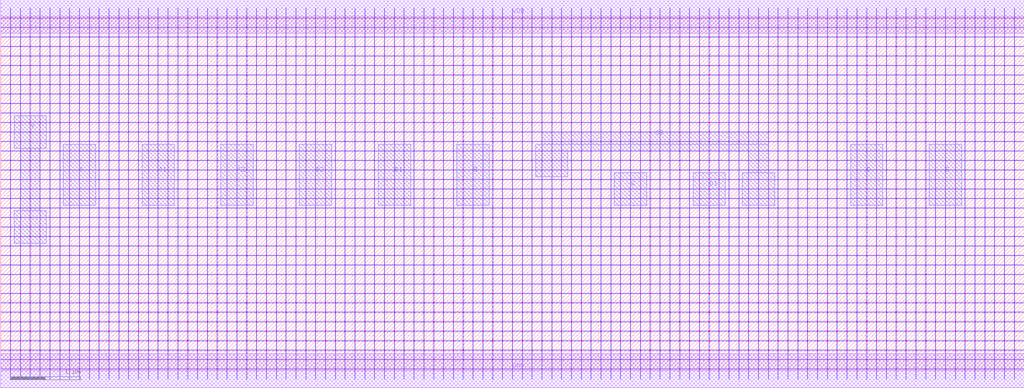
<source format=lef>
MACRO AAAOAOI33311_DEBUG
 CLASS CORE ;
 FOREIGN AAAOAOI33311_DEBUG 0 0 ;
 SIZE 14.56 BY 5.04 ;
 ORIGIN 0 0 ;
 SYMMETRY X Y R90 ;
 SITE unit ;
  PIN VDD
   DIRECTION INOUT ;
   USE SIGNAL ;
   SHAPE ABUTMENT ;
    PORT
     CLASS CORE ;
       LAYER met1 ;
        RECT 0.00000000 4.80000000 14.56000000 5.28000000 ;
    END
  END VDD

  PIN GND
   DIRECTION INOUT ;
   USE SIGNAL ;
   SHAPE ABUTMENT ;
    PORT
     CLASS CORE ;
       LAYER met1 ;
        RECT 0.00000000 -0.24000000 14.56000000 0.24000000 ;
    END
  END GND

  PIN Y
   DIRECTION INOUT ;
   USE SIGNAL ;
   SHAPE ABUTMENT ;
    PORT
     CLASS CORE ;
       LAYER met2 ;
        RECT 0.19000000 1.81700000 0.65000000 2.27700000 ;
        RECT 0.28000000 2.27700000 0.56000000 3.16700000 ;
        RECT 0.19000000 3.16700000 0.65000000 3.62700000 ;
    END
  END Y

  PIN C2
   DIRECTION INOUT ;
   USE SIGNAL ;
   SHAPE ABUTMENT ;
    PORT
     CLASS CORE ;
       LAYER met2 ;
        RECT 10.55000000 2.35700000 11.01000000 2.81700000 ;
        RECT 7.61000000 2.76200000 8.07000000 3.12200000 ;
        RECT 10.64000000 2.81700000 10.92000000 3.12200000 ;
        RECT 7.61000000 3.12200000 10.92000000 3.22200000 ;
        RECT 7.70000000 3.22200000 10.92000000 3.40200000 ;
    END
  END C2

  PIN B1
   DIRECTION INOUT ;
   USE SIGNAL ;
   SHAPE ABUTMENT ;
    PORT
     CLASS CORE ;
       LAYER met2 ;
        RECT 5.37000000 2.35700000 5.83000000 3.22200000 ;
    END
  END B1

  PIN C
   DIRECTION INOUT ;
   USE SIGNAL ;
   SHAPE ABUTMENT ;
    PORT
     CLASS CORE ;
       LAYER met2 ;
        RECT 8.73000000 2.35700000 9.19000000 2.81700000 ;
    END
  END C

  PIN A
   DIRECTION INOUT ;
   USE SIGNAL ;
   SHAPE ABUTMENT ;
    PORT
     CLASS CORE ;
       LAYER met2 ;
        RECT 0.89000000 2.35700000 1.35000000 3.22200000 ;
    END
  END A

  PIN B
   DIRECTION INOUT ;
   USE SIGNAL ;
   SHAPE ABUTMENT ;
    PORT
     CLASS CORE ;
       LAYER met2 ;
        RECT 6.49000000 2.35700000 6.95000000 3.22200000 ;
    END
  END B

  PIN B2
   DIRECTION INOUT ;
   USE SIGNAL ;
   SHAPE ABUTMENT ;
    PORT
     CLASS CORE ;
       LAYER met2 ;
        RECT 4.25000000 2.35700000 4.71000000 3.22200000 ;
    END
  END B2

  PIN A1
   DIRECTION INOUT ;
   USE SIGNAL ;
   SHAPE ABUTMENT ;
    PORT
     CLASS CORE ;
       LAYER met2 ;
        RECT 2.01000000 2.35700000 2.47000000 3.22200000 ;
    END
  END A1

  PIN D
   DIRECTION INOUT ;
   USE SIGNAL ;
   SHAPE ABUTMENT ;
    PORT
     CLASS CORE ;
       LAYER met2 ;
        RECT 12.09000000 2.35700000 12.55000000 3.22200000 ;
    END
  END D

  PIN E
   DIRECTION INOUT ;
   USE SIGNAL ;
   SHAPE ABUTMENT ;
    PORT
     CLASS CORE ;
       LAYER met2 ;
        RECT 13.21000000 2.35700000 13.67000000 3.22200000 ;
    END
  END E

  PIN C1
   DIRECTION INOUT ;
   USE SIGNAL ;
   SHAPE ABUTMENT ;
    PORT
     CLASS CORE ;
       LAYER met2 ;
        RECT 9.85000000 2.35700000 10.31000000 2.81700000 ;
    END
  END C1

  PIN A2
   DIRECTION INOUT ;
   USE SIGNAL ;
   SHAPE ABUTMENT ;
    PORT
     CLASS CORE ;
       LAYER met2 ;
        RECT 3.13000000 2.35700000 3.59000000 3.22200000 ;
    END
  END A2

 OBS
    LAYER polycont ;
     RECT 1.11600000 2.58300000 1.12400000 2.59100000 ;
     RECT 2.23600000 2.58300000 2.24400000 2.59100000 ;
     RECT 3.35600000 2.58300000 3.36400000 2.59100000 ;
     RECT 4.47600000 2.58300000 4.48400000 2.59100000 ;
     RECT 5.59600000 2.58300000 5.60400000 2.59100000 ;
     RECT 6.71600000 2.58300000 6.72400000 2.59100000 ;
     RECT 8.95600000 2.58300000 8.96400000 2.59100000 ;
     RECT 10.07600000 2.58300000 10.08400000 2.59100000 ;
     RECT 11.19600000 2.58300000 11.20400000 2.59100000 ;
     RECT 12.31600000 2.58300000 12.32400000 2.59100000 ;
     RECT 13.43600000 2.58300000 13.44400000 2.59100000 ;
     RECT 1.11600000 2.98800000 1.12400000 2.99600000 ;
     RECT 2.23600000 2.98800000 2.24400000 2.99600000 ;
     RECT 3.35600000 2.98800000 3.36400000 2.99600000 ;
     RECT 4.47600000 2.98800000 4.48400000 2.99600000 ;
     RECT 5.59600000 2.98800000 5.60400000 2.99600000 ;
     RECT 6.71600000 2.98800000 6.72400000 2.99600000 ;
     RECT 7.83600000 2.98800000 7.84400000 2.99600000 ;
     RECT 8.95600000 2.98800000 8.96400000 2.99600000 ;
     RECT 10.07600000 2.98800000 10.08400000 2.99600000 ;
     RECT 12.31600000 2.98800000 12.32400000 2.99600000 ;
     RECT 13.43600000 2.98800000 13.44400000 2.99600000 ;

    LAYER pdiffc ;
     RECT 0.41600000 3.39300000 0.42400000 3.40100000 ;
     RECT 10.77600000 3.39300000 10.78400000 3.40100000 ;
     RECT 11.61600000 3.39300000 11.62400000 3.40100000 ;
     RECT 14.13600000 3.39300000 14.14400000 3.40100000 ;
     RECT 0.41600000 3.52800000 0.42400000 3.53600000 ;
     RECT 10.77600000 3.52800000 10.78400000 3.53600000 ;
     RECT 11.61600000 3.52800000 11.62400000 3.53600000 ;
     RECT 14.13600000 3.52800000 14.14400000 3.53600000 ;
     RECT 0.41600000 3.66300000 0.42400000 3.67100000 ;
     RECT 10.77600000 3.66300000 10.78400000 3.67100000 ;
     RECT 11.61600000 3.66300000 11.62400000 3.67100000 ;
     RECT 14.13600000 3.66300000 14.14400000 3.67100000 ;
     RECT 0.41600000 3.79800000 0.42400000 3.80600000 ;
     RECT 10.77600000 3.79800000 10.78400000 3.80600000 ;
     RECT 11.61600000 3.79800000 11.62400000 3.80600000 ;
     RECT 14.13600000 3.79800000 14.14400000 3.80600000 ;
     RECT 0.41600000 3.93300000 0.42400000 3.94100000 ;
     RECT 10.77600000 3.93300000 10.78400000 3.94100000 ;
     RECT 11.61600000 3.93300000 11.62400000 3.94100000 ;
     RECT 14.13600000 3.93300000 14.14400000 3.94100000 ;
     RECT 0.41600000 4.06800000 0.42400000 4.07600000 ;
     RECT 10.77600000 4.06800000 10.78400000 4.07600000 ;
     RECT 11.61600000 4.06800000 11.62400000 4.07600000 ;
     RECT 14.13600000 4.06800000 14.14400000 4.07600000 ;
     RECT 0.41600000 4.20300000 0.42400000 4.21100000 ;
     RECT 10.77600000 4.20300000 10.78400000 4.21100000 ;
     RECT 11.61600000 4.20300000 11.62400000 4.21100000 ;
     RECT 14.13600000 4.20300000 14.14400000 4.21100000 ;
     RECT 0.41600000 4.33800000 0.42400000 4.34600000 ;
     RECT 10.77600000 4.33800000 10.78400000 4.34600000 ;
     RECT 11.61600000 4.33800000 11.62400000 4.34600000 ;
     RECT 14.13600000 4.33800000 14.14400000 4.34600000 ;
     RECT 0.41600000 4.47300000 0.42400000 4.48100000 ;
     RECT 10.77600000 4.47300000 10.78400000 4.48100000 ;
     RECT 11.61600000 4.47300000 11.62400000 4.48100000 ;
     RECT 14.13600000 4.47300000 14.14400000 4.48100000 ;
     RECT 0.41600000 4.60800000 0.42400000 4.61600000 ;
     RECT 10.77600000 4.60800000 10.78400000 4.61600000 ;
     RECT 11.61600000 4.60800000 11.62400000 4.61600000 ;
     RECT 14.13600000 4.60800000 14.14400000 4.61600000 ;

    LAYER ndiffc ;
     RECT 7.27600000 0.42300000 7.28400000 0.43100000 ;
     RECT 7.27600000 0.55800000 7.28400000 0.56600000 ;
     RECT 7.27600000 0.69300000 7.28400000 0.70100000 ;
     RECT 7.27600000 0.82800000 7.28400000 0.83600000 ;
     RECT 7.27600000 0.96300000 7.28400000 0.97100000 ;
     RECT 7.27600000 1.09800000 7.28400000 1.10600000 ;
     RECT 7.27600000 1.23300000 7.28400000 1.24100000 ;
     RECT 7.27600000 1.36800000 7.28400000 1.37600000 ;
     RECT 7.27600000 1.50300000 7.28400000 1.51100000 ;
     RECT 7.27600000 1.63800000 7.28400000 1.64600000 ;
     RECT 7.27600000 1.77300000 7.28400000 1.78100000 ;
     RECT 7.27600000 1.90800000 7.28400000 1.91600000 ;
     RECT 7.27600000 2.04300000 7.28400000 2.05100000 ;
     RECT 11.75600000 0.55800000 11.76400000 0.56600000 ;
     RECT 12.87600000 0.55800000 12.88400000 0.56600000 ;
     RECT 13.99600000 0.55800000 14.00400000 0.56600000 ;
     RECT 14.13600000 0.55800000 14.14400000 0.56600000 ;
     RECT 11.75600000 0.69300000 11.76400000 0.70100000 ;
     RECT 12.87600000 0.69300000 12.88400000 0.70100000 ;
     RECT 13.99600000 0.69300000 14.00400000 0.70100000 ;
     RECT 14.13600000 0.69300000 14.14400000 0.70100000 ;
     RECT 11.75600000 0.82800000 11.76400000 0.83600000 ;
     RECT 12.87600000 0.82800000 12.88400000 0.83600000 ;
     RECT 13.99600000 0.82800000 14.00400000 0.83600000 ;
     RECT 14.13600000 0.82800000 14.14400000 0.83600000 ;
     RECT 11.75600000 0.96300000 11.76400000 0.97100000 ;
     RECT 12.87600000 0.96300000 12.88400000 0.97100000 ;
     RECT 13.99600000 0.96300000 14.00400000 0.97100000 ;
     RECT 14.13600000 0.96300000 14.14400000 0.97100000 ;
     RECT 11.75600000 1.09800000 11.76400000 1.10600000 ;
     RECT 12.87600000 1.09800000 12.88400000 1.10600000 ;
     RECT 13.99600000 1.09800000 14.00400000 1.10600000 ;
     RECT 14.13600000 1.09800000 14.14400000 1.10600000 ;
     RECT 11.75600000 0.42300000 11.76400000 0.43100000 ;
     RECT 11.75600000 1.23300000 11.76400000 1.24100000 ;
     RECT 12.87600000 1.23300000 12.88400000 1.24100000 ;
     RECT 13.99600000 1.23300000 14.00400000 1.24100000 ;
     RECT 14.13600000 1.23300000 14.14400000 1.24100000 ;
     RECT 12.87600000 0.42300000 12.88400000 0.43100000 ;
     RECT 11.75600000 1.36800000 11.76400000 1.37600000 ;
     RECT 12.87600000 1.36800000 12.88400000 1.37600000 ;
     RECT 13.99600000 1.36800000 14.00400000 1.37600000 ;
     RECT 14.13600000 1.36800000 14.14400000 1.37600000 ;
     RECT 13.99600000 0.42300000 14.00400000 0.43100000 ;
     RECT 11.75600000 1.50300000 11.76400000 1.51100000 ;
     RECT 12.87600000 1.50300000 12.88400000 1.51100000 ;
     RECT 13.99600000 1.50300000 14.00400000 1.51100000 ;
     RECT 14.13600000 1.50300000 14.14400000 1.51100000 ;
     RECT 14.13600000 0.42300000 14.14400000 0.43100000 ;
     RECT 11.75600000 1.63800000 11.76400000 1.64600000 ;
     RECT 12.87600000 1.63800000 12.88400000 1.64600000 ;
     RECT 13.99600000 1.63800000 14.00400000 1.64600000 ;
     RECT 14.13600000 1.63800000 14.14400000 1.64600000 ;
     RECT 11.75600000 1.77300000 11.76400000 1.78100000 ;
     RECT 12.87600000 1.77300000 12.88400000 1.78100000 ;
     RECT 13.99600000 1.77300000 14.00400000 1.78100000 ;
     RECT 14.13600000 1.77300000 14.14400000 1.78100000 ;
     RECT 11.75600000 1.90800000 11.76400000 1.91600000 ;
     RECT 12.87600000 1.90800000 12.88400000 1.91600000 ;
     RECT 13.99600000 1.90800000 14.00400000 1.91600000 ;
     RECT 14.13600000 1.90800000 14.14400000 1.91600000 ;
     RECT 11.75600000 2.04300000 11.76400000 2.05100000 ;
     RECT 12.87600000 2.04300000 12.88400000 2.05100000 ;
     RECT 13.99600000 2.04300000 14.00400000 2.05100000 ;
     RECT 14.13600000 2.04300000 14.14400000 2.05100000 ;
     RECT 10.63600000 1.23300000 10.64400000 1.24100000 ;
     RECT 9.51600000 0.82800000 9.52400000 0.83600000 ;
     RECT 10.63600000 0.82800000 10.64400000 0.83600000 ;
     RECT 7.41600000 0.69300000 7.42400000 0.70100000 ;
     RECT 8.25600000 0.69300000 8.26400000 0.70100000 ;
     RECT 8.39600000 0.69300000 8.40400000 0.70100000 ;
     RECT 7.41600000 1.36800000 7.42400000 1.37600000 ;
     RECT 8.25600000 1.36800000 8.26400000 1.37600000 ;
     RECT 8.39600000 1.36800000 8.40400000 1.37600000 ;
     RECT 9.51600000 1.36800000 9.52400000 1.37600000 ;
     RECT 10.63600000 1.36800000 10.64400000 1.37600000 ;
     RECT 9.51600000 0.69300000 9.52400000 0.70100000 ;
     RECT 9.51600000 0.42300000 9.52400000 0.43100000 ;
     RECT 7.41600000 0.96300000 7.42400000 0.97100000 ;
     RECT 8.25600000 0.96300000 8.26400000 0.97100000 ;
     RECT 8.39600000 0.96300000 8.40400000 0.97100000 ;
     RECT 7.41600000 1.50300000 7.42400000 1.51100000 ;
     RECT 8.25600000 1.50300000 8.26400000 1.51100000 ;
     RECT 8.39600000 1.50300000 8.40400000 1.51100000 ;
     RECT 9.51600000 1.50300000 9.52400000 1.51100000 ;
     RECT 10.63600000 1.50300000 10.64400000 1.51100000 ;
     RECT 9.51600000 0.96300000 9.52400000 0.97100000 ;
     RECT 10.63600000 0.96300000 10.64400000 0.97100000 ;
     RECT 10.63600000 0.69300000 10.64400000 0.70100000 ;
     RECT 9.51600000 0.55800000 9.52400000 0.56600000 ;
     RECT 10.63600000 0.55800000 10.64400000 0.56600000 ;
     RECT 7.41600000 1.63800000 7.42400000 1.64600000 ;
     RECT 8.25600000 1.63800000 8.26400000 1.64600000 ;
     RECT 8.39600000 1.63800000 8.40400000 1.64600000 ;
     RECT 9.51600000 1.63800000 9.52400000 1.64600000 ;
     RECT 10.63600000 1.63800000 10.64400000 1.64600000 ;
     RECT 8.39600000 0.55800000 8.40400000 0.56600000 ;
     RECT 10.63600000 0.42300000 10.64400000 0.43100000 ;
     RECT 7.41600000 1.09800000 7.42400000 1.10600000 ;
     RECT 8.25600000 1.09800000 8.26400000 1.10600000 ;
     RECT 7.41600000 0.42300000 7.42400000 0.43100000 ;
     RECT 7.41600000 1.77300000 7.42400000 1.78100000 ;
     RECT 8.25600000 1.77300000 8.26400000 1.78100000 ;
     RECT 8.39600000 1.77300000 8.40400000 1.78100000 ;
     RECT 9.51600000 1.77300000 9.52400000 1.78100000 ;
     RECT 10.63600000 1.77300000 10.64400000 1.78100000 ;
     RECT 8.39600000 1.09800000 8.40400000 1.10600000 ;
     RECT 9.51600000 1.09800000 9.52400000 1.10600000 ;
     RECT 10.63600000 1.09800000 10.64400000 1.10600000 ;
     RECT 8.25600000 0.42300000 8.26400000 0.43100000 ;
     RECT 7.41600000 0.55800000 7.42400000 0.56600000 ;
     RECT 7.41600000 1.90800000 7.42400000 1.91600000 ;
     RECT 8.25600000 1.90800000 8.26400000 1.91600000 ;
     RECT 8.39600000 1.90800000 8.40400000 1.91600000 ;
     RECT 9.51600000 1.90800000 9.52400000 1.91600000 ;
     RECT 10.63600000 1.90800000 10.64400000 1.91600000 ;
     RECT 8.39600000 0.42300000 8.40400000 0.43100000 ;
     RECT 7.41600000 0.82800000 7.42400000 0.83600000 ;
     RECT 8.25600000 0.82800000 8.26400000 0.83600000 ;
     RECT 8.39600000 0.82800000 8.40400000 0.83600000 ;
     RECT 8.25600000 0.55800000 8.26400000 0.56600000 ;
     RECT 7.41600000 2.04300000 7.42400000 2.05100000 ;
     RECT 8.25600000 2.04300000 8.26400000 2.05100000 ;
     RECT 8.39600000 2.04300000 8.40400000 2.05100000 ;
     RECT 9.51600000 2.04300000 9.52400000 2.05100000 ;
     RECT 10.63600000 2.04300000 10.64400000 2.05100000 ;
     RECT 7.41600000 1.23300000 7.42400000 1.24100000 ;
     RECT 8.25600000 1.23300000 8.26400000 1.24100000 ;
     RECT 8.39600000 1.23300000 8.40400000 1.24100000 ;
     RECT 9.51600000 1.23300000 9.52400000 1.24100000 ;
     RECT 6.15600000 0.96300000 6.16400000 0.97100000 ;
     RECT 6.15600000 0.69300000 6.16400000 0.70100000 ;
     RECT 2.79600000 0.55800000 2.80400000 0.56600000 ;
     RECT 3.91600000 0.55800000 3.92400000 0.56600000 ;
     RECT 5.03600000 0.55800000 5.04400000 0.56600000 ;
     RECT 6.15600000 0.55800000 6.16400000 0.56600000 ;
     RECT 0.41600000 1.50300000 0.42400000 1.51100000 ;
     RECT 0.55600000 1.50300000 0.56400000 1.51100000 ;
     RECT 1.67600000 1.50300000 1.68400000 1.51100000 ;
     RECT 2.79600000 1.50300000 2.80400000 1.51100000 ;
     RECT 3.91600000 1.50300000 3.92400000 1.51100000 ;
     RECT 5.03600000 1.50300000 5.04400000 1.51100000 ;
     RECT 6.15600000 1.50300000 6.16400000 1.51100000 ;
     RECT 2.79600000 0.42300000 2.80400000 0.43100000 ;
     RECT 3.91600000 0.42300000 3.92400000 0.43100000 ;
     RECT 5.03600000 0.42300000 5.04400000 0.43100000 ;
     RECT 6.15600000 0.42300000 6.16400000 0.43100000 ;
     RECT 0.41600000 0.42300000 0.42400000 0.43100000 ;
     RECT 0.41600000 1.09800000 0.42400000 1.10600000 ;
     RECT 0.55600000 1.09800000 0.56400000 1.10600000 ;
     RECT 1.67600000 1.09800000 1.68400000 1.10600000 ;
     RECT 2.79600000 1.09800000 2.80400000 1.10600000 ;
     RECT 3.91600000 1.09800000 3.92400000 1.10600000 ;
     RECT 0.41600000 1.63800000 0.42400000 1.64600000 ;
     RECT 0.55600000 1.63800000 0.56400000 1.64600000 ;
     RECT 1.67600000 1.63800000 1.68400000 1.64600000 ;
     RECT 2.79600000 1.63800000 2.80400000 1.64600000 ;
     RECT 3.91600000 1.63800000 3.92400000 1.64600000 ;
     RECT 5.03600000 1.63800000 5.04400000 1.64600000 ;
     RECT 6.15600000 1.63800000 6.16400000 1.64600000 ;
     RECT 5.03600000 1.09800000 5.04400000 1.10600000 ;
     RECT 6.15600000 1.09800000 6.16400000 1.10600000 ;
     RECT 0.55600000 0.42300000 0.56400000 0.43100000 ;
     RECT 0.41600000 0.82800000 0.42400000 0.83600000 ;
     RECT 0.55600000 0.82800000 0.56400000 0.83600000 ;
     RECT 1.67600000 0.82800000 1.68400000 0.83600000 ;
     RECT 2.79600000 0.82800000 2.80400000 0.83600000 ;
     RECT 3.91600000 0.82800000 3.92400000 0.83600000 ;
     RECT 5.03600000 0.82800000 5.04400000 0.83600000 ;
     RECT 6.15600000 0.82800000 6.16400000 0.83600000 ;
     RECT 0.41600000 1.77300000 0.42400000 1.78100000 ;
     RECT 0.55600000 1.77300000 0.56400000 1.78100000 ;
     RECT 1.67600000 1.77300000 1.68400000 1.78100000 ;
     RECT 2.79600000 1.77300000 2.80400000 1.78100000 ;
     RECT 3.91600000 1.77300000 3.92400000 1.78100000 ;
     RECT 5.03600000 1.77300000 5.04400000 1.78100000 ;
     RECT 6.15600000 1.77300000 6.16400000 1.78100000 ;
     RECT 1.67600000 0.42300000 1.68400000 0.43100000 ;
     RECT 0.41600000 0.55800000 0.42400000 0.56600000 ;
     RECT 0.41600000 1.23300000 0.42400000 1.24100000 ;
     RECT 0.55600000 1.23300000 0.56400000 1.24100000 ;
     RECT 1.67600000 1.23300000 1.68400000 1.24100000 ;
     RECT 2.79600000 1.23300000 2.80400000 1.24100000 ;
     RECT 3.91600000 1.23300000 3.92400000 1.24100000 ;
     RECT 5.03600000 1.23300000 5.04400000 1.24100000 ;
     RECT 6.15600000 1.23300000 6.16400000 1.24100000 ;
     RECT 0.55600000 0.55800000 0.56400000 0.56600000 ;
     RECT 0.41600000 1.90800000 0.42400000 1.91600000 ;
     RECT 0.55600000 1.90800000 0.56400000 1.91600000 ;
     RECT 1.67600000 1.90800000 1.68400000 1.91600000 ;
     RECT 2.79600000 1.90800000 2.80400000 1.91600000 ;
     RECT 3.91600000 1.90800000 3.92400000 1.91600000 ;
     RECT 5.03600000 1.90800000 5.04400000 1.91600000 ;
     RECT 6.15600000 1.90800000 6.16400000 1.91600000 ;
     RECT 1.67600000 0.55800000 1.68400000 0.56600000 ;
     RECT 0.41600000 0.69300000 0.42400000 0.70100000 ;
     RECT 0.55600000 0.69300000 0.56400000 0.70100000 ;
     RECT 1.67600000 0.69300000 1.68400000 0.70100000 ;
     RECT 2.79600000 0.69300000 2.80400000 0.70100000 ;
     RECT 3.91600000 0.69300000 3.92400000 0.70100000 ;
     RECT 5.03600000 0.69300000 5.04400000 0.70100000 ;
     RECT 0.41600000 0.96300000 0.42400000 0.97100000 ;
     RECT 0.55600000 0.96300000 0.56400000 0.97100000 ;
     RECT 0.41600000 1.36800000 0.42400000 1.37600000 ;
     RECT 0.41600000 2.04300000 0.42400000 2.05100000 ;
     RECT 0.55600000 2.04300000 0.56400000 2.05100000 ;
     RECT 1.67600000 2.04300000 1.68400000 2.05100000 ;
     RECT 2.79600000 2.04300000 2.80400000 2.05100000 ;
     RECT 3.91600000 2.04300000 3.92400000 2.05100000 ;
     RECT 5.03600000 2.04300000 5.04400000 2.05100000 ;
     RECT 6.15600000 2.04300000 6.16400000 2.05100000 ;
     RECT 0.55600000 1.36800000 0.56400000 1.37600000 ;
     RECT 1.67600000 1.36800000 1.68400000 1.37600000 ;
     RECT 2.79600000 1.36800000 2.80400000 1.37600000 ;
     RECT 3.91600000 1.36800000 3.92400000 1.37600000 ;
     RECT 5.03600000 1.36800000 5.04400000 1.37600000 ;
     RECT 6.15600000 1.36800000 6.16400000 1.37600000 ;
     RECT 1.67600000 0.96300000 1.68400000 0.97100000 ;
     RECT 2.79600000 0.96300000 2.80400000 0.97100000 ;
     RECT 3.91600000 0.96300000 3.92400000 0.97100000 ;
     RECT 5.03600000 0.96300000 5.04400000 0.97100000 ;

    LAYER met1 ;
     RECT 0.00000000 -0.24000000 14.56000000 0.24000000 ;
     RECT 7.27600000 0.24000000 7.28400000 0.28800000 ;
     RECT 0.02500000 0.28800000 14.53500000 0.29600000 ;
     RECT 7.27600000 0.29600000 7.28400000 0.42300000 ;
     RECT 0.02500000 0.42300000 14.53500000 0.43100000 ;
     RECT 7.27600000 0.43100000 7.28400000 0.55800000 ;
     RECT 0.02500000 0.55800000 14.53500000 0.56600000 ;
     RECT 7.27600000 0.56600000 7.28400000 0.69300000 ;
     RECT 0.02500000 0.69300000 14.53500000 0.70100000 ;
     RECT 7.27600000 0.70100000 7.28400000 0.82800000 ;
     RECT 0.02500000 0.82800000 14.53500000 0.83600000 ;
     RECT 7.27600000 0.83600000 7.28400000 0.96300000 ;
     RECT 0.02500000 0.96300000 14.53500000 0.97100000 ;
     RECT 7.27600000 0.97100000 7.28400000 1.09800000 ;
     RECT 0.02500000 1.09800000 14.53500000 1.10600000 ;
     RECT 7.27600000 1.10600000 7.28400000 1.23300000 ;
     RECT 0.02500000 1.23300000 14.53500000 1.24100000 ;
     RECT 7.27600000 1.24100000 7.28400000 1.36800000 ;
     RECT 0.02500000 1.36800000 14.53500000 1.37600000 ;
     RECT 7.27600000 1.37600000 7.28400000 1.50300000 ;
     RECT 0.02500000 1.50300000 14.53500000 1.51100000 ;
     RECT 7.27600000 1.51100000 7.28400000 1.63800000 ;
     RECT 0.02500000 1.63800000 14.53500000 1.64600000 ;
     RECT 7.27600000 1.64600000 7.28400000 1.77300000 ;
     RECT 0.02500000 1.77300000 14.53500000 1.78100000 ;
     RECT 7.27600000 1.78100000 7.28400000 1.90800000 ;
     RECT 0.02500000 1.90800000 14.53500000 1.91600000 ;
     RECT 7.27600000 1.91600000 7.28400000 2.04300000 ;
     RECT 0.02500000 2.04300000 14.53500000 2.05100000 ;
     RECT 7.27600000 2.05100000 7.28400000 2.17800000 ;
     RECT 0.02500000 2.17800000 14.53500000 2.18600000 ;
     RECT 7.27600000 2.18600000 7.28400000 2.31300000 ;
     RECT 0.02500000 2.31300000 14.53500000 2.32100000 ;
     RECT 7.27600000 2.32100000 7.28400000 2.44800000 ;
     RECT 0.02500000 2.44800000 14.53500000 2.45600000 ;
     RECT 0.13600000 2.45600000 0.14400000 2.58300000 ;
     RECT 0.27600000 2.45600000 0.28400000 2.58300000 ;
     RECT 0.41600000 2.45600000 0.42400000 2.58300000 ;
     RECT 0.55600000 2.45600000 0.56400000 2.58300000 ;
     RECT 0.69600000 2.45600000 0.70400000 2.58300000 ;
     RECT 0.83600000 2.45600000 0.84400000 2.58300000 ;
     RECT 0.97600000 2.45600000 0.98400000 2.58300000 ;
     RECT 1.11600000 2.45600000 1.12400000 2.58300000 ;
     RECT 1.25600000 2.45600000 1.26400000 2.58300000 ;
     RECT 1.39600000 2.45600000 1.40400000 2.58300000 ;
     RECT 1.53600000 2.45600000 1.54400000 2.58300000 ;
     RECT 1.67600000 2.45600000 1.68400000 2.58300000 ;
     RECT 1.81600000 2.45600000 1.82400000 2.58300000 ;
     RECT 1.95600000 2.45600000 1.96400000 2.58300000 ;
     RECT 2.09600000 2.45600000 2.10400000 2.58300000 ;
     RECT 2.23600000 2.45600000 2.24400000 2.58300000 ;
     RECT 2.37600000 2.45600000 2.38400000 2.58300000 ;
     RECT 2.51600000 2.45600000 2.52400000 2.58300000 ;
     RECT 2.65600000 2.45600000 2.66400000 2.58300000 ;
     RECT 2.79600000 2.45600000 2.80400000 2.58300000 ;
     RECT 2.93600000 2.45600000 2.94400000 2.58300000 ;
     RECT 3.07600000 2.45600000 3.08400000 2.58300000 ;
     RECT 3.21600000 2.45600000 3.22400000 2.58300000 ;
     RECT 3.35600000 2.45600000 3.36400000 2.58300000 ;
     RECT 3.49600000 2.45600000 3.50400000 2.58300000 ;
     RECT 3.63600000 2.45600000 3.64400000 2.58300000 ;
     RECT 3.77600000 2.45600000 3.78400000 2.58300000 ;
     RECT 3.91600000 2.45600000 3.92400000 2.58300000 ;
     RECT 4.05600000 2.45600000 4.06400000 2.58300000 ;
     RECT 4.19600000 2.45600000 4.20400000 2.58300000 ;
     RECT 4.33600000 2.45600000 4.34400000 2.58300000 ;
     RECT 4.47600000 2.45600000 4.48400000 2.58300000 ;
     RECT 4.61600000 2.45600000 4.62400000 2.58300000 ;
     RECT 4.75600000 2.45600000 4.76400000 2.58300000 ;
     RECT 4.89600000 2.45600000 4.90400000 2.58300000 ;
     RECT 5.03600000 2.45600000 5.04400000 2.58300000 ;
     RECT 5.17600000 2.45600000 5.18400000 2.58300000 ;
     RECT 5.31600000 2.45600000 5.32400000 2.58300000 ;
     RECT 5.45600000 2.45600000 5.46400000 2.58300000 ;
     RECT 5.59600000 2.45600000 5.60400000 2.58300000 ;
     RECT 5.73600000 2.45600000 5.74400000 2.58300000 ;
     RECT 5.87600000 2.45600000 5.88400000 2.58300000 ;
     RECT 6.01600000 2.45600000 6.02400000 2.58300000 ;
     RECT 6.15600000 2.45600000 6.16400000 2.58300000 ;
     RECT 6.29600000 2.45600000 6.30400000 2.58300000 ;
     RECT 6.43600000 2.45600000 6.44400000 2.58300000 ;
     RECT 6.57600000 2.45600000 6.58400000 2.58300000 ;
     RECT 6.71600000 2.45600000 6.72400000 2.58300000 ;
     RECT 6.85600000 2.45600000 6.86400000 2.58300000 ;
     RECT 6.99600000 2.45600000 7.00400000 2.58300000 ;
     RECT 7.13600000 2.45600000 7.14400000 2.58300000 ;
     RECT 7.27600000 2.45600000 7.28400000 2.58300000 ;
     RECT 7.41600000 2.45600000 7.42400000 2.58300000 ;
     RECT 7.55600000 2.45600000 7.56400000 2.58300000 ;
     RECT 7.69600000 2.45600000 7.70400000 2.58300000 ;
     RECT 7.83600000 2.45600000 7.84400000 2.58300000 ;
     RECT 7.97600000 2.45600000 7.98400000 2.58300000 ;
     RECT 8.11600000 2.45600000 8.12400000 2.58300000 ;
     RECT 8.25600000 2.45600000 8.26400000 2.58300000 ;
     RECT 8.39600000 2.45600000 8.40400000 2.58300000 ;
     RECT 8.53600000 2.45600000 8.54400000 2.58300000 ;
     RECT 8.67600000 2.45600000 8.68400000 2.58300000 ;
     RECT 8.81600000 2.45600000 8.82400000 2.58300000 ;
     RECT 8.95600000 2.45600000 8.96400000 2.58300000 ;
     RECT 9.09600000 2.45600000 9.10400000 2.58300000 ;
     RECT 9.23600000 2.45600000 9.24400000 2.58300000 ;
     RECT 9.37600000 2.45600000 9.38400000 2.58300000 ;
     RECT 9.51600000 2.45600000 9.52400000 2.58300000 ;
     RECT 9.65600000 2.45600000 9.66400000 2.58300000 ;
     RECT 9.79600000 2.45600000 9.80400000 2.58300000 ;
     RECT 9.93600000 2.45600000 9.94400000 2.58300000 ;
     RECT 10.07600000 2.45600000 10.08400000 2.58300000 ;
     RECT 10.21600000 2.45600000 10.22400000 2.58300000 ;
     RECT 10.35600000 2.45600000 10.36400000 2.58300000 ;
     RECT 10.49600000 2.45600000 10.50400000 2.58300000 ;
     RECT 10.63600000 2.45600000 10.64400000 2.58300000 ;
     RECT 10.77600000 2.45600000 10.78400000 2.58300000 ;
     RECT 10.91600000 2.45600000 10.92400000 2.58300000 ;
     RECT 11.05600000 2.45600000 11.06400000 2.58300000 ;
     RECT 11.19600000 2.45600000 11.20400000 2.58300000 ;
     RECT 11.33600000 2.45600000 11.34400000 2.58300000 ;
     RECT 11.47600000 2.45600000 11.48400000 2.58300000 ;
     RECT 11.61600000 2.45600000 11.62400000 2.58300000 ;
     RECT 11.75600000 2.45600000 11.76400000 2.58300000 ;
     RECT 11.89600000 2.45600000 11.90400000 2.58300000 ;
     RECT 12.03600000 2.45600000 12.04400000 2.58300000 ;
     RECT 12.17600000 2.45600000 12.18400000 2.58300000 ;
     RECT 12.31600000 2.45600000 12.32400000 2.58300000 ;
     RECT 12.45600000 2.45600000 12.46400000 2.58300000 ;
     RECT 12.59600000 2.45600000 12.60400000 2.58300000 ;
     RECT 12.73600000 2.45600000 12.74400000 2.58300000 ;
     RECT 12.87600000 2.45600000 12.88400000 2.58300000 ;
     RECT 13.01600000 2.45600000 13.02400000 2.58300000 ;
     RECT 13.15600000 2.45600000 13.16400000 2.58300000 ;
     RECT 13.29600000 2.45600000 13.30400000 2.58300000 ;
     RECT 13.43600000 2.45600000 13.44400000 2.58300000 ;
     RECT 13.57600000 2.45600000 13.58400000 2.58300000 ;
     RECT 13.71600000 2.45600000 13.72400000 2.58300000 ;
     RECT 13.85600000 2.45600000 13.86400000 2.58300000 ;
     RECT 13.99600000 2.45600000 14.00400000 2.58300000 ;
     RECT 14.13600000 2.45600000 14.14400000 2.58300000 ;
     RECT 14.27600000 2.45600000 14.28400000 2.58300000 ;
     RECT 14.41600000 2.45600000 14.42400000 2.58300000 ;
     RECT 0.02500000 2.58300000 14.53500000 2.59100000 ;
     RECT 7.27600000 2.59100000 7.28400000 2.71800000 ;
     RECT 0.02500000 2.71800000 14.53500000 2.72600000 ;
     RECT 7.27600000 2.72600000 7.28400000 2.85300000 ;
     RECT 0.02500000 2.85300000 14.53500000 2.86100000 ;
     RECT 7.27600000 2.86100000 7.28400000 2.98800000 ;
     RECT 0.02500000 2.98800000 14.53500000 2.99600000 ;
     RECT 7.27600000 2.99600000 7.28400000 3.12300000 ;
     RECT 0.02500000 3.12300000 14.53500000 3.13100000 ;
     RECT 7.27600000 3.13100000 7.28400000 3.25800000 ;
     RECT 0.02500000 3.25800000 14.53500000 3.26600000 ;
     RECT 7.27600000 3.26600000 7.28400000 3.39300000 ;
     RECT 0.02500000 3.39300000 14.53500000 3.40100000 ;
     RECT 7.27600000 3.40100000 7.28400000 3.52800000 ;
     RECT 0.02500000 3.52800000 14.53500000 3.53600000 ;
     RECT 7.27600000 3.53600000 7.28400000 3.66300000 ;
     RECT 0.02500000 3.66300000 14.53500000 3.67100000 ;
     RECT 7.27600000 3.67100000 7.28400000 3.79800000 ;
     RECT 0.02500000 3.79800000 14.53500000 3.80600000 ;
     RECT 7.27600000 3.80600000 7.28400000 3.93300000 ;
     RECT 0.02500000 3.93300000 14.53500000 3.94100000 ;
     RECT 7.27600000 3.94100000 7.28400000 4.06800000 ;
     RECT 0.02500000 4.06800000 14.53500000 4.07600000 ;
     RECT 7.27600000 4.07600000 7.28400000 4.20300000 ;
     RECT 0.02500000 4.20300000 14.53500000 4.21100000 ;
     RECT 7.27600000 4.21100000 7.28400000 4.33800000 ;
     RECT 0.02500000 4.33800000 14.53500000 4.34600000 ;
     RECT 7.27600000 4.34600000 7.28400000 4.47300000 ;
     RECT 0.02500000 4.47300000 14.53500000 4.48100000 ;
     RECT 7.27600000 4.48100000 7.28400000 4.60800000 ;
     RECT 0.02500000 4.60800000 14.53500000 4.61600000 ;
     RECT 7.27600000 4.61600000 7.28400000 4.74300000 ;
     RECT 0.02500000 4.74300000 14.53500000 4.75100000 ;
     RECT 7.27600000 4.75100000 7.28400000 4.80000000 ;
     RECT 0.00000000 4.80000000 14.56000000 5.28000000 ;
     RECT 10.91600000 2.72600000 10.92400000 2.85300000 ;
     RECT 10.91600000 2.86100000 10.92400000 2.98800000 ;
     RECT 10.91600000 2.99600000 10.92400000 3.12300000 ;
     RECT 10.91600000 3.13100000 10.92400000 3.25800000 ;
     RECT 10.91600000 3.26600000 10.92400000 3.39300000 ;
     RECT 10.91600000 3.40100000 10.92400000 3.52800000 ;
     RECT 10.91600000 3.53600000 10.92400000 3.66300000 ;
     RECT 10.91600000 3.67100000 10.92400000 3.79800000 ;
     RECT 7.41600000 3.80600000 7.42400000 3.93300000 ;
     RECT 7.55600000 3.80600000 7.56400000 3.93300000 ;
     RECT 7.69600000 3.80600000 7.70400000 3.93300000 ;
     RECT 7.83600000 3.80600000 7.84400000 3.93300000 ;
     RECT 7.97600000 3.80600000 7.98400000 3.93300000 ;
     RECT 8.11600000 3.80600000 8.12400000 3.93300000 ;
     RECT 8.25600000 3.80600000 8.26400000 3.93300000 ;
     RECT 8.39600000 3.80600000 8.40400000 3.93300000 ;
     RECT 8.53600000 3.80600000 8.54400000 3.93300000 ;
     RECT 8.67600000 3.80600000 8.68400000 3.93300000 ;
     RECT 8.81600000 3.80600000 8.82400000 3.93300000 ;
     RECT 8.95600000 3.80600000 8.96400000 3.93300000 ;
     RECT 9.09600000 3.80600000 9.10400000 3.93300000 ;
     RECT 9.23600000 3.80600000 9.24400000 3.93300000 ;
     RECT 9.37600000 3.80600000 9.38400000 3.93300000 ;
     RECT 9.51600000 3.80600000 9.52400000 3.93300000 ;
     RECT 9.65600000 3.80600000 9.66400000 3.93300000 ;
     RECT 9.79600000 3.80600000 9.80400000 3.93300000 ;
     RECT 9.93600000 3.80600000 9.94400000 3.93300000 ;
     RECT 10.07600000 3.80600000 10.08400000 3.93300000 ;
     RECT 10.21600000 3.80600000 10.22400000 3.93300000 ;
     RECT 10.35600000 3.80600000 10.36400000 3.93300000 ;
     RECT 10.49600000 3.80600000 10.50400000 3.93300000 ;
     RECT 10.63600000 3.80600000 10.64400000 3.93300000 ;
     RECT 10.77600000 3.80600000 10.78400000 3.93300000 ;
     RECT 10.91600000 3.80600000 10.92400000 3.93300000 ;
     RECT 11.05600000 3.80600000 11.06400000 3.93300000 ;
     RECT 11.19600000 3.80600000 11.20400000 3.93300000 ;
     RECT 11.33600000 3.80600000 11.34400000 3.93300000 ;
     RECT 11.47600000 3.80600000 11.48400000 3.93300000 ;
     RECT 11.61600000 3.80600000 11.62400000 3.93300000 ;
     RECT 11.75600000 3.80600000 11.76400000 3.93300000 ;
     RECT 11.89600000 3.80600000 11.90400000 3.93300000 ;
     RECT 12.03600000 3.80600000 12.04400000 3.93300000 ;
     RECT 12.17600000 3.80600000 12.18400000 3.93300000 ;
     RECT 12.31600000 3.80600000 12.32400000 3.93300000 ;
     RECT 12.45600000 3.80600000 12.46400000 3.93300000 ;
     RECT 12.59600000 3.80600000 12.60400000 3.93300000 ;
     RECT 12.73600000 3.80600000 12.74400000 3.93300000 ;
     RECT 12.87600000 3.80600000 12.88400000 3.93300000 ;
     RECT 13.01600000 3.80600000 13.02400000 3.93300000 ;
     RECT 13.15600000 3.80600000 13.16400000 3.93300000 ;
     RECT 13.29600000 3.80600000 13.30400000 3.93300000 ;
     RECT 13.43600000 3.80600000 13.44400000 3.93300000 ;
     RECT 13.57600000 3.80600000 13.58400000 3.93300000 ;
     RECT 13.71600000 3.80600000 13.72400000 3.93300000 ;
     RECT 13.85600000 3.80600000 13.86400000 3.93300000 ;
     RECT 13.99600000 3.80600000 14.00400000 3.93300000 ;
     RECT 14.13600000 3.80600000 14.14400000 3.93300000 ;
     RECT 14.27600000 3.80600000 14.28400000 3.93300000 ;
     RECT 14.41600000 3.80600000 14.42400000 3.93300000 ;
     RECT 10.91600000 3.94100000 10.92400000 4.06800000 ;
     RECT 10.91600000 4.07600000 10.92400000 4.20300000 ;
     RECT 10.91600000 4.21100000 10.92400000 4.33800000 ;
     RECT 10.91600000 2.59100000 10.92400000 2.71800000 ;
     RECT 10.91600000 4.34600000 10.92400000 4.47300000 ;
     RECT 10.91600000 4.48100000 10.92400000 4.60800000 ;
     RECT 10.91600000 4.61600000 10.92400000 4.74300000 ;
     RECT 10.91600000 4.75100000 10.92400000 4.80000000 ;
     RECT 12.73600000 3.94100000 12.74400000 4.06800000 ;
     RECT 12.73600000 4.07600000 12.74400000 4.20300000 ;
     RECT 12.73600000 4.21100000 12.74400000 4.33800000 ;
     RECT 12.73600000 4.34600000 12.74400000 4.47300000 ;
     RECT 11.05600000 4.48100000 11.06400000 4.60800000 ;
     RECT 11.19600000 4.48100000 11.20400000 4.60800000 ;
     RECT 11.33600000 4.48100000 11.34400000 4.60800000 ;
     RECT 11.47600000 4.48100000 11.48400000 4.60800000 ;
     RECT 11.61600000 4.48100000 11.62400000 4.60800000 ;
     RECT 11.75600000 4.48100000 11.76400000 4.60800000 ;
     RECT 11.89600000 4.48100000 11.90400000 4.60800000 ;
     RECT 12.03600000 4.48100000 12.04400000 4.60800000 ;
     RECT 12.17600000 4.48100000 12.18400000 4.60800000 ;
     RECT 12.31600000 4.48100000 12.32400000 4.60800000 ;
     RECT 12.45600000 4.48100000 12.46400000 4.60800000 ;
     RECT 12.59600000 4.48100000 12.60400000 4.60800000 ;
     RECT 12.73600000 4.48100000 12.74400000 4.60800000 ;
     RECT 12.87600000 4.48100000 12.88400000 4.60800000 ;
     RECT 13.01600000 4.48100000 13.02400000 4.60800000 ;
     RECT 13.15600000 4.48100000 13.16400000 4.60800000 ;
     RECT 13.29600000 4.48100000 13.30400000 4.60800000 ;
     RECT 13.43600000 4.48100000 13.44400000 4.60800000 ;
     RECT 13.57600000 4.48100000 13.58400000 4.60800000 ;
     RECT 13.71600000 4.48100000 13.72400000 4.60800000 ;
     RECT 13.85600000 4.48100000 13.86400000 4.60800000 ;
     RECT 13.99600000 4.48100000 14.00400000 4.60800000 ;
     RECT 14.13600000 4.48100000 14.14400000 4.60800000 ;
     RECT 14.27600000 4.48100000 14.28400000 4.60800000 ;
     RECT 14.41600000 4.48100000 14.42400000 4.60800000 ;
     RECT 12.73600000 4.61600000 12.74400000 4.74300000 ;
     RECT 12.73600000 4.75100000 12.74400000 4.80000000 ;
     RECT 13.01600000 4.61600000 13.02400000 4.74300000 ;
     RECT 13.15600000 4.61600000 13.16400000 4.74300000 ;
     RECT 13.29600000 4.61600000 13.30400000 4.74300000 ;
     RECT 13.43600000 4.61600000 13.44400000 4.74300000 ;
     RECT 13.57600000 4.61600000 13.58400000 4.74300000 ;
     RECT 13.71600000 4.61600000 13.72400000 4.74300000 ;
     RECT 13.85600000 4.61600000 13.86400000 4.74300000 ;
     RECT 13.99600000 4.61600000 14.00400000 4.74300000 ;
     RECT 14.13600000 4.61600000 14.14400000 4.74300000 ;
     RECT 14.27600000 4.61600000 14.28400000 4.74300000 ;
     RECT 14.41600000 4.61600000 14.42400000 4.74300000 ;
     RECT 12.87600000 4.61600000 12.88400000 4.74300000 ;
     RECT 12.87600000 4.75100000 12.88400000 4.80000000 ;
     RECT 13.01600000 4.75100000 13.02400000 4.80000000 ;
     RECT 13.15600000 4.75100000 13.16400000 4.80000000 ;
     RECT 13.29600000 4.75100000 13.30400000 4.80000000 ;
     RECT 13.43600000 4.75100000 13.44400000 4.80000000 ;
     RECT 13.57600000 4.75100000 13.58400000 4.80000000 ;
     RECT 13.71600000 4.75100000 13.72400000 4.80000000 ;
     RECT 13.85600000 4.75100000 13.86400000 4.80000000 ;
     RECT 13.99600000 4.75100000 14.00400000 4.80000000 ;
     RECT 14.13600000 4.75100000 14.14400000 4.80000000 ;
     RECT 14.27600000 4.75100000 14.28400000 4.80000000 ;
     RECT 14.41600000 4.75100000 14.42400000 4.80000000 ;
     RECT 11.19600000 4.75100000 11.20400000 4.80000000 ;
     RECT 11.33600000 4.75100000 11.34400000 4.80000000 ;
     RECT 11.47600000 4.75100000 11.48400000 4.80000000 ;
     RECT 11.61600000 4.75100000 11.62400000 4.80000000 ;
     RECT 11.75600000 4.75100000 11.76400000 4.80000000 ;
     RECT 11.89600000 4.75100000 11.90400000 4.80000000 ;
     RECT 12.03600000 4.75100000 12.04400000 4.80000000 ;
     RECT 12.17600000 4.75100000 12.18400000 4.80000000 ;
     RECT 12.31600000 4.75100000 12.32400000 4.80000000 ;
     RECT 12.45600000 4.75100000 12.46400000 4.80000000 ;
     RECT 12.59600000 4.75100000 12.60400000 4.80000000 ;
     RECT 11.19600000 4.61600000 11.20400000 4.74300000 ;
     RECT 11.33600000 4.61600000 11.34400000 4.74300000 ;
     RECT 11.47600000 4.61600000 11.48400000 4.74300000 ;
     RECT 11.61600000 4.61600000 11.62400000 4.74300000 ;
     RECT 11.75600000 4.61600000 11.76400000 4.74300000 ;
     RECT 11.89600000 4.61600000 11.90400000 4.74300000 ;
     RECT 12.03600000 4.61600000 12.04400000 4.74300000 ;
     RECT 12.17600000 4.61600000 12.18400000 4.74300000 ;
     RECT 12.31600000 4.61600000 12.32400000 4.74300000 ;
     RECT 12.45600000 4.61600000 12.46400000 4.74300000 ;
     RECT 12.59600000 4.61600000 12.60400000 4.74300000 ;
     RECT 11.05600000 4.61600000 11.06400000 4.74300000 ;
     RECT 11.05600000 4.75100000 11.06400000 4.80000000 ;
     RECT 12.59600000 4.21100000 12.60400000 4.33800000 ;
     RECT 12.31600000 3.94100000 12.32400000 4.06800000 ;
     RECT 11.33600000 3.94100000 11.34400000 4.06800000 ;
     RECT 11.47600000 3.94100000 11.48400000 4.06800000 ;
     RECT 11.05600000 4.34600000 11.06400000 4.47300000 ;
     RECT 11.19600000 4.34600000 11.20400000 4.47300000 ;
     RECT 11.33600000 4.34600000 11.34400000 4.47300000 ;
     RECT 11.47600000 4.34600000 11.48400000 4.47300000 ;
     RECT 11.61600000 4.34600000 11.62400000 4.47300000 ;
     RECT 11.75600000 4.34600000 11.76400000 4.47300000 ;
     RECT 11.89600000 4.34600000 11.90400000 4.47300000 ;
     RECT 12.03600000 4.34600000 12.04400000 4.47300000 ;
     RECT 12.17600000 4.34600000 12.18400000 4.47300000 ;
     RECT 12.31600000 4.34600000 12.32400000 4.47300000 ;
     RECT 12.45600000 4.34600000 12.46400000 4.47300000 ;
     RECT 12.59600000 4.34600000 12.60400000 4.47300000 ;
     RECT 12.45600000 3.94100000 12.46400000 4.06800000 ;
     RECT 11.61600000 3.94100000 11.62400000 4.06800000 ;
     RECT 12.59600000 3.94100000 12.60400000 4.06800000 ;
     RECT 12.03600000 3.94100000 12.04400000 4.06800000 ;
     RECT 11.05600000 3.94100000 11.06400000 4.06800000 ;
     RECT 11.05600000 4.07600000 11.06400000 4.20300000 ;
     RECT 11.89600000 3.94100000 11.90400000 4.06800000 ;
     RECT 11.19600000 4.07600000 11.20400000 4.20300000 ;
     RECT 11.33600000 4.07600000 11.34400000 4.20300000 ;
     RECT 11.47600000 4.07600000 11.48400000 4.20300000 ;
     RECT 11.61600000 4.07600000 11.62400000 4.20300000 ;
     RECT 11.75600000 4.07600000 11.76400000 4.20300000 ;
     RECT 11.89600000 4.07600000 11.90400000 4.20300000 ;
     RECT 12.03600000 4.07600000 12.04400000 4.20300000 ;
     RECT 12.17600000 4.07600000 12.18400000 4.20300000 ;
     RECT 12.31600000 4.07600000 12.32400000 4.20300000 ;
     RECT 12.45600000 4.07600000 12.46400000 4.20300000 ;
     RECT 12.59600000 4.07600000 12.60400000 4.20300000 ;
     RECT 12.17600000 3.94100000 12.18400000 4.06800000 ;
     RECT 11.19600000 3.94100000 11.20400000 4.06800000 ;
     RECT 11.05600000 4.21100000 11.06400000 4.33800000 ;
     RECT 11.19600000 4.21100000 11.20400000 4.33800000 ;
     RECT 11.33600000 4.21100000 11.34400000 4.33800000 ;
     RECT 11.47600000 4.21100000 11.48400000 4.33800000 ;
     RECT 11.61600000 4.21100000 11.62400000 4.33800000 ;
     RECT 11.75600000 4.21100000 11.76400000 4.33800000 ;
     RECT 11.89600000 4.21100000 11.90400000 4.33800000 ;
     RECT 12.03600000 4.21100000 12.04400000 4.33800000 ;
     RECT 11.75600000 3.94100000 11.76400000 4.06800000 ;
     RECT 12.17600000 4.21100000 12.18400000 4.33800000 ;
     RECT 12.31600000 4.21100000 12.32400000 4.33800000 ;
     RECT 12.45600000 4.21100000 12.46400000 4.33800000 ;
     RECT 14.41600000 4.07600000 14.42400000 4.20300000 ;
     RECT 13.15600000 3.94100000 13.16400000 4.06800000 ;
     RECT 13.29600000 3.94100000 13.30400000 4.06800000 ;
     RECT 13.43600000 3.94100000 13.44400000 4.06800000 ;
     RECT 13.57600000 3.94100000 13.58400000 4.06800000 ;
     RECT 13.71600000 3.94100000 13.72400000 4.06800000 ;
     RECT 12.87600000 4.34600000 12.88400000 4.47300000 ;
     RECT 13.01600000 4.34600000 13.02400000 4.47300000 ;
     RECT 13.15600000 4.34600000 13.16400000 4.47300000 ;
     RECT 13.29600000 4.34600000 13.30400000 4.47300000 ;
     RECT 13.43600000 4.34600000 13.44400000 4.47300000 ;
     RECT 13.57600000 4.34600000 13.58400000 4.47300000 ;
     RECT 13.71600000 4.34600000 13.72400000 4.47300000 ;
     RECT 13.85600000 4.34600000 13.86400000 4.47300000 ;
     RECT 13.99600000 4.34600000 14.00400000 4.47300000 ;
     RECT 14.13600000 4.34600000 14.14400000 4.47300000 ;
     RECT 14.27600000 4.34600000 14.28400000 4.47300000 ;
     RECT 14.41600000 4.34600000 14.42400000 4.47300000 ;
     RECT 13.85600000 3.94100000 13.86400000 4.06800000 ;
     RECT 13.99600000 3.94100000 14.00400000 4.06800000 ;
     RECT 14.13600000 3.94100000 14.14400000 4.06800000 ;
     RECT 14.27600000 3.94100000 14.28400000 4.06800000 ;
     RECT 14.41600000 3.94100000 14.42400000 4.06800000 ;
     RECT 12.87600000 3.94100000 12.88400000 4.06800000 ;
     RECT 13.01600000 3.94100000 13.02400000 4.06800000 ;
     RECT 12.87600000 4.07600000 12.88400000 4.20300000 ;
     RECT 13.01600000 4.07600000 13.02400000 4.20300000 ;
     RECT 12.87600000 4.21100000 12.88400000 4.33800000 ;
     RECT 13.01600000 4.21100000 13.02400000 4.33800000 ;
     RECT 13.15600000 4.21100000 13.16400000 4.33800000 ;
     RECT 13.29600000 4.21100000 13.30400000 4.33800000 ;
     RECT 13.43600000 4.21100000 13.44400000 4.33800000 ;
     RECT 13.57600000 4.21100000 13.58400000 4.33800000 ;
     RECT 13.71600000 4.21100000 13.72400000 4.33800000 ;
     RECT 13.85600000 4.21100000 13.86400000 4.33800000 ;
     RECT 13.99600000 4.21100000 14.00400000 4.33800000 ;
     RECT 14.13600000 4.21100000 14.14400000 4.33800000 ;
     RECT 14.27600000 4.21100000 14.28400000 4.33800000 ;
     RECT 14.41600000 4.21100000 14.42400000 4.33800000 ;
     RECT 13.15600000 4.07600000 13.16400000 4.20300000 ;
     RECT 13.29600000 4.07600000 13.30400000 4.20300000 ;
     RECT 13.43600000 4.07600000 13.44400000 4.20300000 ;
     RECT 13.57600000 4.07600000 13.58400000 4.20300000 ;
     RECT 13.71600000 4.07600000 13.72400000 4.20300000 ;
     RECT 13.85600000 4.07600000 13.86400000 4.20300000 ;
     RECT 13.99600000 4.07600000 14.00400000 4.20300000 ;
     RECT 14.13600000 4.07600000 14.14400000 4.20300000 ;
     RECT 14.27600000 4.07600000 14.28400000 4.20300000 ;
     RECT 9.09600000 3.94100000 9.10400000 4.06800000 ;
     RECT 7.41600000 4.48100000 7.42400000 4.60800000 ;
     RECT 7.55600000 4.48100000 7.56400000 4.60800000 ;
     RECT 7.69600000 4.48100000 7.70400000 4.60800000 ;
     RECT 7.83600000 4.48100000 7.84400000 4.60800000 ;
     RECT 7.97600000 4.48100000 7.98400000 4.60800000 ;
     RECT 8.11600000 4.48100000 8.12400000 4.60800000 ;
     RECT 8.25600000 4.48100000 8.26400000 4.60800000 ;
     RECT 8.39600000 4.48100000 8.40400000 4.60800000 ;
     RECT 8.53600000 4.48100000 8.54400000 4.60800000 ;
     RECT 8.67600000 4.48100000 8.68400000 4.60800000 ;
     RECT 8.81600000 4.48100000 8.82400000 4.60800000 ;
     RECT 8.95600000 4.48100000 8.96400000 4.60800000 ;
     RECT 9.09600000 4.48100000 9.10400000 4.60800000 ;
     RECT 9.23600000 4.48100000 9.24400000 4.60800000 ;
     RECT 9.37600000 4.48100000 9.38400000 4.60800000 ;
     RECT 9.51600000 4.48100000 9.52400000 4.60800000 ;
     RECT 9.65600000 4.48100000 9.66400000 4.60800000 ;
     RECT 9.79600000 4.48100000 9.80400000 4.60800000 ;
     RECT 9.93600000 4.48100000 9.94400000 4.60800000 ;
     RECT 10.07600000 4.48100000 10.08400000 4.60800000 ;
     RECT 10.21600000 4.48100000 10.22400000 4.60800000 ;
     RECT 10.35600000 4.48100000 10.36400000 4.60800000 ;
     RECT 10.49600000 4.48100000 10.50400000 4.60800000 ;
     RECT 10.63600000 4.48100000 10.64400000 4.60800000 ;
     RECT 10.77600000 4.48100000 10.78400000 4.60800000 ;
     RECT 9.09600000 4.21100000 9.10400000 4.33800000 ;
     RECT 9.09600000 4.61600000 9.10400000 4.74300000 ;
     RECT 9.09600000 4.07600000 9.10400000 4.20300000 ;
     RECT 9.09600000 4.75100000 9.10400000 4.80000000 ;
     RECT 9.09600000 4.34600000 9.10400000 4.47300000 ;
     RECT 9.65600000 4.61600000 9.66400000 4.74300000 ;
     RECT 9.79600000 4.61600000 9.80400000 4.74300000 ;
     RECT 9.93600000 4.61600000 9.94400000 4.74300000 ;
     RECT 10.07600000 4.61600000 10.08400000 4.74300000 ;
     RECT 10.21600000 4.61600000 10.22400000 4.74300000 ;
     RECT 10.35600000 4.61600000 10.36400000 4.74300000 ;
     RECT 10.49600000 4.61600000 10.50400000 4.74300000 ;
     RECT 10.63600000 4.61600000 10.64400000 4.74300000 ;
     RECT 10.77600000 4.61600000 10.78400000 4.74300000 ;
     RECT 9.23600000 4.61600000 9.24400000 4.74300000 ;
     RECT 9.37600000 4.61600000 9.38400000 4.74300000 ;
     RECT 9.23600000 4.75100000 9.24400000 4.80000000 ;
     RECT 9.37600000 4.75100000 9.38400000 4.80000000 ;
     RECT 9.51600000 4.75100000 9.52400000 4.80000000 ;
     RECT 9.65600000 4.75100000 9.66400000 4.80000000 ;
     RECT 9.79600000 4.75100000 9.80400000 4.80000000 ;
     RECT 9.93600000 4.75100000 9.94400000 4.80000000 ;
     RECT 10.07600000 4.75100000 10.08400000 4.80000000 ;
     RECT 10.21600000 4.75100000 10.22400000 4.80000000 ;
     RECT 10.35600000 4.75100000 10.36400000 4.80000000 ;
     RECT 10.49600000 4.75100000 10.50400000 4.80000000 ;
     RECT 10.63600000 4.75100000 10.64400000 4.80000000 ;
     RECT 10.77600000 4.75100000 10.78400000 4.80000000 ;
     RECT 9.51600000 4.61600000 9.52400000 4.74300000 ;
     RECT 7.69600000 4.75100000 7.70400000 4.80000000 ;
     RECT 7.83600000 4.75100000 7.84400000 4.80000000 ;
     RECT 7.97600000 4.75100000 7.98400000 4.80000000 ;
     RECT 8.11600000 4.75100000 8.12400000 4.80000000 ;
     RECT 8.25600000 4.75100000 8.26400000 4.80000000 ;
     RECT 8.39600000 4.75100000 8.40400000 4.80000000 ;
     RECT 8.53600000 4.75100000 8.54400000 4.80000000 ;
     RECT 8.67600000 4.75100000 8.68400000 4.80000000 ;
     RECT 8.81600000 4.75100000 8.82400000 4.80000000 ;
     RECT 8.95600000 4.75100000 8.96400000 4.80000000 ;
     RECT 7.69600000 4.61600000 7.70400000 4.74300000 ;
     RECT 7.83600000 4.61600000 7.84400000 4.74300000 ;
     RECT 7.97600000 4.61600000 7.98400000 4.74300000 ;
     RECT 8.11600000 4.61600000 8.12400000 4.74300000 ;
     RECT 8.25600000 4.61600000 8.26400000 4.74300000 ;
     RECT 8.39600000 4.61600000 8.40400000 4.74300000 ;
     RECT 8.53600000 4.61600000 8.54400000 4.74300000 ;
     RECT 8.67600000 4.61600000 8.68400000 4.74300000 ;
     RECT 8.81600000 4.61600000 8.82400000 4.74300000 ;
     RECT 8.95600000 4.61600000 8.96400000 4.74300000 ;
     RECT 7.41600000 4.61600000 7.42400000 4.74300000 ;
     RECT 7.55600000 4.61600000 7.56400000 4.74300000 ;
     RECT 7.41600000 4.75100000 7.42400000 4.80000000 ;
     RECT 7.55600000 4.75100000 7.56400000 4.80000000 ;
     RECT 8.81600000 4.07600000 8.82400000 4.20300000 ;
     RECT 8.95600000 4.07600000 8.96400000 4.20300000 ;
     RECT 8.95600000 3.94100000 8.96400000 4.06800000 ;
     RECT 7.55600000 3.94100000 7.56400000 4.06800000 ;
     RECT 7.69600000 3.94100000 7.70400000 4.06800000 ;
     RECT 7.83600000 3.94100000 7.84400000 4.06800000 ;
     RECT 7.41600000 4.34600000 7.42400000 4.47300000 ;
     RECT 7.55600000 4.34600000 7.56400000 4.47300000 ;
     RECT 7.69600000 4.34600000 7.70400000 4.47300000 ;
     RECT 8.53600000 3.94100000 8.54400000 4.06800000 ;
     RECT 7.41600000 3.94100000 7.42400000 4.06800000 ;
     RECT 7.41600000 4.07600000 7.42400000 4.20300000 ;
     RECT 7.41600000 4.21100000 7.42400000 4.33800000 ;
     RECT 7.83600000 4.21100000 7.84400000 4.33800000 ;
     RECT 7.97600000 4.21100000 7.98400000 4.33800000 ;
     RECT 8.11600000 4.21100000 8.12400000 4.33800000 ;
     RECT 8.25600000 4.21100000 8.26400000 4.33800000 ;
     RECT 8.39600000 4.21100000 8.40400000 4.33800000 ;
     RECT 8.53600000 4.21100000 8.54400000 4.33800000 ;
     RECT 8.67600000 4.21100000 8.68400000 4.33800000 ;
     RECT 8.81600000 4.21100000 8.82400000 4.33800000 ;
     RECT 8.95600000 4.21100000 8.96400000 4.33800000 ;
     RECT 7.55600000 4.21100000 7.56400000 4.33800000 ;
     RECT 7.55600000 4.07600000 7.56400000 4.20300000 ;
     RECT 7.69600000 4.07600000 7.70400000 4.20300000 ;
     RECT 7.83600000 4.07600000 7.84400000 4.20300000 ;
     RECT 7.97600000 4.07600000 7.98400000 4.20300000 ;
     RECT 7.69600000 4.21100000 7.70400000 4.33800000 ;
     RECT 8.67600000 3.94100000 8.68400000 4.06800000 ;
     RECT 8.81600000 3.94100000 8.82400000 4.06800000 ;
     RECT 8.11600000 4.07600000 8.12400000 4.20300000 ;
     RECT 8.25600000 4.07600000 8.26400000 4.20300000 ;
     RECT 8.39600000 4.07600000 8.40400000 4.20300000 ;
     RECT 8.53600000 4.07600000 8.54400000 4.20300000 ;
     RECT 7.83600000 4.34600000 7.84400000 4.47300000 ;
     RECT 7.97600000 4.34600000 7.98400000 4.47300000 ;
     RECT 8.11600000 4.34600000 8.12400000 4.47300000 ;
     RECT 8.25600000 4.34600000 8.26400000 4.47300000 ;
     RECT 8.39600000 4.34600000 8.40400000 4.47300000 ;
     RECT 8.53600000 4.34600000 8.54400000 4.47300000 ;
     RECT 8.67600000 4.34600000 8.68400000 4.47300000 ;
     RECT 8.81600000 4.34600000 8.82400000 4.47300000 ;
     RECT 8.95600000 4.34600000 8.96400000 4.47300000 ;
     RECT 8.67600000 4.07600000 8.68400000 4.20300000 ;
     RECT 7.97600000 3.94100000 7.98400000 4.06800000 ;
     RECT 8.11600000 3.94100000 8.12400000 4.06800000 ;
     RECT 8.25600000 3.94100000 8.26400000 4.06800000 ;
     RECT 8.39600000 3.94100000 8.40400000 4.06800000 ;
     RECT 10.63600000 4.21100000 10.64400000 4.33800000 ;
     RECT 10.77600000 4.21100000 10.78400000 4.33800000 ;
     RECT 9.79600000 3.94100000 9.80400000 4.06800000 ;
     RECT 9.93600000 3.94100000 9.94400000 4.06800000 ;
     RECT 10.07600000 3.94100000 10.08400000 4.06800000 ;
     RECT 10.21600000 3.94100000 10.22400000 4.06800000 ;
     RECT 10.35600000 3.94100000 10.36400000 4.06800000 ;
     RECT 10.49600000 3.94100000 10.50400000 4.06800000 ;
     RECT 10.63600000 3.94100000 10.64400000 4.06800000 ;
     RECT 10.77600000 3.94100000 10.78400000 4.06800000 ;
     RECT 9.23600000 3.94100000 9.24400000 4.06800000 ;
     RECT 9.37600000 3.94100000 9.38400000 4.06800000 ;
     RECT 9.51600000 3.94100000 9.52400000 4.06800000 ;
     RECT 9.65600000 3.94100000 9.66400000 4.06800000 ;
     RECT 9.23600000 4.21100000 9.24400000 4.33800000 ;
     RECT 9.23600000 4.07600000 9.24400000 4.20300000 ;
     RECT 9.37600000 4.07600000 9.38400000 4.20300000 ;
     RECT 9.51600000 4.07600000 9.52400000 4.20300000 ;
     RECT 9.65600000 4.07600000 9.66400000 4.20300000 ;
     RECT 9.79600000 4.07600000 9.80400000 4.20300000 ;
     RECT 9.93600000 4.07600000 9.94400000 4.20300000 ;
     RECT 10.07600000 4.07600000 10.08400000 4.20300000 ;
     RECT 10.21600000 4.07600000 10.22400000 4.20300000 ;
     RECT 10.35600000 4.07600000 10.36400000 4.20300000 ;
     RECT 10.49600000 4.07600000 10.50400000 4.20300000 ;
     RECT 10.63600000 4.07600000 10.64400000 4.20300000 ;
     RECT 10.77600000 4.07600000 10.78400000 4.20300000 ;
     RECT 9.37600000 4.21100000 9.38400000 4.33800000 ;
     RECT 9.51600000 4.21100000 9.52400000 4.33800000 ;
     RECT 9.65600000 4.21100000 9.66400000 4.33800000 ;
     RECT 9.79600000 4.21100000 9.80400000 4.33800000 ;
     RECT 9.93600000 4.21100000 9.94400000 4.33800000 ;
     RECT 9.23600000 4.34600000 9.24400000 4.47300000 ;
     RECT 9.37600000 4.34600000 9.38400000 4.47300000 ;
     RECT 9.51600000 4.34600000 9.52400000 4.47300000 ;
     RECT 9.65600000 4.34600000 9.66400000 4.47300000 ;
     RECT 9.79600000 4.34600000 9.80400000 4.47300000 ;
     RECT 9.93600000 4.34600000 9.94400000 4.47300000 ;
     RECT 10.07600000 4.34600000 10.08400000 4.47300000 ;
     RECT 10.21600000 4.34600000 10.22400000 4.47300000 ;
     RECT 10.35600000 4.34600000 10.36400000 4.47300000 ;
     RECT 10.49600000 4.34600000 10.50400000 4.47300000 ;
     RECT 10.63600000 4.34600000 10.64400000 4.47300000 ;
     RECT 10.77600000 4.34600000 10.78400000 4.47300000 ;
     RECT 10.07600000 4.21100000 10.08400000 4.33800000 ;
     RECT 10.21600000 4.21100000 10.22400000 4.33800000 ;
     RECT 10.35600000 4.21100000 10.36400000 4.33800000 ;
     RECT 10.49600000 4.21100000 10.50400000 4.33800000 ;
     RECT 9.09600000 3.67100000 9.10400000 3.79800000 ;
     RECT 9.09600000 2.72600000 9.10400000 2.85300000 ;
     RECT 9.09600000 2.86100000 9.10400000 2.98800000 ;
     RECT 9.09600000 2.99600000 9.10400000 3.12300000 ;
     RECT 7.41600000 3.13100000 7.42400000 3.25800000 ;
     RECT 7.55600000 3.13100000 7.56400000 3.25800000 ;
     RECT 7.69600000 3.13100000 7.70400000 3.25800000 ;
     RECT 7.83600000 3.13100000 7.84400000 3.25800000 ;
     RECT 7.97600000 3.13100000 7.98400000 3.25800000 ;
     RECT 8.11600000 3.13100000 8.12400000 3.25800000 ;
     RECT 8.25600000 3.13100000 8.26400000 3.25800000 ;
     RECT 8.39600000 3.13100000 8.40400000 3.25800000 ;
     RECT 8.53600000 3.13100000 8.54400000 3.25800000 ;
     RECT 8.67600000 3.13100000 8.68400000 3.25800000 ;
     RECT 8.81600000 3.13100000 8.82400000 3.25800000 ;
     RECT 8.95600000 3.13100000 8.96400000 3.25800000 ;
     RECT 9.09600000 3.13100000 9.10400000 3.25800000 ;
     RECT 9.23600000 3.13100000 9.24400000 3.25800000 ;
     RECT 9.37600000 3.13100000 9.38400000 3.25800000 ;
     RECT 9.51600000 3.13100000 9.52400000 3.25800000 ;
     RECT 9.65600000 3.13100000 9.66400000 3.25800000 ;
     RECT 9.79600000 3.13100000 9.80400000 3.25800000 ;
     RECT 9.93600000 3.13100000 9.94400000 3.25800000 ;
     RECT 10.07600000 3.13100000 10.08400000 3.25800000 ;
     RECT 10.21600000 3.13100000 10.22400000 3.25800000 ;
     RECT 10.35600000 3.13100000 10.36400000 3.25800000 ;
     RECT 10.49600000 3.13100000 10.50400000 3.25800000 ;
     RECT 10.63600000 3.13100000 10.64400000 3.25800000 ;
     RECT 10.77600000 3.13100000 10.78400000 3.25800000 ;
     RECT 9.09600000 3.26600000 9.10400000 3.39300000 ;
     RECT 9.09600000 3.40100000 9.10400000 3.52800000 ;
     RECT 9.09600000 2.59100000 9.10400000 2.71800000 ;
     RECT 9.09600000 3.53600000 9.10400000 3.66300000 ;
     RECT 9.51600000 3.67100000 9.52400000 3.79800000 ;
     RECT 9.65600000 3.67100000 9.66400000 3.79800000 ;
     RECT 9.79600000 3.67100000 9.80400000 3.79800000 ;
     RECT 9.93600000 3.67100000 9.94400000 3.79800000 ;
     RECT 10.07600000 3.67100000 10.08400000 3.79800000 ;
     RECT 10.21600000 3.67100000 10.22400000 3.79800000 ;
     RECT 10.35600000 3.67100000 10.36400000 3.79800000 ;
     RECT 10.49600000 3.67100000 10.50400000 3.79800000 ;
     RECT 10.63600000 3.67100000 10.64400000 3.79800000 ;
     RECT 10.77600000 3.67100000 10.78400000 3.79800000 ;
     RECT 10.77600000 3.53600000 10.78400000 3.66300000 ;
     RECT 9.23600000 3.26600000 9.24400000 3.39300000 ;
     RECT 9.37600000 3.26600000 9.38400000 3.39300000 ;
     RECT 9.51600000 3.26600000 9.52400000 3.39300000 ;
     RECT 9.65600000 3.26600000 9.66400000 3.39300000 ;
     RECT 9.79600000 3.26600000 9.80400000 3.39300000 ;
     RECT 9.93600000 3.26600000 9.94400000 3.39300000 ;
     RECT 10.07600000 3.26600000 10.08400000 3.39300000 ;
     RECT 10.21600000 3.26600000 10.22400000 3.39300000 ;
     RECT 10.35600000 3.26600000 10.36400000 3.39300000 ;
     RECT 10.49600000 3.26600000 10.50400000 3.39300000 ;
     RECT 10.63600000 3.26600000 10.64400000 3.39300000 ;
     RECT 10.77600000 3.26600000 10.78400000 3.39300000 ;
     RECT 10.63600000 3.53600000 10.64400000 3.66300000 ;
     RECT 9.23600000 3.40100000 9.24400000 3.52800000 ;
     RECT 9.37600000 3.40100000 9.38400000 3.52800000 ;
     RECT 9.51600000 3.40100000 9.52400000 3.52800000 ;
     RECT 9.65600000 3.40100000 9.66400000 3.52800000 ;
     RECT 9.79600000 3.40100000 9.80400000 3.52800000 ;
     RECT 9.93600000 3.40100000 9.94400000 3.52800000 ;
     RECT 10.07600000 3.40100000 10.08400000 3.52800000 ;
     RECT 10.21600000 3.40100000 10.22400000 3.52800000 ;
     RECT 10.35600000 3.40100000 10.36400000 3.52800000 ;
     RECT 10.49600000 3.40100000 10.50400000 3.52800000 ;
     RECT 10.63600000 3.40100000 10.64400000 3.52800000 ;
     RECT 10.77600000 3.40100000 10.78400000 3.52800000 ;
     RECT 9.23600000 3.67100000 9.24400000 3.79800000 ;
     RECT 9.37600000 3.67100000 9.38400000 3.79800000 ;
     RECT 9.23600000 3.53600000 9.24400000 3.66300000 ;
     RECT 9.37600000 3.53600000 9.38400000 3.66300000 ;
     RECT 9.51600000 3.53600000 9.52400000 3.66300000 ;
     RECT 9.65600000 3.53600000 9.66400000 3.66300000 ;
     RECT 9.79600000 3.53600000 9.80400000 3.66300000 ;
     RECT 9.93600000 3.53600000 9.94400000 3.66300000 ;
     RECT 10.07600000 3.53600000 10.08400000 3.66300000 ;
     RECT 10.21600000 3.53600000 10.22400000 3.66300000 ;
     RECT 10.35600000 3.53600000 10.36400000 3.66300000 ;
     RECT 10.49600000 3.53600000 10.50400000 3.66300000 ;
     RECT 7.55600000 3.40100000 7.56400000 3.52800000 ;
     RECT 7.69600000 3.40100000 7.70400000 3.52800000 ;
     RECT 7.83600000 3.40100000 7.84400000 3.52800000 ;
     RECT 7.97600000 3.40100000 7.98400000 3.52800000 ;
     RECT 8.11600000 3.40100000 8.12400000 3.52800000 ;
     RECT 8.25600000 3.40100000 8.26400000 3.52800000 ;
     RECT 8.39600000 3.40100000 8.40400000 3.52800000 ;
     RECT 8.53600000 3.40100000 8.54400000 3.52800000 ;
     RECT 8.67600000 3.40100000 8.68400000 3.52800000 ;
     RECT 8.81600000 3.40100000 8.82400000 3.52800000 ;
     RECT 8.95600000 3.40100000 8.96400000 3.52800000 ;
     RECT 7.55600000 3.26600000 7.56400000 3.39300000 ;
     RECT 7.69600000 3.26600000 7.70400000 3.39300000 ;
     RECT 7.83600000 3.26600000 7.84400000 3.39300000 ;
     RECT 7.97600000 3.26600000 7.98400000 3.39300000 ;
     RECT 8.11600000 3.26600000 8.12400000 3.39300000 ;
     RECT 8.25600000 3.26600000 8.26400000 3.39300000 ;
     RECT 8.39600000 3.26600000 8.40400000 3.39300000 ;
     RECT 8.53600000 3.26600000 8.54400000 3.39300000 ;
     RECT 8.67600000 3.26600000 8.68400000 3.39300000 ;
     RECT 8.81600000 3.26600000 8.82400000 3.39300000 ;
     RECT 8.95600000 3.26600000 8.96400000 3.39300000 ;
     RECT 8.11600000 3.67100000 8.12400000 3.79800000 ;
     RECT 8.25600000 3.67100000 8.26400000 3.79800000 ;
     RECT 8.39600000 3.67100000 8.40400000 3.79800000 ;
     RECT 7.41600000 3.53600000 7.42400000 3.66300000 ;
     RECT 7.55600000 3.53600000 7.56400000 3.66300000 ;
     RECT 7.69600000 3.53600000 7.70400000 3.66300000 ;
     RECT 7.83600000 3.53600000 7.84400000 3.66300000 ;
     RECT 7.97600000 3.53600000 7.98400000 3.66300000 ;
     RECT 8.11600000 3.53600000 8.12400000 3.66300000 ;
     RECT 8.25600000 3.53600000 8.26400000 3.66300000 ;
     RECT 8.39600000 3.53600000 8.40400000 3.66300000 ;
     RECT 8.53600000 3.53600000 8.54400000 3.66300000 ;
     RECT 8.67600000 3.53600000 8.68400000 3.66300000 ;
     RECT 8.81600000 3.53600000 8.82400000 3.66300000 ;
     RECT 8.95600000 3.53600000 8.96400000 3.66300000 ;
     RECT 8.53600000 3.67100000 8.54400000 3.79800000 ;
     RECT 8.67600000 3.67100000 8.68400000 3.79800000 ;
     RECT 8.81600000 3.67100000 8.82400000 3.79800000 ;
     RECT 8.95600000 3.67100000 8.96400000 3.79800000 ;
     RECT 7.41600000 3.67100000 7.42400000 3.79800000 ;
     RECT 7.55600000 3.67100000 7.56400000 3.79800000 ;
     RECT 7.69600000 3.67100000 7.70400000 3.79800000 ;
     RECT 7.83600000 3.67100000 7.84400000 3.79800000 ;
     RECT 7.97600000 3.67100000 7.98400000 3.79800000 ;
     RECT 7.41600000 3.26600000 7.42400000 3.39300000 ;
     RECT 7.41600000 3.40100000 7.42400000 3.52800000 ;
     RECT 7.69600000 2.86100000 7.70400000 2.98800000 ;
     RECT 7.83600000 2.86100000 7.84400000 2.98800000 ;
     RECT 7.97600000 2.86100000 7.98400000 2.98800000 ;
     RECT 8.11600000 2.86100000 8.12400000 2.98800000 ;
     RECT 8.25600000 2.86100000 8.26400000 2.98800000 ;
     RECT 8.39600000 2.86100000 8.40400000 2.98800000 ;
     RECT 8.53600000 2.86100000 8.54400000 2.98800000 ;
     RECT 8.67600000 2.86100000 8.68400000 2.98800000 ;
     RECT 8.81600000 2.86100000 8.82400000 2.98800000 ;
     RECT 8.95600000 2.86100000 8.96400000 2.98800000 ;
     RECT 8.11600000 2.72600000 8.12400000 2.85300000 ;
     RECT 7.55600000 2.59100000 7.56400000 2.71800000 ;
     RECT 7.97600000 2.59100000 7.98400000 2.71800000 ;
     RECT 8.11600000 2.59100000 8.12400000 2.71800000 ;
     RECT 7.55600000 2.72600000 7.56400000 2.85300000 ;
     RECT 8.53600000 2.59100000 8.54400000 2.71800000 ;
     RECT 8.67600000 2.59100000 8.68400000 2.71800000 ;
     RECT 7.41600000 2.99600000 7.42400000 3.12300000 ;
     RECT 7.55600000 2.99600000 7.56400000 3.12300000 ;
     RECT 7.69600000 2.99600000 7.70400000 3.12300000 ;
     RECT 7.83600000 2.99600000 7.84400000 3.12300000 ;
     RECT 7.97600000 2.99600000 7.98400000 3.12300000 ;
     RECT 8.11600000 2.99600000 8.12400000 3.12300000 ;
     RECT 7.83600000 2.72600000 7.84400000 2.85300000 ;
     RECT 8.25600000 2.99600000 8.26400000 3.12300000 ;
     RECT 8.39600000 2.99600000 8.40400000 3.12300000 ;
     RECT 8.53600000 2.99600000 8.54400000 3.12300000 ;
     RECT 8.67600000 2.99600000 8.68400000 3.12300000 ;
     RECT 8.81600000 2.99600000 8.82400000 3.12300000 ;
     RECT 8.95600000 2.99600000 8.96400000 3.12300000 ;
     RECT 8.25600000 2.72600000 8.26400000 2.85300000 ;
     RECT 7.41600000 2.72600000 7.42400000 2.85300000 ;
     RECT 8.25600000 2.59100000 8.26400000 2.71800000 ;
     RECT 8.39600000 2.59100000 8.40400000 2.71800000 ;
     RECT 8.39600000 2.72600000 8.40400000 2.85300000 ;
     RECT 8.53600000 2.72600000 8.54400000 2.85300000 ;
     RECT 8.67600000 2.72600000 8.68400000 2.85300000 ;
     RECT 8.81600000 2.72600000 8.82400000 2.85300000 ;
     RECT 8.95600000 2.72600000 8.96400000 2.85300000 ;
     RECT 7.97600000 2.72600000 7.98400000 2.85300000 ;
     RECT 7.41600000 2.59100000 7.42400000 2.71800000 ;
     RECT 7.69600000 2.59100000 7.70400000 2.71800000 ;
     RECT 7.83600000 2.59100000 7.84400000 2.71800000 ;
     RECT 7.69600000 2.72600000 7.70400000 2.85300000 ;
     RECT 8.81600000 2.59100000 8.82400000 2.71800000 ;
     RECT 8.95600000 2.59100000 8.96400000 2.71800000 ;
     RECT 7.41600000 2.86100000 7.42400000 2.98800000 ;
     RECT 7.55600000 2.86100000 7.56400000 2.98800000 ;
     RECT 9.23600000 2.72600000 9.24400000 2.85300000 ;
     RECT 9.37600000 2.72600000 9.38400000 2.85300000 ;
     RECT 9.51600000 2.72600000 9.52400000 2.85300000 ;
     RECT 9.65600000 2.72600000 9.66400000 2.85300000 ;
     RECT 9.79600000 2.72600000 9.80400000 2.85300000 ;
     RECT 9.93600000 2.72600000 9.94400000 2.85300000 ;
     RECT 10.21600000 2.59100000 10.22400000 2.71800000 ;
     RECT 10.35600000 2.59100000 10.36400000 2.71800000 ;
     RECT 10.07600000 2.72600000 10.08400000 2.85300000 ;
     RECT 10.21600000 2.72600000 10.22400000 2.85300000 ;
     RECT 10.35600000 2.72600000 10.36400000 2.85300000 ;
     RECT 10.49600000 2.72600000 10.50400000 2.85300000 ;
     RECT 9.23600000 2.99600000 9.24400000 3.12300000 ;
     RECT 9.37600000 2.99600000 9.38400000 3.12300000 ;
     RECT 10.49600000 2.59100000 10.50400000 2.71800000 ;
     RECT 10.63600000 2.59100000 10.64400000 2.71800000 ;
     RECT 9.51600000 2.99600000 9.52400000 3.12300000 ;
     RECT 9.65600000 2.99600000 9.66400000 3.12300000 ;
     RECT 9.79600000 2.99600000 9.80400000 3.12300000 ;
     RECT 9.93600000 2.99600000 9.94400000 3.12300000 ;
     RECT 10.07600000 2.99600000 10.08400000 3.12300000 ;
     RECT 10.21600000 2.99600000 10.22400000 3.12300000 ;
     RECT 10.35600000 2.99600000 10.36400000 3.12300000 ;
     RECT 10.49600000 2.99600000 10.50400000 3.12300000 ;
     RECT 9.23600000 2.59100000 9.24400000 2.71800000 ;
     RECT 10.63600000 2.99600000 10.64400000 3.12300000 ;
     RECT 10.77600000 2.99600000 10.78400000 3.12300000 ;
     RECT 10.63600000 2.72600000 10.64400000 2.85300000 ;
     RECT 9.23600000 2.86100000 9.24400000 2.98800000 ;
     RECT 9.37600000 2.86100000 9.38400000 2.98800000 ;
     RECT 9.51600000 2.86100000 9.52400000 2.98800000 ;
     RECT 9.65600000 2.86100000 9.66400000 2.98800000 ;
     RECT 9.79600000 2.86100000 9.80400000 2.98800000 ;
     RECT 9.93600000 2.86100000 9.94400000 2.98800000 ;
     RECT 10.07600000 2.86100000 10.08400000 2.98800000 ;
     RECT 10.21600000 2.86100000 10.22400000 2.98800000 ;
     RECT 10.35600000 2.86100000 10.36400000 2.98800000 ;
     RECT 10.49600000 2.86100000 10.50400000 2.98800000 ;
     RECT 10.63600000 2.86100000 10.64400000 2.98800000 ;
     RECT 10.77600000 2.86100000 10.78400000 2.98800000 ;
     RECT 10.77600000 2.72600000 10.78400000 2.85300000 ;
     RECT 10.77600000 2.59100000 10.78400000 2.71800000 ;
     RECT 9.65600000 2.59100000 9.66400000 2.71800000 ;
     RECT 9.79600000 2.59100000 9.80400000 2.71800000 ;
     RECT 9.93600000 2.59100000 9.94400000 2.71800000 ;
     RECT 10.07600000 2.59100000 10.08400000 2.71800000 ;
     RECT 9.37600000 2.59100000 9.38400000 2.71800000 ;
     RECT 9.51600000 2.59100000 9.52400000 2.71800000 ;
     RECT 12.73600000 3.67100000 12.74400000 3.79800000 ;
     RECT 13.71600000 3.13100000 13.72400000 3.25800000 ;
     RECT 13.85600000 3.13100000 13.86400000 3.25800000 ;
     RECT 13.99600000 3.13100000 14.00400000 3.25800000 ;
     RECT 14.13600000 3.13100000 14.14400000 3.25800000 ;
     RECT 14.27600000 3.13100000 14.28400000 3.25800000 ;
     RECT 14.41600000 3.13100000 14.42400000 3.25800000 ;
     RECT 12.73600000 2.72600000 12.74400000 2.85300000 ;
     RECT 12.73600000 3.26600000 12.74400000 3.39300000 ;
     RECT 12.73600000 2.99600000 12.74400000 3.12300000 ;
     RECT 12.73600000 3.40100000 12.74400000 3.52800000 ;
     RECT 12.73600000 2.59100000 12.74400000 2.71800000 ;
     RECT 12.73600000 3.53600000 12.74400000 3.66300000 ;
     RECT 12.73600000 2.86100000 12.74400000 2.98800000 ;
     RECT 11.05600000 3.13100000 11.06400000 3.25800000 ;
     RECT 11.19600000 3.13100000 11.20400000 3.25800000 ;
     RECT 11.33600000 3.13100000 11.34400000 3.25800000 ;
     RECT 11.47600000 3.13100000 11.48400000 3.25800000 ;
     RECT 11.61600000 3.13100000 11.62400000 3.25800000 ;
     RECT 11.75600000 3.13100000 11.76400000 3.25800000 ;
     RECT 11.89600000 3.13100000 11.90400000 3.25800000 ;
     RECT 12.03600000 3.13100000 12.04400000 3.25800000 ;
     RECT 12.17600000 3.13100000 12.18400000 3.25800000 ;
     RECT 12.31600000 3.13100000 12.32400000 3.25800000 ;
     RECT 12.45600000 3.13100000 12.46400000 3.25800000 ;
     RECT 12.59600000 3.13100000 12.60400000 3.25800000 ;
     RECT 12.73600000 3.13100000 12.74400000 3.25800000 ;
     RECT 12.87600000 3.13100000 12.88400000 3.25800000 ;
     RECT 13.01600000 3.13100000 13.02400000 3.25800000 ;
     RECT 13.15600000 3.13100000 13.16400000 3.25800000 ;
     RECT 13.29600000 3.13100000 13.30400000 3.25800000 ;
     RECT 13.43600000 3.13100000 13.44400000 3.25800000 ;
     RECT 13.57600000 3.13100000 13.58400000 3.25800000 ;
     RECT 13.99600000 3.67100000 14.00400000 3.79800000 ;
     RECT 14.13600000 3.67100000 14.14400000 3.79800000 ;
     RECT 12.87600000 3.40100000 12.88400000 3.52800000 ;
     RECT 13.01600000 3.40100000 13.02400000 3.52800000 ;
     RECT 13.15600000 3.40100000 13.16400000 3.52800000 ;
     RECT 13.29600000 3.40100000 13.30400000 3.52800000 ;
     RECT 13.43600000 3.40100000 13.44400000 3.52800000 ;
     RECT 13.57600000 3.40100000 13.58400000 3.52800000 ;
     RECT 13.71600000 3.40100000 13.72400000 3.52800000 ;
     RECT 13.85600000 3.40100000 13.86400000 3.52800000 ;
     RECT 13.99600000 3.40100000 14.00400000 3.52800000 ;
     RECT 14.13600000 3.40100000 14.14400000 3.52800000 ;
     RECT 14.27600000 3.40100000 14.28400000 3.52800000 ;
     RECT 14.41600000 3.40100000 14.42400000 3.52800000 ;
     RECT 14.27600000 3.67100000 14.28400000 3.79800000 ;
     RECT 14.41600000 3.67100000 14.42400000 3.79800000 ;
     RECT 12.87600000 3.53600000 12.88400000 3.66300000 ;
     RECT 13.01600000 3.53600000 13.02400000 3.66300000 ;
     RECT 13.15600000 3.53600000 13.16400000 3.66300000 ;
     RECT 13.29600000 3.53600000 13.30400000 3.66300000 ;
     RECT 13.43600000 3.53600000 13.44400000 3.66300000 ;
     RECT 13.57600000 3.53600000 13.58400000 3.66300000 ;
     RECT 13.71600000 3.53600000 13.72400000 3.66300000 ;
     RECT 13.85600000 3.53600000 13.86400000 3.66300000 ;
     RECT 13.99600000 3.53600000 14.00400000 3.66300000 ;
     RECT 14.13600000 3.53600000 14.14400000 3.66300000 ;
     RECT 14.27600000 3.53600000 14.28400000 3.66300000 ;
     RECT 14.41600000 3.53600000 14.42400000 3.66300000 ;
     RECT 12.87600000 3.67100000 12.88400000 3.79800000 ;
     RECT 13.01600000 3.67100000 13.02400000 3.79800000 ;
     RECT 13.15600000 3.67100000 13.16400000 3.79800000 ;
     RECT 13.29600000 3.67100000 13.30400000 3.79800000 ;
     RECT 13.43600000 3.67100000 13.44400000 3.79800000 ;
     RECT 13.57600000 3.67100000 13.58400000 3.79800000 ;
     RECT 13.71600000 3.67100000 13.72400000 3.79800000 ;
     RECT 13.85600000 3.67100000 13.86400000 3.79800000 ;
     RECT 12.87600000 3.26600000 12.88400000 3.39300000 ;
     RECT 13.01600000 3.26600000 13.02400000 3.39300000 ;
     RECT 13.15600000 3.26600000 13.16400000 3.39300000 ;
     RECT 13.29600000 3.26600000 13.30400000 3.39300000 ;
     RECT 13.43600000 3.26600000 13.44400000 3.39300000 ;
     RECT 13.57600000 3.26600000 13.58400000 3.39300000 ;
     RECT 13.71600000 3.26600000 13.72400000 3.39300000 ;
     RECT 13.85600000 3.26600000 13.86400000 3.39300000 ;
     RECT 13.99600000 3.26600000 14.00400000 3.39300000 ;
     RECT 14.13600000 3.26600000 14.14400000 3.39300000 ;
     RECT 14.27600000 3.26600000 14.28400000 3.39300000 ;
     RECT 14.41600000 3.26600000 14.42400000 3.39300000 ;
     RECT 11.61600000 3.53600000 11.62400000 3.66300000 ;
     RECT 11.75600000 3.53600000 11.76400000 3.66300000 ;
     RECT 11.89600000 3.53600000 11.90400000 3.66300000 ;
     RECT 12.03600000 3.53600000 12.04400000 3.66300000 ;
     RECT 12.17600000 3.53600000 12.18400000 3.66300000 ;
     RECT 12.31600000 3.53600000 12.32400000 3.66300000 ;
     RECT 12.45600000 3.53600000 12.46400000 3.66300000 ;
     RECT 12.59600000 3.53600000 12.60400000 3.66300000 ;
     RECT 11.89600000 3.26600000 11.90400000 3.39300000 ;
     RECT 12.03600000 3.26600000 12.04400000 3.39300000 ;
     RECT 12.17600000 3.26600000 12.18400000 3.39300000 ;
     RECT 11.05600000 3.40100000 11.06400000 3.52800000 ;
     RECT 11.19600000 3.40100000 11.20400000 3.52800000 ;
     RECT 11.33600000 3.40100000 11.34400000 3.52800000 ;
     RECT 11.47600000 3.40100000 11.48400000 3.52800000 ;
     RECT 11.61600000 3.40100000 11.62400000 3.52800000 ;
     RECT 11.75600000 3.40100000 11.76400000 3.52800000 ;
     RECT 11.89600000 3.40100000 11.90400000 3.52800000 ;
     RECT 12.03600000 3.40100000 12.04400000 3.52800000 ;
     RECT 12.17600000 3.40100000 12.18400000 3.52800000 ;
     RECT 12.31600000 3.40100000 12.32400000 3.52800000 ;
     RECT 12.45600000 3.40100000 12.46400000 3.52800000 ;
     RECT 12.59600000 3.40100000 12.60400000 3.52800000 ;
     RECT 12.31600000 3.26600000 12.32400000 3.39300000 ;
     RECT 12.45600000 3.26600000 12.46400000 3.39300000 ;
     RECT 12.59600000 3.26600000 12.60400000 3.39300000 ;
     RECT 12.03600000 3.67100000 12.04400000 3.79800000 ;
     RECT 12.17600000 3.67100000 12.18400000 3.79800000 ;
     RECT 12.31600000 3.67100000 12.32400000 3.79800000 ;
     RECT 12.45600000 3.67100000 12.46400000 3.79800000 ;
     RECT 12.59600000 3.67100000 12.60400000 3.79800000 ;
     RECT 11.05600000 3.26600000 11.06400000 3.39300000 ;
     RECT 11.19600000 3.26600000 11.20400000 3.39300000 ;
     RECT 11.33600000 3.26600000 11.34400000 3.39300000 ;
     RECT 11.47600000 3.26600000 11.48400000 3.39300000 ;
     RECT 11.61600000 3.26600000 11.62400000 3.39300000 ;
     RECT 11.75600000 3.26600000 11.76400000 3.39300000 ;
     RECT 11.05600000 3.53600000 11.06400000 3.66300000 ;
     RECT 11.19600000 3.53600000 11.20400000 3.66300000 ;
     RECT 11.33600000 3.53600000 11.34400000 3.66300000 ;
     RECT 11.47600000 3.53600000 11.48400000 3.66300000 ;
     RECT 11.05600000 3.67100000 11.06400000 3.79800000 ;
     RECT 11.19600000 3.67100000 11.20400000 3.79800000 ;
     RECT 11.33600000 3.67100000 11.34400000 3.79800000 ;
     RECT 11.47600000 3.67100000 11.48400000 3.79800000 ;
     RECT 11.61600000 3.67100000 11.62400000 3.79800000 ;
     RECT 11.75600000 3.67100000 11.76400000 3.79800000 ;
     RECT 11.89600000 3.67100000 11.90400000 3.79800000 ;
     RECT 12.17600000 2.99600000 12.18400000 3.12300000 ;
     RECT 12.31600000 2.99600000 12.32400000 3.12300000 ;
     RECT 12.45600000 2.99600000 12.46400000 3.12300000 ;
     RECT 12.59600000 2.99600000 12.60400000 3.12300000 ;
     RECT 12.45600000 2.72600000 12.46400000 2.85300000 ;
     RECT 12.59600000 2.72600000 12.60400000 2.85300000 ;
     RECT 11.05600000 2.59100000 11.06400000 2.71800000 ;
     RECT 11.19600000 2.59100000 11.20400000 2.71800000 ;
     RECT 12.03600000 2.59100000 12.04400000 2.71800000 ;
     RECT 12.17600000 2.59100000 12.18400000 2.71800000 ;
     RECT 11.05600000 2.72600000 11.06400000 2.85300000 ;
     RECT 11.19600000 2.72600000 11.20400000 2.85300000 ;
     RECT 11.61600000 2.86100000 11.62400000 2.98800000 ;
     RECT 11.75600000 2.86100000 11.76400000 2.98800000 ;
     RECT 11.89600000 2.86100000 11.90400000 2.98800000 ;
     RECT 12.03600000 2.86100000 12.04400000 2.98800000 ;
     RECT 12.17600000 2.86100000 12.18400000 2.98800000 ;
     RECT 12.31600000 2.86100000 12.32400000 2.98800000 ;
     RECT 12.45600000 2.86100000 12.46400000 2.98800000 ;
     RECT 12.59600000 2.86100000 12.60400000 2.98800000 ;
     RECT 11.33600000 2.72600000 11.34400000 2.85300000 ;
     RECT 11.47600000 2.72600000 11.48400000 2.85300000 ;
     RECT 11.61600000 2.72600000 11.62400000 2.85300000 ;
     RECT 11.75600000 2.72600000 11.76400000 2.85300000 ;
     RECT 11.89600000 2.72600000 11.90400000 2.85300000 ;
     RECT 12.03600000 2.72600000 12.04400000 2.85300000 ;
     RECT 12.17600000 2.72600000 12.18400000 2.85300000 ;
     RECT 12.31600000 2.72600000 12.32400000 2.85300000 ;
     RECT 11.05600000 2.86100000 11.06400000 2.98800000 ;
     RECT 11.19600000 2.86100000 11.20400000 2.98800000 ;
     RECT 11.33600000 2.86100000 11.34400000 2.98800000 ;
     RECT 11.47600000 2.86100000 11.48400000 2.98800000 ;
     RECT 12.31600000 2.59100000 12.32400000 2.71800000 ;
     RECT 12.45600000 2.59100000 12.46400000 2.71800000 ;
     RECT 12.59600000 2.59100000 12.60400000 2.71800000 ;
     RECT 11.05600000 2.99600000 11.06400000 3.12300000 ;
     RECT 11.19600000 2.99600000 11.20400000 3.12300000 ;
     RECT 11.33600000 2.99600000 11.34400000 3.12300000 ;
     RECT 11.33600000 2.59100000 11.34400000 2.71800000 ;
     RECT 11.47600000 2.59100000 11.48400000 2.71800000 ;
     RECT 11.47600000 2.99600000 11.48400000 3.12300000 ;
     RECT 11.61600000 2.59100000 11.62400000 2.71800000 ;
     RECT 11.75600000 2.59100000 11.76400000 2.71800000 ;
     RECT 11.61600000 2.99600000 11.62400000 3.12300000 ;
     RECT 11.75600000 2.99600000 11.76400000 3.12300000 ;
     RECT 11.89600000 2.99600000 11.90400000 3.12300000 ;
     RECT 12.03600000 2.99600000 12.04400000 3.12300000 ;
     RECT 11.89600000 2.59100000 11.90400000 2.71800000 ;
     RECT 13.01600000 2.86100000 13.02400000 2.98800000 ;
     RECT 13.15600000 2.86100000 13.16400000 2.98800000 ;
     RECT 12.87600000 2.72600000 12.88400000 2.85300000 ;
     RECT 13.01600000 2.72600000 13.02400000 2.85300000 ;
     RECT 13.15600000 2.72600000 13.16400000 2.85300000 ;
     RECT 13.29600000 2.99600000 13.30400000 3.12300000 ;
     RECT 13.43600000 2.99600000 13.44400000 3.12300000 ;
     RECT 13.57600000 2.99600000 13.58400000 3.12300000 ;
     RECT 13.71600000 2.99600000 13.72400000 3.12300000 ;
     RECT 13.85600000 2.99600000 13.86400000 3.12300000 ;
     RECT 13.99600000 2.99600000 14.00400000 3.12300000 ;
     RECT 14.13600000 2.99600000 14.14400000 3.12300000 ;
     RECT 14.27600000 2.99600000 14.28400000 3.12300000 ;
     RECT 14.41600000 2.99600000 14.42400000 3.12300000 ;
     RECT 13.29600000 2.72600000 13.30400000 2.85300000 ;
     RECT 12.87600000 2.59100000 12.88400000 2.71800000 ;
     RECT 13.01600000 2.59100000 13.02400000 2.71800000 ;
     RECT 13.15600000 2.59100000 13.16400000 2.71800000 ;
     RECT 13.29600000 2.59100000 13.30400000 2.71800000 ;
     RECT 13.43600000 2.72600000 13.44400000 2.85300000 ;
     RECT 13.57600000 2.72600000 13.58400000 2.85300000 ;
     RECT 13.71600000 2.72600000 13.72400000 2.85300000 ;
     RECT 13.85600000 2.72600000 13.86400000 2.85300000 ;
     RECT 12.87600000 2.99600000 12.88400000 3.12300000 ;
     RECT 13.01600000 2.99600000 13.02400000 3.12300000 ;
     RECT 13.15600000 2.99600000 13.16400000 3.12300000 ;
     RECT 13.99600000 2.72600000 14.00400000 2.85300000 ;
     RECT 14.13600000 2.72600000 14.14400000 2.85300000 ;
     RECT 14.27600000 2.72600000 14.28400000 2.85300000 ;
     RECT 14.41600000 2.72600000 14.42400000 2.85300000 ;
     RECT 13.43600000 2.59100000 13.44400000 2.71800000 ;
     RECT 13.29600000 2.86100000 13.30400000 2.98800000 ;
     RECT 13.43600000 2.86100000 13.44400000 2.98800000 ;
     RECT 13.57600000 2.59100000 13.58400000 2.71800000 ;
     RECT 13.71600000 2.59100000 13.72400000 2.71800000 ;
     RECT 13.85600000 2.59100000 13.86400000 2.71800000 ;
     RECT 13.99600000 2.59100000 14.00400000 2.71800000 ;
     RECT 14.13600000 2.59100000 14.14400000 2.71800000 ;
     RECT 14.27600000 2.59100000 14.28400000 2.71800000 ;
     RECT 14.41600000 2.59100000 14.42400000 2.71800000 ;
     RECT 13.57600000 2.86100000 13.58400000 2.98800000 ;
     RECT 13.71600000 2.86100000 13.72400000 2.98800000 ;
     RECT 13.85600000 2.86100000 13.86400000 2.98800000 ;
     RECT 13.99600000 2.86100000 14.00400000 2.98800000 ;
     RECT 14.13600000 2.86100000 14.14400000 2.98800000 ;
     RECT 14.27600000 2.86100000 14.28400000 2.98800000 ;
     RECT 14.41600000 2.86100000 14.42400000 2.98800000 ;
     RECT 12.87600000 2.86100000 12.88400000 2.98800000 ;
     RECT 0.13600000 3.80600000 0.14400000 3.93300000 ;
     RECT 0.27600000 3.80600000 0.28400000 3.93300000 ;
     RECT 0.41600000 3.80600000 0.42400000 3.93300000 ;
     RECT 0.55600000 3.80600000 0.56400000 3.93300000 ;
     RECT 0.69600000 3.80600000 0.70400000 3.93300000 ;
     RECT 0.83600000 3.80600000 0.84400000 3.93300000 ;
     RECT 0.97600000 3.80600000 0.98400000 3.93300000 ;
     RECT 1.11600000 3.80600000 1.12400000 3.93300000 ;
     RECT 1.25600000 3.80600000 1.26400000 3.93300000 ;
     RECT 1.39600000 3.80600000 1.40400000 3.93300000 ;
     RECT 1.53600000 3.80600000 1.54400000 3.93300000 ;
     RECT 1.67600000 3.80600000 1.68400000 3.93300000 ;
     RECT 1.81600000 3.80600000 1.82400000 3.93300000 ;
     RECT 1.95600000 3.80600000 1.96400000 3.93300000 ;
     RECT 2.09600000 3.80600000 2.10400000 3.93300000 ;
     RECT 2.23600000 3.80600000 2.24400000 3.93300000 ;
     RECT 2.37600000 3.80600000 2.38400000 3.93300000 ;
     RECT 2.51600000 3.80600000 2.52400000 3.93300000 ;
     RECT 2.65600000 3.80600000 2.66400000 3.93300000 ;
     RECT 2.79600000 3.80600000 2.80400000 3.93300000 ;
     RECT 2.93600000 3.80600000 2.94400000 3.93300000 ;
     RECT 3.07600000 3.80600000 3.08400000 3.93300000 ;
     RECT 3.21600000 3.80600000 3.22400000 3.93300000 ;
     RECT 3.35600000 3.80600000 3.36400000 3.93300000 ;
     RECT 3.49600000 3.80600000 3.50400000 3.93300000 ;
     RECT 3.63600000 3.80600000 3.64400000 3.93300000 ;
     RECT 3.77600000 3.80600000 3.78400000 3.93300000 ;
     RECT 3.91600000 3.80600000 3.92400000 3.93300000 ;
     RECT 4.05600000 3.80600000 4.06400000 3.93300000 ;
     RECT 4.19600000 3.80600000 4.20400000 3.93300000 ;
     RECT 4.33600000 3.80600000 4.34400000 3.93300000 ;
     RECT 4.47600000 3.80600000 4.48400000 3.93300000 ;
     RECT 4.61600000 3.80600000 4.62400000 3.93300000 ;
     RECT 4.75600000 3.80600000 4.76400000 3.93300000 ;
     RECT 4.89600000 3.80600000 4.90400000 3.93300000 ;
     RECT 5.03600000 3.80600000 5.04400000 3.93300000 ;
     RECT 5.17600000 3.80600000 5.18400000 3.93300000 ;
     RECT 5.31600000 3.80600000 5.32400000 3.93300000 ;
     RECT 5.45600000 3.80600000 5.46400000 3.93300000 ;
     RECT 5.59600000 3.80600000 5.60400000 3.93300000 ;
     RECT 5.73600000 3.80600000 5.74400000 3.93300000 ;
     RECT 5.87600000 3.80600000 5.88400000 3.93300000 ;
     RECT 6.01600000 3.80600000 6.02400000 3.93300000 ;
     RECT 6.15600000 3.80600000 6.16400000 3.93300000 ;
     RECT 6.29600000 3.80600000 6.30400000 3.93300000 ;
     RECT 6.43600000 3.80600000 6.44400000 3.93300000 ;
     RECT 6.57600000 3.80600000 6.58400000 3.93300000 ;
     RECT 6.71600000 3.80600000 6.72400000 3.93300000 ;
     RECT 6.85600000 3.80600000 6.86400000 3.93300000 ;
     RECT 6.99600000 3.80600000 7.00400000 3.93300000 ;
     RECT 7.13600000 3.80600000 7.14400000 3.93300000 ;
     RECT 3.63600000 2.86100000 3.64400000 2.98800000 ;
     RECT 3.63600000 3.94100000 3.64400000 4.06800000 ;
     RECT 3.63600000 3.26600000 3.64400000 3.39300000 ;
     RECT 3.63600000 4.07600000 3.64400000 4.20300000 ;
     RECT 3.63600000 2.72600000 3.64400000 2.85300000 ;
     RECT 3.63600000 4.21100000 3.64400000 4.33800000 ;
     RECT 3.63600000 3.40100000 3.64400000 3.52800000 ;
     RECT 3.63600000 4.34600000 3.64400000 4.47300000 ;
     RECT 3.63600000 2.99600000 3.64400000 3.12300000 ;
     RECT 3.63600000 4.48100000 3.64400000 4.60800000 ;
     RECT 3.63600000 3.53600000 3.64400000 3.66300000 ;
     RECT 3.63600000 2.59100000 3.64400000 2.71800000 ;
     RECT 3.63600000 4.61600000 3.64400000 4.74300000 ;
     RECT 3.63600000 4.75100000 3.64400000 4.80000000 ;
     RECT 3.63600000 3.67100000 3.64400000 3.79800000 ;
     RECT 3.63600000 3.13100000 3.64400000 3.25800000 ;
     RECT 5.45600000 4.07600000 5.46400000 4.20300000 ;
     RECT 5.45600000 4.21100000 5.46400000 4.33800000 ;
     RECT 5.45600000 4.34600000 5.46400000 4.47300000 ;
     RECT 3.77600000 4.48100000 3.78400000 4.60800000 ;
     RECT 3.91600000 4.48100000 3.92400000 4.60800000 ;
     RECT 4.05600000 4.48100000 4.06400000 4.60800000 ;
     RECT 4.19600000 4.48100000 4.20400000 4.60800000 ;
     RECT 4.33600000 4.48100000 4.34400000 4.60800000 ;
     RECT 4.47600000 4.48100000 4.48400000 4.60800000 ;
     RECT 4.61600000 4.48100000 4.62400000 4.60800000 ;
     RECT 4.75600000 4.48100000 4.76400000 4.60800000 ;
     RECT 4.89600000 4.48100000 4.90400000 4.60800000 ;
     RECT 5.03600000 4.48100000 5.04400000 4.60800000 ;
     RECT 5.17600000 4.48100000 5.18400000 4.60800000 ;
     RECT 5.31600000 4.48100000 5.32400000 4.60800000 ;
     RECT 5.45600000 4.48100000 5.46400000 4.60800000 ;
     RECT 5.59600000 4.48100000 5.60400000 4.60800000 ;
     RECT 5.73600000 4.48100000 5.74400000 4.60800000 ;
     RECT 5.87600000 4.48100000 5.88400000 4.60800000 ;
     RECT 6.01600000 4.48100000 6.02400000 4.60800000 ;
     RECT 6.15600000 4.48100000 6.16400000 4.60800000 ;
     RECT 6.29600000 4.48100000 6.30400000 4.60800000 ;
     RECT 6.43600000 4.48100000 6.44400000 4.60800000 ;
     RECT 6.57600000 4.48100000 6.58400000 4.60800000 ;
     RECT 6.71600000 4.48100000 6.72400000 4.60800000 ;
     RECT 6.85600000 4.48100000 6.86400000 4.60800000 ;
     RECT 6.99600000 4.48100000 7.00400000 4.60800000 ;
     RECT 7.13600000 4.48100000 7.14400000 4.60800000 ;
     RECT 5.45600000 4.61600000 5.46400000 4.74300000 ;
     RECT 5.45600000 4.75100000 5.46400000 4.80000000 ;
     RECT 5.45600000 3.94100000 5.46400000 4.06800000 ;
     RECT 5.87600000 4.61600000 5.88400000 4.74300000 ;
     RECT 6.01600000 4.61600000 6.02400000 4.74300000 ;
     RECT 6.15600000 4.61600000 6.16400000 4.74300000 ;
     RECT 6.29600000 4.61600000 6.30400000 4.74300000 ;
     RECT 6.43600000 4.61600000 6.44400000 4.74300000 ;
     RECT 6.57600000 4.61600000 6.58400000 4.74300000 ;
     RECT 6.71600000 4.61600000 6.72400000 4.74300000 ;
     RECT 6.85600000 4.61600000 6.86400000 4.74300000 ;
     RECT 6.99600000 4.61600000 7.00400000 4.74300000 ;
     RECT 7.13600000 4.61600000 7.14400000 4.74300000 ;
     RECT 5.59600000 4.61600000 5.60400000 4.74300000 ;
     RECT 5.59600000 4.75100000 5.60400000 4.80000000 ;
     RECT 5.73600000 4.75100000 5.74400000 4.80000000 ;
     RECT 5.87600000 4.75100000 5.88400000 4.80000000 ;
     RECT 6.01600000 4.75100000 6.02400000 4.80000000 ;
     RECT 6.15600000 4.75100000 6.16400000 4.80000000 ;
     RECT 6.29600000 4.75100000 6.30400000 4.80000000 ;
     RECT 6.43600000 4.75100000 6.44400000 4.80000000 ;
     RECT 6.57600000 4.75100000 6.58400000 4.80000000 ;
     RECT 6.71600000 4.75100000 6.72400000 4.80000000 ;
     RECT 6.85600000 4.75100000 6.86400000 4.80000000 ;
     RECT 6.99600000 4.75100000 7.00400000 4.80000000 ;
     RECT 7.13600000 4.75100000 7.14400000 4.80000000 ;
     RECT 5.73600000 4.61600000 5.74400000 4.74300000 ;
     RECT 4.05600000 4.75100000 4.06400000 4.80000000 ;
     RECT 4.19600000 4.75100000 4.20400000 4.80000000 ;
     RECT 4.33600000 4.75100000 4.34400000 4.80000000 ;
     RECT 4.47600000 4.75100000 4.48400000 4.80000000 ;
     RECT 4.61600000 4.75100000 4.62400000 4.80000000 ;
     RECT 4.75600000 4.75100000 4.76400000 4.80000000 ;
     RECT 4.89600000 4.75100000 4.90400000 4.80000000 ;
     RECT 5.03600000 4.75100000 5.04400000 4.80000000 ;
     RECT 5.17600000 4.75100000 5.18400000 4.80000000 ;
     RECT 5.31600000 4.75100000 5.32400000 4.80000000 ;
     RECT 3.91600000 4.61600000 3.92400000 4.74300000 ;
     RECT 4.05600000 4.61600000 4.06400000 4.74300000 ;
     RECT 4.19600000 4.61600000 4.20400000 4.74300000 ;
     RECT 4.33600000 4.61600000 4.34400000 4.74300000 ;
     RECT 4.47600000 4.61600000 4.48400000 4.74300000 ;
     RECT 4.61600000 4.61600000 4.62400000 4.74300000 ;
     RECT 4.75600000 4.61600000 4.76400000 4.74300000 ;
     RECT 4.89600000 4.61600000 4.90400000 4.74300000 ;
     RECT 5.03600000 4.61600000 5.04400000 4.74300000 ;
     RECT 5.17600000 4.61600000 5.18400000 4.74300000 ;
     RECT 5.31600000 4.61600000 5.32400000 4.74300000 ;
     RECT 3.77600000 4.61600000 3.78400000 4.74300000 ;
     RECT 3.77600000 4.75100000 3.78400000 4.80000000 ;
     RECT 3.91600000 4.75100000 3.92400000 4.80000000 ;
     RECT 3.77600000 4.34600000 3.78400000 4.47300000 ;
     RECT 3.91600000 4.34600000 3.92400000 4.47300000 ;
     RECT 4.05600000 4.34600000 4.06400000 4.47300000 ;
     RECT 4.19600000 4.34600000 4.20400000 4.47300000 ;
     RECT 4.33600000 4.34600000 4.34400000 4.47300000 ;
     RECT 4.47600000 4.34600000 4.48400000 4.47300000 ;
     RECT 4.61600000 4.34600000 4.62400000 4.47300000 ;
     RECT 4.75600000 4.34600000 4.76400000 4.47300000 ;
     RECT 4.89600000 4.34600000 4.90400000 4.47300000 ;
     RECT 5.03600000 4.34600000 5.04400000 4.47300000 ;
     RECT 5.17600000 4.34600000 5.18400000 4.47300000 ;
     RECT 5.31600000 4.34600000 5.32400000 4.47300000 ;
     RECT 3.77600000 4.07600000 3.78400000 4.20300000 ;
     RECT 4.61600000 3.94100000 4.62400000 4.06800000 ;
     RECT 4.75600000 3.94100000 4.76400000 4.06800000 ;
     RECT 3.91600000 4.07600000 3.92400000 4.20300000 ;
     RECT 4.05600000 4.07600000 4.06400000 4.20300000 ;
     RECT 4.19600000 4.07600000 4.20400000 4.20300000 ;
     RECT 4.33600000 4.07600000 4.34400000 4.20300000 ;
     RECT 4.47600000 4.07600000 4.48400000 4.20300000 ;
     RECT 4.61600000 4.07600000 4.62400000 4.20300000 ;
     RECT 5.31600000 3.94100000 5.32400000 4.06800000 ;
     RECT 4.75600000 4.07600000 4.76400000 4.20300000 ;
     RECT 4.89600000 4.07600000 4.90400000 4.20300000 ;
     RECT 5.03600000 4.07600000 5.04400000 4.20300000 ;
     RECT 5.17600000 4.07600000 5.18400000 4.20300000 ;
     RECT 5.31600000 4.07600000 5.32400000 4.20300000 ;
     RECT 3.77600000 3.94100000 3.78400000 4.06800000 ;
     RECT 4.05600000 3.94100000 4.06400000 4.06800000 ;
     RECT 4.19600000 3.94100000 4.20400000 4.06800000 ;
     RECT 3.77600000 4.21100000 3.78400000 4.33800000 ;
     RECT 3.91600000 4.21100000 3.92400000 4.33800000 ;
     RECT 4.05600000 4.21100000 4.06400000 4.33800000 ;
     RECT 4.19600000 4.21100000 4.20400000 4.33800000 ;
     RECT 4.33600000 4.21100000 4.34400000 4.33800000 ;
     RECT 4.47600000 4.21100000 4.48400000 4.33800000 ;
     RECT 4.61600000 4.21100000 4.62400000 4.33800000 ;
     RECT 4.75600000 4.21100000 4.76400000 4.33800000 ;
     RECT 4.89600000 4.21100000 4.90400000 4.33800000 ;
     RECT 5.03600000 4.21100000 5.04400000 4.33800000 ;
     RECT 5.17600000 4.21100000 5.18400000 4.33800000 ;
     RECT 4.89600000 3.94100000 4.90400000 4.06800000 ;
     RECT 5.03600000 3.94100000 5.04400000 4.06800000 ;
     RECT 5.17600000 3.94100000 5.18400000 4.06800000 ;
     RECT 5.31600000 4.21100000 5.32400000 4.33800000 ;
     RECT 3.91600000 3.94100000 3.92400000 4.06800000 ;
     RECT 4.33600000 3.94100000 4.34400000 4.06800000 ;
     RECT 4.47600000 3.94100000 4.48400000 4.06800000 ;
     RECT 5.59600000 4.34600000 5.60400000 4.47300000 ;
     RECT 5.73600000 4.34600000 5.74400000 4.47300000 ;
     RECT 5.87600000 4.34600000 5.88400000 4.47300000 ;
     RECT 6.01600000 4.34600000 6.02400000 4.47300000 ;
     RECT 6.15600000 4.34600000 6.16400000 4.47300000 ;
     RECT 6.29600000 4.34600000 6.30400000 4.47300000 ;
     RECT 6.43600000 4.34600000 6.44400000 4.47300000 ;
     RECT 6.57600000 4.34600000 6.58400000 4.47300000 ;
     RECT 6.71600000 4.34600000 6.72400000 4.47300000 ;
     RECT 6.85600000 4.34600000 6.86400000 4.47300000 ;
     RECT 6.99600000 4.34600000 7.00400000 4.47300000 ;
     RECT 7.13600000 4.34600000 7.14400000 4.47300000 ;
     RECT 5.73600000 3.94100000 5.74400000 4.06800000 ;
     RECT 5.87600000 3.94100000 5.88400000 4.06800000 ;
     RECT 6.01600000 3.94100000 6.02400000 4.06800000 ;
     RECT 6.15600000 3.94100000 6.16400000 4.06800000 ;
     RECT 5.59600000 4.07600000 5.60400000 4.20300000 ;
     RECT 5.73600000 4.07600000 5.74400000 4.20300000 ;
     RECT 5.87600000 4.07600000 5.88400000 4.20300000 ;
     RECT 6.01600000 4.07600000 6.02400000 4.20300000 ;
     RECT 5.59600000 4.21100000 5.60400000 4.33800000 ;
     RECT 5.73600000 4.21100000 5.74400000 4.33800000 ;
     RECT 5.87600000 4.21100000 5.88400000 4.33800000 ;
     RECT 6.01600000 4.21100000 6.02400000 4.33800000 ;
     RECT 6.15600000 4.21100000 6.16400000 4.33800000 ;
     RECT 6.29600000 4.21100000 6.30400000 4.33800000 ;
     RECT 6.43600000 4.21100000 6.44400000 4.33800000 ;
     RECT 6.57600000 4.21100000 6.58400000 4.33800000 ;
     RECT 6.71600000 4.21100000 6.72400000 4.33800000 ;
     RECT 6.85600000 4.21100000 6.86400000 4.33800000 ;
     RECT 6.99600000 4.21100000 7.00400000 4.33800000 ;
     RECT 7.13600000 4.21100000 7.14400000 4.33800000 ;
     RECT 6.15600000 4.07600000 6.16400000 4.20300000 ;
     RECT 6.29600000 4.07600000 6.30400000 4.20300000 ;
     RECT 6.43600000 4.07600000 6.44400000 4.20300000 ;
     RECT 6.57600000 4.07600000 6.58400000 4.20300000 ;
     RECT 6.71600000 4.07600000 6.72400000 4.20300000 ;
     RECT 6.85600000 4.07600000 6.86400000 4.20300000 ;
     RECT 6.99600000 4.07600000 7.00400000 4.20300000 ;
     RECT 7.13600000 4.07600000 7.14400000 4.20300000 ;
     RECT 6.29600000 3.94100000 6.30400000 4.06800000 ;
     RECT 6.43600000 3.94100000 6.44400000 4.06800000 ;
     RECT 6.57600000 3.94100000 6.58400000 4.06800000 ;
     RECT 6.71600000 3.94100000 6.72400000 4.06800000 ;
     RECT 6.85600000 3.94100000 6.86400000 4.06800000 ;
     RECT 6.99600000 3.94100000 7.00400000 4.06800000 ;
     RECT 7.13600000 3.94100000 7.14400000 4.06800000 ;
     RECT 5.59600000 3.94100000 5.60400000 4.06800000 ;
     RECT 0.13600000 4.48100000 0.14400000 4.60800000 ;
     RECT 0.27600000 4.48100000 0.28400000 4.60800000 ;
     RECT 0.41600000 4.48100000 0.42400000 4.60800000 ;
     RECT 0.55600000 4.48100000 0.56400000 4.60800000 ;
     RECT 0.69600000 4.48100000 0.70400000 4.60800000 ;
     RECT 0.83600000 4.48100000 0.84400000 4.60800000 ;
     RECT 0.97600000 4.48100000 0.98400000 4.60800000 ;
     RECT 1.11600000 4.48100000 1.12400000 4.60800000 ;
     RECT 1.25600000 4.48100000 1.26400000 4.60800000 ;
     RECT 1.39600000 4.48100000 1.40400000 4.60800000 ;
     RECT 1.53600000 4.48100000 1.54400000 4.60800000 ;
     RECT 1.67600000 4.48100000 1.68400000 4.60800000 ;
     RECT 1.81600000 4.48100000 1.82400000 4.60800000 ;
     RECT 1.95600000 4.48100000 1.96400000 4.60800000 ;
     RECT 2.09600000 4.48100000 2.10400000 4.60800000 ;
     RECT 2.23600000 4.48100000 2.24400000 4.60800000 ;
     RECT 2.37600000 4.48100000 2.38400000 4.60800000 ;
     RECT 2.51600000 4.48100000 2.52400000 4.60800000 ;
     RECT 2.65600000 4.48100000 2.66400000 4.60800000 ;
     RECT 2.79600000 4.48100000 2.80400000 4.60800000 ;
     RECT 2.93600000 4.48100000 2.94400000 4.60800000 ;
     RECT 3.07600000 4.48100000 3.08400000 4.60800000 ;
     RECT 3.21600000 4.48100000 3.22400000 4.60800000 ;
     RECT 3.35600000 4.48100000 3.36400000 4.60800000 ;
     RECT 3.49600000 4.48100000 3.50400000 4.60800000 ;
     RECT 1.81600000 4.21100000 1.82400000 4.33800000 ;
     RECT 1.81600000 4.61600000 1.82400000 4.74300000 ;
     RECT 1.81600000 4.07600000 1.82400000 4.20300000 ;
     RECT 1.81600000 4.75100000 1.82400000 4.80000000 ;
     RECT 1.81600000 4.34600000 1.82400000 4.47300000 ;
     RECT 1.81600000 3.94100000 1.82400000 4.06800000 ;
     RECT 2.51600000 4.61600000 2.52400000 4.74300000 ;
     RECT 2.65600000 4.61600000 2.66400000 4.74300000 ;
     RECT 2.79600000 4.61600000 2.80400000 4.74300000 ;
     RECT 2.93600000 4.61600000 2.94400000 4.74300000 ;
     RECT 3.07600000 4.61600000 3.08400000 4.74300000 ;
     RECT 3.21600000 4.61600000 3.22400000 4.74300000 ;
     RECT 3.35600000 4.61600000 3.36400000 4.74300000 ;
     RECT 3.49600000 4.61600000 3.50400000 4.74300000 ;
     RECT 1.95600000 4.61600000 1.96400000 4.74300000 ;
     RECT 2.09600000 4.61600000 2.10400000 4.74300000 ;
     RECT 1.95600000 4.75100000 1.96400000 4.80000000 ;
     RECT 2.09600000 4.75100000 2.10400000 4.80000000 ;
     RECT 2.23600000 4.75100000 2.24400000 4.80000000 ;
     RECT 2.37600000 4.75100000 2.38400000 4.80000000 ;
     RECT 2.51600000 4.75100000 2.52400000 4.80000000 ;
     RECT 2.65600000 4.75100000 2.66400000 4.80000000 ;
     RECT 2.79600000 4.75100000 2.80400000 4.80000000 ;
     RECT 2.93600000 4.75100000 2.94400000 4.80000000 ;
     RECT 3.07600000 4.75100000 3.08400000 4.80000000 ;
     RECT 3.21600000 4.75100000 3.22400000 4.80000000 ;
     RECT 3.35600000 4.75100000 3.36400000 4.80000000 ;
     RECT 3.49600000 4.75100000 3.50400000 4.80000000 ;
     RECT 2.23600000 4.61600000 2.24400000 4.74300000 ;
     RECT 2.37600000 4.61600000 2.38400000 4.74300000 ;
     RECT 0.55600000 4.75100000 0.56400000 4.80000000 ;
     RECT 0.69600000 4.75100000 0.70400000 4.80000000 ;
     RECT 0.83600000 4.75100000 0.84400000 4.80000000 ;
     RECT 0.97600000 4.75100000 0.98400000 4.80000000 ;
     RECT 1.11600000 4.75100000 1.12400000 4.80000000 ;
     RECT 1.25600000 4.75100000 1.26400000 4.80000000 ;
     RECT 1.39600000 4.75100000 1.40400000 4.80000000 ;
     RECT 1.53600000 4.75100000 1.54400000 4.80000000 ;
     RECT 1.67600000 4.75100000 1.68400000 4.80000000 ;
     RECT 0.41600000 4.61600000 0.42400000 4.74300000 ;
     RECT 0.55600000 4.61600000 0.56400000 4.74300000 ;
     RECT 0.69600000 4.61600000 0.70400000 4.74300000 ;
     RECT 0.83600000 4.61600000 0.84400000 4.74300000 ;
     RECT 0.97600000 4.61600000 0.98400000 4.74300000 ;
     RECT 1.11600000 4.61600000 1.12400000 4.74300000 ;
     RECT 1.25600000 4.61600000 1.26400000 4.74300000 ;
     RECT 1.39600000 4.61600000 1.40400000 4.74300000 ;
     RECT 1.53600000 4.61600000 1.54400000 4.74300000 ;
     RECT 1.67600000 4.61600000 1.68400000 4.74300000 ;
     RECT 0.13600000 4.61600000 0.14400000 4.74300000 ;
     RECT 0.27600000 4.61600000 0.28400000 4.74300000 ;
     RECT 0.13600000 4.75100000 0.14400000 4.80000000 ;
     RECT 0.27600000 4.75100000 0.28400000 4.80000000 ;
     RECT 0.41600000 4.75100000 0.42400000 4.80000000 ;
     RECT 0.55600000 3.94100000 0.56400000 4.06800000 ;
     RECT 0.69600000 3.94100000 0.70400000 4.06800000 ;
     RECT 0.83600000 3.94100000 0.84400000 4.06800000 ;
     RECT 0.13600000 4.34600000 0.14400000 4.47300000 ;
     RECT 0.27600000 4.34600000 0.28400000 4.47300000 ;
     RECT 0.41600000 4.34600000 0.42400000 4.47300000 ;
     RECT 0.55600000 4.34600000 0.56400000 4.47300000 ;
     RECT 0.69600000 4.34600000 0.70400000 4.47300000 ;
     RECT 0.83600000 4.34600000 0.84400000 4.47300000 ;
     RECT 0.27600000 4.21100000 0.28400000 4.33800000 ;
     RECT 0.41600000 4.21100000 0.42400000 4.33800000 ;
     RECT 0.55600000 4.21100000 0.56400000 4.33800000 ;
     RECT 0.13600000 3.94100000 0.14400000 4.06800000 ;
     RECT 0.69600000 4.21100000 0.70400000 4.33800000 ;
     RECT 0.83600000 4.21100000 0.84400000 4.33800000 ;
     RECT 0.97600000 4.21100000 0.98400000 4.33800000 ;
     RECT 1.11600000 4.21100000 1.12400000 4.33800000 ;
     RECT 1.25600000 4.21100000 1.26400000 4.33800000 ;
     RECT 1.39600000 4.21100000 1.40400000 4.33800000 ;
     RECT 1.53600000 4.21100000 1.54400000 4.33800000 ;
     RECT 1.67600000 4.21100000 1.68400000 4.33800000 ;
     RECT 0.27600000 3.94100000 0.28400000 4.06800000 ;
     RECT 0.41600000 4.07600000 0.42400000 4.20300000 ;
     RECT 0.55600000 4.07600000 0.56400000 4.20300000 ;
     RECT 0.69600000 4.07600000 0.70400000 4.20300000 ;
     RECT 0.83600000 4.07600000 0.84400000 4.20300000 ;
     RECT 0.97600000 4.07600000 0.98400000 4.20300000 ;
     RECT 1.11600000 4.07600000 1.12400000 4.20300000 ;
     RECT 1.25600000 4.07600000 1.26400000 4.20300000 ;
     RECT 0.13600000 4.07600000 0.14400000 4.20300000 ;
     RECT 0.27600000 4.07600000 0.28400000 4.20300000 ;
     RECT 1.39600000 4.07600000 1.40400000 4.20300000 ;
     RECT 1.53600000 4.07600000 1.54400000 4.20300000 ;
     RECT 1.67600000 4.07600000 1.68400000 4.20300000 ;
     RECT 0.97600000 4.34600000 0.98400000 4.47300000 ;
     RECT 1.11600000 4.34600000 1.12400000 4.47300000 ;
     RECT 1.25600000 4.34600000 1.26400000 4.47300000 ;
     RECT 1.39600000 4.34600000 1.40400000 4.47300000 ;
     RECT 1.53600000 4.34600000 1.54400000 4.47300000 ;
     RECT 1.67600000 4.34600000 1.68400000 4.47300000 ;
     RECT 0.13600000 4.21100000 0.14400000 4.33800000 ;
     RECT 0.97600000 3.94100000 0.98400000 4.06800000 ;
     RECT 1.11600000 3.94100000 1.12400000 4.06800000 ;
     RECT 1.25600000 3.94100000 1.26400000 4.06800000 ;
     RECT 1.39600000 3.94100000 1.40400000 4.06800000 ;
     RECT 1.53600000 3.94100000 1.54400000 4.06800000 ;
     RECT 1.67600000 3.94100000 1.68400000 4.06800000 ;
     RECT 0.41600000 3.94100000 0.42400000 4.06800000 ;
     RECT 3.49600000 3.94100000 3.50400000 4.06800000 ;
     RECT 2.23600000 3.94100000 2.24400000 4.06800000 ;
     RECT 2.37600000 3.94100000 2.38400000 4.06800000 ;
     RECT 1.95600000 4.21100000 1.96400000 4.33800000 ;
     RECT 2.09600000 4.21100000 2.10400000 4.33800000 ;
     RECT 2.23600000 4.21100000 2.24400000 4.33800000 ;
     RECT 2.37600000 4.21100000 2.38400000 4.33800000 ;
     RECT 1.95600000 4.07600000 1.96400000 4.20300000 ;
     RECT 2.09600000 4.07600000 2.10400000 4.20300000 ;
     RECT 2.23600000 4.07600000 2.24400000 4.20300000 ;
     RECT 2.37600000 4.07600000 2.38400000 4.20300000 ;
     RECT 2.51600000 4.07600000 2.52400000 4.20300000 ;
     RECT 2.65600000 4.07600000 2.66400000 4.20300000 ;
     RECT 2.79600000 4.07600000 2.80400000 4.20300000 ;
     RECT 2.93600000 4.07600000 2.94400000 4.20300000 ;
     RECT 3.07600000 4.07600000 3.08400000 4.20300000 ;
     RECT 3.21600000 4.07600000 3.22400000 4.20300000 ;
     RECT 3.35600000 4.07600000 3.36400000 4.20300000 ;
     RECT 3.49600000 4.07600000 3.50400000 4.20300000 ;
     RECT 2.51600000 4.21100000 2.52400000 4.33800000 ;
     RECT 2.65600000 4.21100000 2.66400000 4.33800000 ;
     RECT 2.79600000 4.21100000 2.80400000 4.33800000 ;
     RECT 2.93600000 4.21100000 2.94400000 4.33800000 ;
     RECT 3.07600000 4.21100000 3.08400000 4.33800000 ;
     RECT 3.21600000 4.21100000 3.22400000 4.33800000 ;
     RECT 3.35600000 4.21100000 3.36400000 4.33800000 ;
     RECT 3.49600000 4.21100000 3.50400000 4.33800000 ;
     RECT 1.95600000 4.34600000 1.96400000 4.47300000 ;
     RECT 2.09600000 4.34600000 2.10400000 4.47300000 ;
     RECT 2.23600000 4.34600000 2.24400000 4.47300000 ;
     RECT 2.37600000 4.34600000 2.38400000 4.47300000 ;
     RECT 2.51600000 4.34600000 2.52400000 4.47300000 ;
     RECT 2.65600000 4.34600000 2.66400000 4.47300000 ;
     RECT 2.79600000 4.34600000 2.80400000 4.47300000 ;
     RECT 2.93600000 4.34600000 2.94400000 4.47300000 ;
     RECT 3.07600000 4.34600000 3.08400000 4.47300000 ;
     RECT 3.21600000 4.34600000 3.22400000 4.47300000 ;
     RECT 3.35600000 4.34600000 3.36400000 4.47300000 ;
     RECT 3.49600000 4.34600000 3.50400000 4.47300000 ;
     RECT 2.51600000 3.94100000 2.52400000 4.06800000 ;
     RECT 2.65600000 3.94100000 2.66400000 4.06800000 ;
     RECT 2.79600000 3.94100000 2.80400000 4.06800000 ;
     RECT 2.93600000 3.94100000 2.94400000 4.06800000 ;
     RECT 3.07600000 3.94100000 3.08400000 4.06800000 ;
     RECT 3.21600000 3.94100000 3.22400000 4.06800000 ;
     RECT 3.35600000 3.94100000 3.36400000 4.06800000 ;
     RECT 1.95600000 3.94100000 1.96400000 4.06800000 ;
     RECT 2.09600000 3.94100000 2.10400000 4.06800000 ;
     RECT 1.81600000 2.86100000 1.82400000 2.98800000 ;
     RECT 1.81600000 3.26600000 1.82400000 3.39300000 ;
     RECT 1.81600000 3.40100000 1.82400000 3.52800000 ;
     RECT 1.81600000 2.99600000 1.82400000 3.12300000 ;
     RECT 0.13600000 3.13100000 0.14400000 3.25800000 ;
     RECT 0.27600000 3.13100000 0.28400000 3.25800000 ;
     RECT 0.41600000 3.13100000 0.42400000 3.25800000 ;
     RECT 0.55600000 3.13100000 0.56400000 3.25800000 ;
     RECT 0.69600000 3.13100000 0.70400000 3.25800000 ;
     RECT 0.83600000 3.13100000 0.84400000 3.25800000 ;
     RECT 0.97600000 3.13100000 0.98400000 3.25800000 ;
     RECT 1.11600000 3.13100000 1.12400000 3.25800000 ;
     RECT 1.81600000 3.67100000 1.82400000 3.79800000 ;
     RECT 1.81600000 2.72600000 1.82400000 2.85300000 ;
     RECT 1.81600000 2.59100000 1.82400000 2.71800000 ;
     RECT 1.81600000 3.53600000 1.82400000 3.66300000 ;
     RECT 1.25600000 3.13100000 1.26400000 3.25800000 ;
     RECT 1.39600000 3.13100000 1.40400000 3.25800000 ;
     RECT 1.53600000 3.13100000 1.54400000 3.25800000 ;
     RECT 1.67600000 3.13100000 1.68400000 3.25800000 ;
     RECT 1.81600000 3.13100000 1.82400000 3.25800000 ;
     RECT 1.95600000 3.13100000 1.96400000 3.25800000 ;
     RECT 2.09600000 3.13100000 2.10400000 3.25800000 ;
     RECT 2.23600000 3.13100000 2.24400000 3.25800000 ;
     RECT 2.37600000 3.13100000 2.38400000 3.25800000 ;
     RECT 2.51600000 3.13100000 2.52400000 3.25800000 ;
     RECT 2.65600000 3.13100000 2.66400000 3.25800000 ;
     RECT 2.79600000 3.13100000 2.80400000 3.25800000 ;
     RECT 2.93600000 3.13100000 2.94400000 3.25800000 ;
     RECT 3.07600000 3.13100000 3.08400000 3.25800000 ;
     RECT 3.21600000 3.13100000 3.22400000 3.25800000 ;
     RECT 3.35600000 3.13100000 3.36400000 3.25800000 ;
     RECT 3.49600000 3.13100000 3.50400000 3.25800000 ;
     RECT 2.79600000 3.26600000 2.80400000 3.39300000 ;
     RECT 2.93600000 3.26600000 2.94400000 3.39300000 ;
     RECT 3.07600000 3.26600000 3.08400000 3.39300000 ;
     RECT 3.21600000 3.26600000 3.22400000 3.39300000 ;
     RECT 3.35600000 3.26600000 3.36400000 3.39300000 ;
     RECT 3.49600000 3.26600000 3.50400000 3.39300000 ;
     RECT 2.09600000 3.40100000 2.10400000 3.52800000 ;
     RECT 2.23600000 3.40100000 2.24400000 3.52800000 ;
     RECT 2.37600000 3.40100000 2.38400000 3.52800000 ;
     RECT 2.51600000 3.40100000 2.52400000 3.52800000 ;
     RECT 2.65600000 3.40100000 2.66400000 3.52800000 ;
     RECT 2.79600000 3.40100000 2.80400000 3.52800000 ;
     RECT 2.93600000 3.40100000 2.94400000 3.52800000 ;
     RECT 3.07600000 3.40100000 3.08400000 3.52800000 ;
     RECT 3.21600000 3.40100000 3.22400000 3.52800000 ;
     RECT 1.95600000 3.67100000 1.96400000 3.79800000 ;
     RECT 2.09600000 3.67100000 2.10400000 3.79800000 ;
     RECT 2.23600000 3.67100000 2.24400000 3.79800000 ;
     RECT 3.35600000 3.40100000 3.36400000 3.52800000 ;
     RECT 3.49600000 3.40100000 3.50400000 3.52800000 ;
     RECT 2.09600000 3.53600000 2.10400000 3.66300000 ;
     RECT 1.95600000 3.53600000 1.96400000 3.66300000 ;
     RECT 2.37600000 3.67100000 2.38400000 3.79800000 ;
     RECT 2.51600000 3.67100000 2.52400000 3.79800000 ;
     RECT 2.65600000 3.67100000 2.66400000 3.79800000 ;
     RECT 2.79600000 3.67100000 2.80400000 3.79800000 ;
     RECT 2.93600000 3.67100000 2.94400000 3.79800000 ;
     RECT 3.07600000 3.67100000 3.08400000 3.79800000 ;
     RECT 3.21600000 3.67100000 3.22400000 3.79800000 ;
     RECT 3.35600000 3.67100000 3.36400000 3.79800000 ;
     RECT 3.49600000 3.67100000 3.50400000 3.79800000 ;
     RECT 2.23600000 3.53600000 2.24400000 3.66300000 ;
     RECT 2.37600000 3.53600000 2.38400000 3.66300000 ;
     RECT 2.51600000 3.53600000 2.52400000 3.66300000 ;
     RECT 2.65600000 3.53600000 2.66400000 3.66300000 ;
     RECT 2.79600000 3.53600000 2.80400000 3.66300000 ;
     RECT 2.93600000 3.53600000 2.94400000 3.66300000 ;
     RECT 3.07600000 3.53600000 3.08400000 3.66300000 ;
     RECT 3.21600000 3.53600000 3.22400000 3.66300000 ;
     RECT 3.35600000 3.53600000 3.36400000 3.66300000 ;
     RECT 3.49600000 3.53600000 3.50400000 3.66300000 ;
     RECT 1.95600000 3.26600000 1.96400000 3.39300000 ;
     RECT 1.95600000 3.40100000 1.96400000 3.52800000 ;
     RECT 2.09600000 3.26600000 2.10400000 3.39300000 ;
     RECT 2.23600000 3.26600000 2.24400000 3.39300000 ;
     RECT 2.37600000 3.26600000 2.38400000 3.39300000 ;
     RECT 2.51600000 3.26600000 2.52400000 3.39300000 ;
     RECT 2.65600000 3.26600000 2.66400000 3.39300000 ;
     RECT 0.69600000 3.26600000 0.70400000 3.39300000 ;
     RECT 0.83600000 3.26600000 0.84400000 3.39300000 ;
     RECT 0.97600000 3.26600000 0.98400000 3.39300000 ;
     RECT 0.13600000 3.40100000 0.14400000 3.52800000 ;
     RECT 1.67600000 3.40100000 1.68400000 3.52800000 ;
     RECT 0.27600000 3.40100000 0.28400000 3.52800000 ;
     RECT 0.41600000 3.40100000 0.42400000 3.52800000 ;
     RECT 0.13600000 3.53600000 0.14400000 3.66300000 ;
     RECT 0.27600000 3.53600000 0.28400000 3.66300000 ;
     RECT 0.41600000 3.53600000 0.42400000 3.66300000 ;
     RECT 0.55600000 3.53600000 0.56400000 3.66300000 ;
     RECT 0.69600000 3.53600000 0.70400000 3.66300000 ;
     RECT 0.83600000 3.53600000 0.84400000 3.66300000 ;
     RECT 0.97600000 3.53600000 0.98400000 3.66300000 ;
     RECT 1.11600000 3.53600000 1.12400000 3.66300000 ;
     RECT 1.25600000 3.53600000 1.26400000 3.66300000 ;
     RECT 1.39600000 3.53600000 1.40400000 3.66300000 ;
     RECT 1.53600000 3.53600000 1.54400000 3.66300000 ;
     RECT 1.67600000 3.53600000 1.68400000 3.66300000 ;
     RECT 0.55600000 3.40100000 0.56400000 3.52800000 ;
     RECT 0.69600000 3.40100000 0.70400000 3.52800000 ;
     RECT 0.83600000 3.40100000 0.84400000 3.52800000 ;
     RECT 0.97600000 3.40100000 0.98400000 3.52800000 ;
     RECT 1.11600000 3.40100000 1.12400000 3.52800000 ;
     RECT 1.25600000 3.40100000 1.26400000 3.52800000 ;
     RECT 1.39600000 3.40100000 1.40400000 3.52800000 ;
     RECT 1.53600000 3.40100000 1.54400000 3.52800000 ;
     RECT 1.11600000 3.26600000 1.12400000 3.39300000 ;
     RECT 1.25600000 3.26600000 1.26400000 3.39300000 ;
     RECT 1.39600000 3.26600000 1.40400000 3.39300000 ;
     RECT 0.27600000 3.26600000 0.28400000 3.39300000 ;
     RECT 1.53600000 3.26600000 1.54400000 3.39300000 ;
     RECT 1.67600000 3.26600000 1.68400000 3.39300000 ;
     RECT 0.41600000 3.26600000 0.42400000 3.39300000 ;
     RECT 0.55600000 3.26600000 0.56400000 3.39300000 ;
     RECT 0.13600000 3.67100000 0.14400000 3.79800000 ;
     RECT 0.27600000 3.67100000 0.28400000 3.79800000 ;
     RECT 0.41600000 3.67100000 0.42400000 3.79800000 ;
     RECT 0.55600000 3.67100000 0.56400000 3.79800000 ;
     RECT 0.69600000 3.67100000 0.70400000 3.79800000 ;
     RECT 0.83600000 3.67100000 0.84400000 3.79800000 ;
     RECT 0.97600000 3.67100000 0.98400000 3.79800000 ;
     RECT 1.11600000 3.67100000 1.12400000 3.79800000 ;
     RECT 1.25600000 3.67100000 1.26400000 3.79800000 ;
     RECT 1.39600000 3.67100000 1.40400000 3.79800000 ;
     RECT 1.53600000 3.67100000 1.54400000 3.79800000 ;
     RECT 1.67600000 3.67100000 1.68400000 3.79800000 ;
     RECT 0.13600000 3.26600000 0.14400000 3.39300000 ;
     RECT 0.13600000 2.86100000 0.14400000 2.98800000 ;
     RECT 0.27600000 2.86100000 0.28400000 2.98800000 ;
     RECT 0.41600000 2.86100000 0.42400000 2.98800000 ;
     RECT 0.55600000 2.86100000 0.56400000 2.98800000 ;
     RECT 1.39600000 2.99600000 1.40400000 3.12300000 ;
     RECT 1.53600000 2.99600000 1.54400000 3.12300000 ;
     RECT 0.41600000 2.59100000 0.42400000 2.71800000 ;
     RECT 0.55600000 2.59100000 0.56400000 2.71800000 ;
     RECT 0.69600000 2.59100000 0.70400000 2.71800000 ;
     RECT 0.83600000 2.59100000 0.84400000 2.71800000 ;
     RECT 0.13600000 2.99600000 0.14400000 3.12300000 ;
     RECT 0.27600000 2.99600000 0.28400000 3.12300000 ;
     RECT 0.41600000 2.99600000 0.42400000 3.12300000 ;
     RECT 0.55600000 2.99600000 0.56400000 3.12300000 ;
     RECT 0.83600000 2.86100000 0.84400000 2.98800000 ;
     RECT 0.41600000 2.72600000 0.42400000 2.85300000 ;
     RECT 0.55600000 2.72600000 0.56400000 2.85300000 ;
     RECT 0.69600000 2.72600000 0.70400000 2.85300000 ;
     RECT 0.83600000 2.72600000 0.84400000 2.85300000 ;
     RECT 0.97600000 2.72600000 0.98400000 2.85300000 ;
     RECT 0.69600000 2.99600000 0.70400000 3.12300000 ;
     RECT 0.83600000 2.99600000 0.84400000 3.12300000 ;
     RECT 1.67600000 2.99600000 1.68400000 3.12300000 ;
     RECT 1.11600000 2.86100000 1.12400000 2.98800000 ;
     RECT 1.25600000 2.86100000 1.26400000 2.98800000 ;
     RECT 1.39600000 2.86100000 1.40400000 2.98800000 ;
     RECT 1.53600000 2.86100000 1.54400000 2.98800000 ;
     RECT 1.67600000 2.86100000 1.68400000 2.98800000 ;
     RECT 0.97600000 2.86100000 0.98400000 2.98800000 ;
     RECT 1.11600000 2.72600000 1.12400000 2.85300000 ;
     RECT 0.69600000 2.86100000 0.70400000 2.98800000 ;
     RECT 0.97600000 2.99600000 0.98400000 3.12300000 ;
     RECT 1.11600000 2.99600000 1.12400000 3.12300000 ;
     RECT 1.25600000 2.99600000 1.26400000 3.12300000 ;
     RECT 0.13600000 2.59100000 0.14400000 2.71800000 ;
     RECT 0.27600000 2.59100000 0.28400000 2.71800000 ;
     RECT 1.25600000 2.72600000 1.26400000 2.85300000 ;
     RECT 1.39600000 2.72600000 1.40400000 2.85300000 ;
     RECT 1.53600000 2.72600000 1.54400000 2.85300000 ;
     RECT 1.67600000 2.72600000 1.68400000 2.85300000 ;
     RECT 0.13600000 2.72600000 0.14400000 2.85300000 ;
     RECT 0.97600000 2.59100000 0.98400000 2.71800000 ;
     RECT 1.11600000 2.59100000 1.12400000 2.71800000 ;
     RECT 1.25600000 2.59100000 1.26400000 2.71800000 ;
     RECT 1.39600000 2.59100000 1.40400000 2.71800000 ;
     RECT 1.53600000 2.59100000 1.54400000 2.71800000 ;
     RECT 1.67600000 2.59100000 1.68400000 2.71800000 ;
     RECT 0.27600000 2.72600000 0.28400000 2.85300000 ;
     RECT 2.51600000 2.99600000 2.52400000 3.12300000 ;
     RECT 2.65600000 2.99600000 2.66400000 3.12300000 ;
     RECT 2.79600000 2.99600000 2.80400000 3.12300000 ;
     RECT 2.23600000 2.59100000 2.24400000 2.71800000 ;
     RECT 2.37600000 2.59100000 2.38400000 2.71800000 ;
     RECT 2.51600000 2.59100000 2.52400000 2.71800000 ;
     RECT 2.65600000 2.59100000 2.66400000 2.71800000 ;
     RECT 2.79600000 2.59100000 2.80400000 2.71800000 ;
     RECT 2.93600000 2.59100000 2.94400000 2.71800000 ;
     RECT 3.07600000 2.59100000 3.08400000 2.71800000 ;
     RECT 3.07600000 2.86100000 3.08400000 2.98800000 ;
     RECT 3.21600000 2.86100000 3.22400000 2.98800000 ;
     RECT 3.35600000 2.86100000 3.36400000 2.98800000 ;
     RECT 3.49600000 2.86100000 3.50400000 2.98800000 ;
     RECT 3.21600000 2.59100000 3.22400000 2.71800000 ;
     RECT 3.35600000 2.59100000 3.36400000 2.71800000 ;
     RECT 3.49600000 2.59100000 3.50400000 2.71800000 ;
     RECT 2.51600000 2.86100000 2.52400000 2.98800000 ;
     RECT 2.93600000 2.72600000 2.94400000 2.85300000 ;
     RECT 3.07600000 2.72600000 3.08400000 2.85300000 ;
     RECT 3.21600000 2.72600000 3.22400000 2.85300000 ;
     RECT 3.35600000 2.72600000 3.36400000 2.85300000 ;
     RECT 3.49600000 2.72600000 3.50400000 2.85300000 ;
     RECT 1.95600000 2.72600000 1.96400000 2.85300000 ;
     RECT 2.09600000 2.72600000 2.10400000 2.85300000 ;
     RECT 2.23600000 2.72600000 2.24400000 2.85300000 ;
     RECT 2.37600000 2.72600000 2.38400000 2.85300000 ;
     RECT 2.51600000 2.72600000 2.52400000 2.85300000 ;
     RECT 2.65600000 2.72600000 2.66400000 2.85300000 ;
     RECT 2.79600000 2.72600000 2.80400000 2.85300000 ;
     RECT 2.93600000 2.99600000 2.94400000 3.12300000 ;
     RECT 3.07600000 2.99600000 3.08400000 3.12300000 ;
     RECT 3.21600000 2.99600000 3.22400000 3.12300000 ;
     RECT 3.35600000 2.99600000 3.36400000 3.12300000 ;
     RECT 3.49600000 2.99600000 3.50400000 3.12300000 ;
     RECT 2.93600000 2.86100000 2.94400000 2.98800000 ;
     RECT 2.79600000 2.86100000 2.80400000 2.98800000 ;
     RECT 2.65600000 2.86100000 2.66400000 2.98800000 ;
     RECT 1.95600000 2.86100000 1.96400000 2.98800000 ;
     RECT 2.09600000 2.86100000 2.10400000 2.98800000 ;
     RECT 2.23600000 2.86100000 2.24400000 2.98800000 ;
     RECT 2.37600000 2.86100000 2.38400000 2.98800000 ;
     RECT 2.09600000 2.59100000 2.10400000 2.71800000 ;
     RECT 1.95600000 2.59100000 1.96400000 2.71800000 ;
     RECT 1.95600000 2.99600000 1.96400000 3.12300000 ;
     RECT 2.09600000 2.99600000 2.10400000 3.12300000 ;
     RECT 2.23600000 2.99600000 2.24400000 3.12300000 ;
     RECT 2.37600000 2.99600000 2.38400000 3.12300000 ;
     RECT 6.99600000 3.13100000 7.00400000 3.25800000 ;
     RECT 7.13600000 3.13100000 7.14400000 3.25800000 ;
     RECT 3.77600000 3.13100000 3.78400000 3.25800000 ;
     RECT 3.91600000 3.13100000 3.92400000 3.25800000 ;
     RECT 4.05600000 3.13100000 4.06400000 3.25800000 ;
     RECT 4.19600000 3.13100000 4.20400000 3.25800000 ;
     RECT 4.33600000 3.13100000 4.34400000 3.25800000 ;
     RECT 4.47600000 3.13100000 4.48400000 3.25800000 ;
     RECT 4.61600000 3.13100000 4.62400000 3.25800000 ;
     RECT 4.75600000 3.13100000 4.76400000 3.25800000 ;
     RECT 4.89600000 3.13100000 4.90400000 3.25800000 ;
     RECT 5.03600000 3.13100000 5.04400000 3.25800000 ;
     RECT 5.17600000 3.13100000 5.18400000 3.25800000 ;
     RECT 5.31600000 3.13100000 5.32400000 3.25800000 ;
     RECT 5.45600000 3.13100000 5.46400000 3.25800000 ;
     RECT 5.59600000 3.13100000 5.60400000 3.25800000 ;
     RECT 5.73600000 3.13100000 5.74400000 3.25800000 ;
     RECT 5.87600000 3.13100000 5.88400000 3.25800000 ;
     RECT 6.01600000 3.13100000 6.02400000 3.25800000 ;
     RECT 6.15600000 3.13100000 6.16400000 3.25800000 ;
     RECT 6.29600000 3.13100000 6.30400000 3.25800000 ;
     RECT 6.43600000 3.13100000 6.44400000 3.25800000 ;
     RECT 6.57600000 3.13100000 6.58400000 3.25800000 ;
     RECT 6.71600000 3.13100000 6.72400000 3.25800000 ;
     RECT 6.85600000 3.13100000 6.86400000 3.25800000 ;
     RECT 5.45600000 2.99600000 5.46400000 3.12300000 ;
     RECT 5.45600000 2.59100000 5.46400000 2.71800000 ;
     RECT 5.45600000 3.26600000 5.46400000 3.39300000 ;
     RECT 5.45600000 3.40100000 5.46400000 3.52800000 ;
     RECT 5.45600000 2.72600000 5.46400000 2.85300000 ;
     RECT 5.45600000 2.86100000 5.46400000 2.98800000 ;
     RECT 5.45600000 3.67100000 5.46400000 3.79800000 ;
     RECT 5.45600000 3.53600000 5.46400000 3.66300000 ;
     RECT 6.15600000 3.26600000 6.16400000 3.39300000 ;
     RECT 6.29600000 3.26600000 6.30400000 3.39300000 ;
     RECT 7.13600000 3.53600000 7.14400000 3.66300000 ;
     RECT 5.59600000 3.40100000 5.60400000 3.52800000 ;
     RECT 5.73600000 3.40100000 5.74400000 3.52800000 ;
     RECT 5.87600000 3.40100000 5.88400000 3.52800000 ;
     RECT 6.01600000 3.40100000 6.02400000 3.52800000 ;
     RECT 6.15600000 3.40100000 6.16400000 3.52800000 ;
     RECT 6.29600000 3.40100000 6.30400000 3.52800000 ;
     RECT 6.43600000 3.40100000 6.44400000 3.52800000 ;
     RECT 6.57600000 3.40100000 6.58400000 3.52800000 ;
     RECT 6.71600000 3.40100000 6.72400000 3.52800000 ;
     RECT 6.85600000 3.40100000 6.86400000 3.52800000 ;
     RECT 6.99600000 3.40100000 7.00400000 3.52800000 ;
     RECT 7.13600000 3.40100000 7.14400000 3.52800000 ;
     RECT 5.59600000 3.26600000 5.60400000 3.39300000 ;
     RECT 6.43600000 3.26600000 6.44400000 3.39300000 ;
     RECT 6.57600000 3.26600000 6.58400000 3.39300000 ;
     RECT 6.71600000 3.26600000 6.72400000 3.39300000 ;
     RECT 6.85600000 3.26600000 6.86400000 3.39300000 ;
     RECT 6.99600000 3.26600000 7.00400000 3.39300000 ;
     RECT 7.13600000 3.26600000 7.14400000 3.39300000 ;
     RECT 5.73600000 3.26600000 5.74400000 3.39300000 ;
     RECT 5.87600000 3.26600000 5.88400000 3.39300000 ;
     RECT 5.59600000 3.67100000 5.60400000 3.79800000 ;
     RECT 5.73600000 3.67100000 5.74400000 3.79800000 ;
     RECT 5.87600000 3.67100000 5.88400000 3.79800000 ;
     RECT 6.01600000 3.67100000 6.02400000 3.79800000 ;
     RECT 6.15600000 3.67100000 6.16400000 3.79800000 ;
     RECT 6.29600000 3.67100000 6.30400000 3.79800000 ;
     RECT 6.43600000 3.67100000 6.44400000 3.79800000 ;
     RECT 6.57600000 3.67100000 6.58400000 3.79800000 ;
     RECT 6.71600000 3.67100000 6.72400000 3.79800000 ;
     RECT 6.85600000 3.67100000 6.86400000 3.79800000 ;
     RECT 6.99600000 3.67100000 7.00400000 3.79800000 ;
     RECT 7.13600000 3.67100000 7.14400000 3.79800000 ;
     RECT 6.01600000 3.26600000 6.02400000 3.39300000 ;
     RECT 5.59600000 3.53600000 5.60400000 3.66300000 ;
     RECT 5.73600000 3.53600000 5.74400000 3.66300000 ;
     RECT 5.87600000 3.53600000 5.88400000 3.66300000 ;
     RECT 6.01600000 3.53600000 6.02400000 3.66300000 ;
     RECT 6.15600000 3.53600000 6.16400000 3.66300000 ;
     RECT 6.29600000 3.53600000 6.30400000 3.66300000 ;
     RECT 6.43600000 3.53600000 6.44400000 3.66300000 ;
     RECT 6.57600000 3.53600000 6.58400000 3.66300000 ;
     RECT 6.71600000 3.53600000 6.72400000 3.66300000 ;
     RECT 6.85600000 3.53600000 6.86400000 3.66300000 ;
     RECT 6.99600000 3.53600000 7.00400000 3.66300000 ;
     RECT 3.91600000 3.53600000 3.92400000 3.66300000 ;
     RECT 4.05600000 3.53600000 4.06400000 3.66300000 ;
     RECT 4.19600000 3.53600000 4.20400000 3.66300000 ;
     RECT 4.33600000 3.53600000 4.34400000 3.66300000 ;
     RECT 4.47600000 3.53600000 4.48400000 3.66300000 ;
     RECT 3.77600000 3.67100000 3.78400000 3.79800000 ;
     RECT 3.91600000 3.67100000 3.92400000 3.79800000 ;
     RECT 4.05600000 3.67100000 4.06400000 3.79800000 ;
     RECT 4.19600000 3.67100000 4.20400000 3.79800000 ;
     RECT 4.33600000 3.67100000 4.34400000 3.79800000 ;
     RECT 4.47600000 3.67100000 4.48400000 3.79800000 ;
     RECT 4.61600000 3.67100000 4.62400000 3.79800000 ;
     RECT 4.75600000 3.67100000 4.76400000 3.79800000 ;
     RECT 4.89600000 3.67100000 4.90400000 3.79800000 ;
     RECT 5.03600000 3.67100000 5.04400000 3.79800000 ;
     RECT 5.17600000 3.67100000 5.18400000 3.79800000 ;
     RECT 5.31600000 3.67100000 5.32400000 3.79800000 ;
     RECT 5.03600000 3.40100000 5.04400000 3.52800000 ;
     RECT 5.17600000 3.40100000 5.18400000 3.52800000 ;
     RECT 5.31600000 3.40100000 5.32400000 3.52800000 ;
     RECT 4.75600000 3.26600000 4.76400000 3.39300000 ;
     RECT 4.89600000 3.26600000 4.90400000 3.39300000 ;
     RECT 5.03600000 3.26600000 5.04400000 3.39300000 ;
     RECT 5.17600000 3.26600000 5.18400000 3.39300000 ;
     RECT 5.31600000 3.26600000 5.32400000 3.39300000 ;
     RECT 3.77600000 3.26600000 3.78400000 3.39300000 ;
     RECT 3.91600000 3.26600000 3.92400000 3.39300000 ;
     RECT 4.05600000 3.26600000 4.06400000 3.39300000 ;
     RECT 4.19600000 3.26600000 4.20400000 3.39300000 ;
     RECT 4.33600000 3.26600000 4.34400000 3.39300000 ;
     RECT 4.61600000 3.53600000 4.62400000 3.66300000 ;
     RECT 4.75600000 3.53600000 4.76400000 3.66300000 ;
     RECT 4.89600000 3.53600000 4.90400000 3.66300000 ;
     RECT 5.03600000 3.53600000 5.04400000 3.66300000 ;
     RECT 5.17600000 3.53600000 5.18400000 3.66300000 ;
     RECT 5.31600000 3.53600000 5.32400000 3.66300000 ;
     RECT 4.47600000 3.26600000 4.48400000 3.39300000 ;
     RECT 4.61600000 3.26600000 4.62400000 3.39300000 ;
     RECT 3.77600000 3.40100000 3.78400000 3.52800000 ;
     RECT 3.91600000 3.40100000 3.92400000 3.52800000 ;
     RECT 4.05600000 3.40100000 4.06400000 3.52800000 ;
     RECT 4.19600000 3.40100000 4.20400000 3.52800000 ;
     RECT 4.33600000 3.40100000 4.34400000 3.52800000 ;
     RECT 4.47600000 3.40100000 4.48400000 3.52800000 ;
     RECT 4.61600000 3.40100000 4.62400000 3.52800000 ;
     RECT 4.75600000 3.40100000 4.76400000 3.52800000 ;
     RECT 4.89600000 3.40100000 4.90400000 3.52800000 ;
     RECT 3.77600000 3.53600000 3.78400000 3.66300000 ;
     RECT 4.05600000 2.72600000 4.06400000 2.85300000 ;
     RECT 4.19600000 2.72600000 4.20400000 2.85300000 ;
     RECT 4.33600000 2.72600000 4.34400000 2.85300000 ;
     RECT 4.47600000 2.72600000 4.48400000 2.85300000 ;
     RECT 4.61600000 2.72600000 4.62400000 2.85300000 ;
     RECT 4.75600000 2.72600000 4.76400000 2.85300000 ;
     RECT 4.89600000 2.72600000 4.90400000 2.85300000 ;
     RECT 5.03600000 2.72600000 5.04400000 2.85300000 ;
     RECT 5.17600000 2.72600000 5.18400000 2.85300000 ;
     RECT 5.31600000 2.72600000 5.32400000 2.85300000 ;
     RECT 4.75600000 2.99600000 4.76400000 3.12300000 ;
     RECT 4.89600000 2.99600000 4.90400000 3.12300000 ;
     RECT 5.03600000 2.99600000 5.04400000 3.12300000 ;
     RECT 5.17600000 2.99600000 5.18400000 3.12300000 ;
     RECT 5.31600000 2.99600000 5.32400000 3.12300000 ;
     RECT 3.77600000 2.59100000 3.78400000 2.71800000 ;
     RECT 4.33600000 2.59100000 4.34400000 2.71800000 ;
     RECT 4.47600000 2.59100000 4.48400000 2.71800000 ;
     RECT 4.61600000 2.59100000 4.62400000 2.71800000 ;
     RECT 4.75600000 2.59100000 4.76400000 2.71800000 ;
     RECT 4.89600000 2.59100000 4.90400000 2.71800000 ;
     RECT 5.03600000 2.59100000 5.04400000 2.71800000 ;
     RECT 5.17600000 2.59100000 5.18400000 2.71800000 ;
     RECT 5.31600000 2.59100000 5.32400000 2.71800000 ;
     RECT 3.91600000 2.59100000 3.92400000 2.71800000 ;
     RECT 3.77600000 2.86100000 3.78400000 2.98800000 ;
     RECT 3.91600000 2.86100000 3.92400000 2.98800000 ;
     RECT 4.05600000 2.86100000 4.06400000 2.98800000 ;
     RECT 4.19600000 2.86100000 4.20400000 2.98800000 ;
     RECT 4.33600000 2.86100000 4.34400000 2.98800000 ;
     RECT 4.47600000 2.86100000 4.48400000 2.98800000 ;
     RECT 4.61600000 2.86100000 4.62400000 2.98800000 ;
     RECT 4.75600000 2.86100000 4.76400000 2.98800000 ;
     RECT 4.05600000 2.59100000 4.06400000 2.71800000 ;
     RECT 4.19600000 2.59100000 4.20400000 2.71800000 ;
     RECT 3.77600000 2.99600000 3.78400000 3.12300000 ;
     RECT 3.91600000 2.99600000 3.92400000 3.12300000 ;
     RECT 4.05600000 2.99600000 4.06400000 3.12300000 ;
     RECT 4.19600000 2.99600000 4.20400000 3.12300000 ;
     RECT 4.33600000 2.99600000 4.34400000 3.12300000 ;
     RECT 4.47600000 2.99600000 4.48400000 3.12300000 ;
     RECT 4.61600000 2.99600000 4.62400000 3.12300000 ;
     RECT 4.89600000 2.86100000 4.90400000 2.98800000 ;
     RECT 5.03600000 2.86100000 5.04400000 2.98800000 ;
     RECT 5.17600000 2.86100000 5.18400000 2.98800000 ;
     RECT 5.31600000 2.86100000 5.32400000 2.98800000 ;
     RECT 3.77600000 2.72600000 3.78400000 2.85300000 ;
     RECT 3.91600000 2.72600000 3.92400000 2.85300000 ;
     RECT 6.57600000 2.86100000 6.58400000 2.98800000 ;
     RECT 6.71600000 2.86100000 6.72400000 2.98800000 ;
     RECT 5.59600000 2.99600000 5.60400000 3.12300000 ;
     RECT 5.73600000 2.99600000 5.74400000 3.12300000 ;
     RECT 5.87600000 2.99600000 5.88400000 3.12300000 ;
     RECT 6.01600000 2.99600000 6.02400000 3.12300000 ;
     RECT 5.59600000 2.59100000 5.60400000 2.71800000 ;
     RECT 5.73600000 2.59100000 5.74400000 2.71800000 ;
     RECT 5.87600000 2.59100000 5.88400000 2.71800000 ;
     RECT 6.01600000 2.59100000 6.02400000 2.71800000 ;
     RECT 6.15600000 2.59100000 6.16400000 2.71800000 ;
     RECT 6.29600000 2.59100000 6.30400000 2.71800000 ;
     RECT 6.43600000 2.59100000 6.44400000 2.71800000 ;
     RECT 6.57600000 2.59100000 6.58400000 2.71800000 ;
     RECT 6.71600000 2.59100000 6.72400000 2.71800000 ;
     RECT 6.85600000 2.59100000 6.86400000 2.71800000 ;
     RECT 6.99600000 2.59100000 7.00400000 2.71800000 ;
     RECT 5.59600000 2.72600000 5.60400000 2.85300000 ;
     RECT 5.73600000 2.72600000 5.74400000 2.85300000 ;
     RECT 5.87600000 2.72600000 5.88400000 2.85300000 ;
     RECT 6.01600000 2.72600000 6.02400000 2.85300000 ;
     RECT 6.15600000 2.72600000 6.16400000 2.85300000 ;
     RECT 6.29600000 2.72600000 6.30400000 2.85300000 ;
     RECT 6.43600000 2.72600000 6.44400000 2.85300000 ;
     RECT 6.57600000 2.72600000 6.58400000 2.85300000 ;
     RECT 6.71600000 2.72600000 6.72400000 2.85300000 ;
     RECT 6.85600000 2.72600000 6.86400000 2.85300000 ;
     RECT 6.99600000 2.72600000 7.00400000 2.85300000 ;
     RECT 7.13600000 2.72600000 7.14400000 2.85300000 ;
     RECT 7.13600000 2.59100000 7.14400000 2.71800000 ;
     RECT 6.99600000 2.99600000 7.00400000 3.12300000 ;
     RECT 7.13600000 2.99600000 7.14400000 3.12300000 ;
     RECT 6.15600000 2.99600000 6.16400000 3.12300000 ;
     RECT 6.29600000 2.99600000 6.30400000 3.12300000 ;
     RECT 6.43600000 2.99600000 6.44400000 3.12300000 ;
     RECT 6.57600000 2.99600000 6.58400000 3.12300000 ;
     RECT 6.71600000 2.99600000 6.72400000 3.12300000 ;
     RECT 6.85600000 2.99600000 6.86400000 3.12300000 ;
     RECT 6.85600000 2.86100000 6.86400000 2.98800000 ;
     RECT 6.99600000 2.86100000 7.00400000 2.98800000 ;
     RECT 5.59600000 2.86100000 5.60400000 2.98800000 ;
     RECT 5.73600000 2.86100000 5.74400000 2.98800000 ;
     RECT 5.87600000 2.86100000 5.88400000 2.98800000 ;
     RECT 6.01600000 2.86100000 6.02400000 2.98800000 ;
     RECT 6.15600000 2.86100000 6.16400000 2.98800000 ;
     RECT 6.29600000 2.86100000 6.30400000 2.98800000 ;
     RECT 6.43600000 2.86100000 6.44400000 2.98800000 ;
     RECT 7.13600000 2.86100000 7.14400000 2.98800000 ;
     RECT 3.63600000 0.56600000 3.64400000 0.69300000 ;
     RECT 3.63600000 0.70100000 3.64400000 0.82800000 ;
     RECT 3.63600000 0.83600000 3.64400000 0.96300000 ;
     RECT 3.63600000 0.97100000 3.64400000 1.09800000 ;
     RECT 0.13600000 1.10600000 0.14400000 1.23300000 ;
     RECT 0.27600000 1.10600000 0.28400000 1.23300000 ;
     RECT 0.41600000 1.10600000 0.42400000 1.23300000 ;
     RECT 0.55600000 1.10600000 0.56400000 1.23300000 ;
     RECT 0.69600000 1.10600000 0.70400000 1.23300000 ;
     RECT 0.83600000 1.10600000 0.84400000 1.23300000 ;
     RECT 0.97600000 1.10600000 0.98400000 1.23300000 ;
     RECT 1.11600000 1.10600000 1.12400000 1.23300000 ;
     RECT 1.25600000 1.10600000 1.26400000 1.23300000 ;
     RECT 1.39600000 1.10600000 1.40400000 1.23300000 ;
     RECT 1.53600000 1.10600000 1.54400000 1.23300000 ;
     RECT 1.67600000 1.10600000 1.68400000 1.23300000 ;
     RECT 1.81600000 1.10600000 1.82400000 1.23300000 ;
     RECT 1.95600000 1.10600000 1.96400000 1.23300000 ;
     RECT 2.09600000 1.10600000 2.10400000 1.23300000 ;
     RECT 2.23600000 1.10600000 2.24400000 1.23300000 ;
     RECT 2.37600000 1.10600000 2.38400000 1.23300000 ;
     RECT 2.51600000 1.10600000 2.52400000 1.23300000 ;
     RECT 2.65600000 1.10600000 2.66400000 1.23300000 ;
     RECT 2.79600000 1.10600000 2.80400000 1.23300000 ;
     RECT 2.93600000 1.10600000 2.94400000 1.23300000 ;
     RECT 3.07600000 1.10600000 3.08400000 1.23300000 ;
     RECT 3.21600000 1.10600000 3.22400000 1.23300000 ;
     RECT 3.35600000 1.10600000 3.36400000 1.23300000 ;
     RECT 3.49600000 1.10600000 3.50400000 1.23300000 ;
     RECT 3.63600000 1.10600000 3.64400000 1.23300000 ;
     RECT 3.77600000 1.10600000 3.78400000 1.23300000 ;
     RECT 3.91600000 1.10600000 3.92400000 1.23300000 ;
     RECT 4.05600000 1.10600000 4.06400000 1.23300000 ;
     RECT 4.19600000 1.10600000 4.20400000 1.23300000 ;
     RECT 4.33600000 1.10600000 4.34400000 1.23300000 ;
     RECT 4.47600000 1.10600000 4.48400000 1.23300000 ;
     RECT 4.61600000 1.10600000 4.62400000 1.23300000 ;
     RECT 4.75600000 1.10600000 4.76400000 1.23300000 ;
     RECT 4.89600000 1.10600000 4.90400000 1.23300000 ;
     RECT 5.03600000 1.10600000 5.04400000 1.23300000 ;
     RECT 5.17600000 1.10600000 5.18400000 1.23300000 ;
     RECT 5.31600000 1.10600000 5.32400000 1.23300000 ;
     RECT 5.45600000 1.10600000 5.46400000 1.23300000 ;
     RECT 5.59600000 1.10600000 5.60400000 1.23300000 ;
     RECT 5.73600000 1.10600000 5.74400000 1.23300000 ;
     RECT 5.87600000 1.10600000 5.88400000 1.23300000 ;
     RECT 6.01600000 1.10600000 6.02400000 1.23300000 ;
     RECT 6.15600000 1.10600000 6.16400000 1.23300000 ;
     RECT 6.29600000 1.10600000 6.30400000 1.23300000 ;
     RECT 6.43600000 1.10600000 6.44400000 1.23300000 ;
     RECT 6.57600000 1.10600000 6.58400000 1.23300000 ;
     RECT 6.71600000 1.10600000 6.72400000 1.23300000 ;
     RECT 6.85600000 1.10600000 6.86400000 1.23300000 ;
     RECT 6.99600000 1.10600000 7.00400000 1.23300000 ;
     RECT 7.13600000 1.10600000 7.14400000 1.23300000 ;
     RECT 3.63600000 1.24100000 3.64400000 1.36800000 ;
     RECT 3.63600000 1.37600000 3.64400000 1.50300000 ;
     RECT 3.63600000 1.51100000 3.64400000 1.63800000 ;
     RECT 3.63600000 1.64600000 3.64400000 1.77300000 ;
     RECT 3.63600000 1.78100000 3.64400000 1.90800000 ;
     RECT 3.63600000 0.24000000 3.64400000 0.28800000 ;
     RECT 3.63600000 1.91600000 3.64400000 2.04300000 ;
     RECT 3.63600000 2.05100000 3.64400000 2.17800000 ;
     RECT 3.63600000 2.18600000 3.64400000 2.31300000 ;
     RECT 3.63600000 2.32100000 3.64400000 2.44800000 ;
     RECT 3.63600000 0.29600000 3.64400000 0.42300000 ;
     RECT 3.63600000 0.43100000 3.64400000 0.55800000 ;
     RECT 5.45600000 1.24100000 5.46400000 1.36800000 ;
     RECT 5.45600000 1.37600000 5.46400000 1.50300000 ;
     RECT 5.45600000 1.51100000 5.46400000 1.63800000 ;
     RECT 5.45600000 1.64600000 5.46400000 1.77300000 ;
     RECT 3.77600000 1.78100000 3.78400000 1.90800000 ;
     RECT 3.91600000 1.78100000 3.92400000 1.90800000 ;
     RECT 4.05600000 1.78100000 4.06400000 1.90800000 ;
     RECT 4.19600000 1.78100000 4.20400000 1.90800000 ;
     RECT 4.33600000 1.78100000 4.34400000 1.90800000 ;
     RECT 4.47600000 1.78100000 4.48400000 1.90800000 ;
     RECT 4.61600000 1.78100000 4.62400000 1.90800000 ;
     RECT 4.75600000 1.78100000 4.76400000 1.90800000 ;
     RECT 4.89600000 1.78100000 4.90400000 1.90800000 ;
     RECT 5.03600000 1.78100000 5.04400000 1.90800000 ;
     RECT 5.17600000 1.78100000 5.18400000 1.90800000 ;
     RECT 5.31600000 1.78100000 5.32400000 1.90800000 ;
     RECT 5.45600000 1.78100000 5.46400000 1.90800000 ;
     RECT 5.59600000 1.78100000 5.60400000 1.90800000 ;
     RECT 5.73600000 1.78100000 5.74400000 1.90800000 ;
     RECT 5.87600000 1.78100000 5.88400000 1.90800000 ;
     RECT 6.01600000 1.78100000 6.02400000 1.90800000 ;
     RECT 6.15600000 1.78100000 6.16400000 1.90800000 ;
     RECT 6.29600000 1.78100000 6.30400000 1.90800000 ;
     RECT 6.43600000 1.78100000 6.44400000 1.90800000 ;
     RECT 6.57600000 1.78100000 6.58400000 1.90800000 ;
     RECT 6.71600000 1.78100000 6.72400000 1.90800000 ;
     RECT 6.85600000 1.78100000 6.86400000 1.90800000 ;
     RECT 6.99600000 1.78100000 7.00400000 1.90800000 ;
     RECT 7.13600000 1.78100000 7.14400000 1.90800000 ;
     RECT 5.45600000 1.91600000 5.46400000 2.04300000 ;
     RECT 5.45600000 2.05100000 5.46400000 2.17800000 ;
     RECT 5.45600000 2.18600000 5.46400000 2.31300000 ;
     RECT 5.45600000 2.32100000 5.46400000 2.44800000 ;
     RECT 6.01600000 1.91600000 6.02400000 2.04300000 ;
     RECT 6.15600000 1.91600000 6.16400000 2.04300000 ;
     RECT 6.29600000 1.91600000 6.30400000 2.04300000 ;
     RECT 6.43600000 1.91600000 6.44400000 2.04300000 ;
     RECT 6.57600000 1.91600000 6.58400000 2.04300000 ;
     RECT 6.71600000 1.91600000 6.72400000 2.04300000 ;
     RECT 6.85600000 1.91600000 6.86400000 2.04300000 ;
     RECT 6.99600000 1.91600000 7.00400000 2.04300000 ;
     RECT 7.13600000 1.91600000 7.14400000 2.04300000 ;
     RECT 5.59600000 1.91600000 5.60400000 2.04300000 ;
     RECT 5.59600000 2.05100000 5.60400000 2.17800000 ;
     RECT 5.73600000 2.05100000 5.74400000 2.17800000 ;
     RECT 5.87600000 2.05100000 5.88400000 2.17800000 ;
     RECT 6.01600000 2.05100000 6.02400000 2.17800000 ;
     RECT 6.15600000 2.05100000 6.16400000 2.17800000 ;
     RECT 6.29600000 2.05100000 6.30400000 2.17800000 ;
     RECT 6.43600000 2.05100000 6.44400000 2.17800000 ;
     RECT 6.57600000 2.05100000 6.58400000 2.17800000 ;
     RECT 6.71600000 2.05100000 6.72400000 2.17800000 ;
     RECT 6.85600000 2.05100000 6.86400000 2.17800000 ;
     RECT 6.99600000 2.05100000 7.00400000 2.17800000 ;
     RECT 7.13600000 2.05100000 7.14400000 2.17800000 ;
     RECT 5.73600000 1.91600000 5.74400000 2.04300000 ;
     RECT 5.59600000 2.18600000 5.60400000 2.31300000 ;
     RECT 5.73600000 2.18600000 5.74400000 2.31300000 ;
     RECT 5.87600000 2.18600000 5.88400000 2.31300000 ;
     RECT 6.01600000 2.18600000 6.02400000 2.31300000 ;
     RECT 6.15600000 2.18600000 6.16400000 2.31300000 ;
     RECT 6.29600000 2.18600000 6.30400000 2.31300000 ;
     RECT 6.43600000 2.18600000 6.44400000 2.31300000 ;
     RECT 6.57600000 2.18600000 6.58400000 2.31300000 ;
     RECT 6.71600000 2.18600000 6.72400000 2.31300000 ;
     RECT 6.85600000 2.18600000 6.86400000 2.31300000 ;
     RECT 6.99600000 2.18600000 7.00400000 2.31300000 ;
     RECT 7.13600000 2.18600000 7.14400000 2.31300000 ;
     RECT 5.87600000 1.91600000 5.88400000 2.04300000 ;
     RECT 5.59600000 2.32100000 5.60400000 2.44800000 ;
     RECT 5.73600000 2.32100000 5.74400000 2.44800000 ;
     RECT 5.87600000 2.32100000 5.88400000 2.44800000 ;
     RECT 6.01600000 2.32100000 6.02400000 2.44800000 ;
     RECT 6.15600000 2.32100000 6.16400000 2.44800000 ;
     RECT 6.29600000 2.32100000 6.30400000 2.44800000 ;
     RECT 6.43600000 2.32100000 6.44400000 2.44800000 ;
     RECT 6.57600000 2.32100000 6.58400000 2.44800000 ;
     RECT 6.71600000 2.32100000 6.72400000 2.44800000 ;
     RECT 6.85600000 2.32100000 6.86400000 2.44800000 ;
     RECT 6.99600000 2.32100000 7.00400000 2.44800000 ;
     RECT 7.13600000 2.32100000 7.14400000 2.44800000 ;
     RECT 4.05600000 2.18600000 4.06400000 2.31300000 ;
     RECT 4.19600000 2.18600000 4.20400000 2.31300000 ;
     RECT 4.33600000 2.18600000 4.34400000 2.31300000 ;
     RECT 4.47600000 2.18600000 4.48400000 2.31300000 ;
     RECT 4.61600000 2.18600000 4.62400000 2.31300000 ;
     RECT 4.75600000 2.18600000 4.76400000 2.31300000 ;
     RECT 4.89600000 2.18600000 4.90400000 2.31300000 ;
     RECT 5.03600000 2.18600000 5.04400000 2.31300000 ;
     RECT 5.17600000 2.18600000 5.18400000 2.31300000 ;
     RECT 5.31600000 2.18600000 5.32400000 2.31300000 ;
     RECT 3.91600000 2.05100000 3.92400000 2.17800000 ;
     RECT 4.05600000 2.05100000 4.06400000 2.17800000 ;
     RECT 4.19600000 2.05100000 4.20400000 2.17800000 ;
     RECT 4.33600000 2.05100000 4.34400000 2.17800000 ;
     RECT 4.47600000 2.05100000 4.48400000 2.17800000 ;
     RECT 4.61600000 2.05100000 4.62400000 2.17800000 ;
     RECT 4.75600000 2.05100000 4.76400000 2.17800000 ;
     RECT 4.89600000 2.05100000 4.90400000 2.17800000 ;
     RECT 5.03600000 2.05100000 5.04400000 2.17800000 ;
     RECT 5.17600000 2.05100000 5.18400000 2.17800000 ;
     RECT 5.31600000 2.05100000 5.32400000 2.17800000 ;
     RECT 3.91600000 1.91600000 3.92400000 2.04300000 ;
     RECT 4.05600000 1.91600000 4.06400000 2.04300000 ;
     RECT 3.77600000 2.32100000 3.78400000 2.44800000 ;
     RECT 3.91600000 2.32100000 3.92400000 2.44800000 ;
     RECT 4.05600000 2.32100000 4.06400000 2.44800000 ;
     RECT 4.19600000 2.32100000 4.20400000 2.44800000 ;
     RECT 4.33600000 2.32100000 4.34400000 2.44800000 ;
     RECT 4.47600000 2.32100000 4.48400000 2.44800000 ;
     RECT 4.61600000 2.32100000 4.62400000 2.44800000 ;
     RECT 4.75600000 2.32100000 4.76400000 2.44800000 ;
     RECT 4.89600000 2.32100000 4.90400000 2.44800000 ;
     RECT 5.03600000 2.32100000 5.04400000 2.44800000 ;
     RECT 5.17600000 2.32100000 5.18400000 2.44800000 ;
     RECT 5.31600000 2.32100000 5.32400000 2.44800000 ;
     RECT 4.19600000 1.91600000 4.20400000 2.04300000 ;
     RECT 4.33600000 1.91600000 4.34400000 2.04300000 ;
     RECT 4.47600000 1.91600000 4.48400000 2.04300000 ;
     RECT 4.61600000 1.91600000 4.62400000 2.04300000 ;
     RECT 4.75600000 1.91600000 4.76400000 2.04300000 ;
     RECT 4.89600000 1.91600000 4.90400000 2.04300000 ;
     RECT 5.03600000 1.91600000 5.04400000 2.04300000 ;
     RECT 5.17600000 1.91600000 5.18400000 2.04300000 ;
     RECT 5.31600000 1.91600000 5.32400000 2.04300000 ;
     RECT 3.77600000 1.91600000 3.78400000 2.04300000 ;
     RECT 3.77600000 2.05100000 3.78400000 2.17800000 ;
     RECT 3.77600000 2.18600000 3.78400000 2.31300000 ;
     RECT 3.91600000 2.18600000 3.92400000 2.31300000 ;
     RECT 5.17600000 1.64600000 5.18400000 1.77300000 ;
     RECT 5.31600000 1.64600000 5.32400000 1.77300000 ;
     RECT 3.77600000 1.37600000 3.78400000 1.50300000 ;
     RECT 4.19600000 1.24100000 4.20400000 1.36800000 ;
     RECT 3.91600000 1.37600000 3.92400000 1.50300000 ;
     RECT 4.05600000 1.37600000 4.06400000 1.50300000 ;
     RECT 4.19600000 1.37600000 4.20400000 1.50300000 ;
     RECT 4.33600000 1.37600000 4.34400000 1.50300000 ;
     RECT 4.47600000 1.37600000 4.48400000 1.50300000 ;
     RECT 4.61600000 1.37600000 4.62400000 1.50300000 ;
     RECT 4.75600000 1.37600000 4.76400000 1.50300000 ;
     RECT 4.89600000 1.37600000 4.90400000 1.50300000 ;
     RECT 5.03600000 1.37600000 5.04400000 1.50300000 ;
     RECT 4.61600000 1.24100000 4.62400000 1.36800000 ;
     RECT 5.17600000 1.37600000 5.18400000 1.50300000 ;
     RECT 5.31600000 1.37600000 5.32400000 1.50300000 ;
     RECT 5.31600000 1.24100000 5.32400000 1.36800000 ;
     RECT 3.91600000 1.24100000 3.92400000 1.36800000 ;
     RECT 3.77600000 1.51100000 3.78400000 1.63800000 ;
     RECT 3.91600000 1.51100000 3.92400000 1.63800000 ;
     RECT 4.89600000 1.24100000 4.90400000 1.36800000 ;
     RECT 4.05600000 1.51100000 4.06400000 1.63800000 ;
     RECT 4.19600000 1.51100000 4.20400000 1.63800000 ;
     RECT 4.33600000 1.51100000 4.34400000 1.63800000 ;
     RECT 4.47600000 1.51100000 4.48400000 1.63800000 ;
     RECT 4.61600000 1.51100000 4.62400000 1.63800000 ;
     RECT 4.75600000 1.51100000 4.76400000 1.63800000 ;
     RECT 4.89600000 1.51100000 4.90400000 1.63800000 ;
     RECT 5.03600000 1.51100000 5.04400000 1.63800000 ;
     RECT 5.17600000 1.51100000 5.18400000 1.63800000 ;
     RECT 5.31600000 1.51100000 5.32400000 1.63800000 ;
     RECT 4.33600000 1.24100000 4.34400000 1.36800000 ;
     RECT 4.47600000 1.24100000 4.48400000 1.36800000 ;
     RECT 3.77600000 1.24100000 3.78400000 1.36800000 ;
     RECT 4.05600000 1.24100000 4.06400000 1.36800000 ;
     RECT 3.77600000 1.64600000 3.78400000 1.77300000 ;
     RECT 3.91600000 1.64600000 3.92400000 1.77300000 ;
     RECT 4.05600000 1.64600000 4.06400000 1.77300000 ;
     RECT 4.19600000 1.64600000 4.20400000 1.77300000 ;
     RECT 4.33600000 1.64600000 4.34400000 1.77300000 ;
     RECT 4.75600000 1.24100000 4.76400000 1.36800000 ;
     RECT 4.47600000 1.64600000 4.48400000 1.77300000 ;
     RECT 4.61600000 1.64600000 4.62400000 1.77300000 ;
     RECT 4.75600000 1.64600000 4.76400000 1.77300000 ;
     RECT 4.89600000 1.64600000 4.90400000 1.77300000 ;
     RECT 5.03600000 1.64600000 5.04400000 1.77300000 ;
     RECT 5.03600000 1.24100000 5.04400000 1.36800000 ;
     RECT 5.17600000 1.24100000 5.18400000 1.36800000 ;
     RECT 5.73600000 1.64600000 5.74400000 1.77300000 ;
     RECT 5.87600000 1.64600000 5.88400000 1.77300000 ;
     RECT 6.01600000 1.64600000 6.02400000 1.77300000 ;
     RECT 6.15600000 1.64600000 6.16400000 1.77300000 ;
     RECT 6.29600000 1.64600000 6.30400000 1.77300000 ;
     RECT 6.43600000 1.64600000 6.44400000 1.77300000 ;
     RECT 6.57600000 1.64600000 6.58400000 1.77300000 ;
     RECT 6.71600000 1.64600000 6.72400000 1.77300000 ;
     RECT 6.85600000 1.64600000 6.86400000 1.77300000 ;
     RECT 6.99600000 1.64600000 7.00400000 1.77300000 ;
     RECT 7.13600000 1.64600000 7.14400000 1.77300000 ;
     RECT 6.43600000 1.24100000 6.44400000 1.36800000 ;
     RECT 6.57600000 1.24100000 6.58400000 1.36800000 ;
     RECT 6.71600000 1.24100000 6.72400000 1.36800000 ;
     RECT 6.85600000 1.24100000 6.86400000 1.36800000 ;
     RECT 6.99600000 1.24100000 7.00400000 1.36800000 ;
     RECT 7.13600000 1.24100000 7.14400000 1.36800000 ;
     RECT 5.59600000 1.24100000 5.60400000 1.36800000 ;
     RECT 5.73600000 1.24100000 5.74400000 1.36800000 ;
     RECT 5.59600000 1.37600000 5.60400000 1.50300000 ;
     RECT 5.73600000 1.37600000 5.74400000 1.50300000 ;
     RECT 5.59600000 1.51100000 5.60400000 1.63800000 ;
     RECT 5.73600000 1.51100000 5.74400000 1.63800000 ;
     RECT 5.87600000 1.51100000 5.88400000 1.63800000 ;
     RECT 6.01600000 1.51100000 6.02400000 1.63800000 ;
     RECT 6.15600000 1.51100000 6.16400000 1.63800000 ;
     RECT 6.29600000 1.51100000 6.30400000 1.63800000 ;
     RECT 6.43600000 1.51100000 6.44400000 1.63800000 ;
     RECT 6.57600000 1.51100000 6.58400000 1.63800000 ;
     RECT 6.71600000 1.51100000 6.72400000 1.63800000 ;
     RECT 6.85600000 1.51100000 6.86400000 1.63800000 ;
     RECT 6.99600000 1.51100000 7.00400000 1.63800000 ;
     RECT 7.13600000 1.51100000 7.14400000 1.63800000 ;
     RECT 5.87600000 1.37600000 5.88400000 1.50300000 ;
     RECT 6.01600000 1.37600000 6.02400000 1.50300000 ;
     RECT 6.15600000 1.37600000 6.16400000 1.50300000 ;
     RECT 6.29600000 1.37600000 6.30400000 1.50300000 ;
     RECT 6.43600000 1.37600000 6.44400000 1.50300000 ;
     RECT 6.57600000 1.37600000 6.58400000 1.50300000 ;
     RECT 6.71600000 1.37600000 6.72400000 1.50300000 ;
     RECT 6.85600000 1.37600000 6.86400000 1.50300000 ;
     RECT 6.99600000 1.37600000 7.00400000 1.50300000 ;
     RECT 7.13600000 1.37600000 7.14400000 1.50300000 ;
     RECT 5.87600000 1.24100000 5.88400000 1.36800000 ;
     RECT 6.01600000 1.24100000 6.02400000 1.36800000 ;
     RECT 6.15600000 1.24100000 6.16400000 1.36800000 ;
     RECT 6.29600000 1.24100000 6.30400000 1.36800000 ;
     RECT 5.59600000 1.64600000 5.60400000 1.77300000 ;
     RECT 1.81600000 1.51100000 1.82400000 1.63800000 ;
     RECT 1.81600000 1.91600000 1.82400000 2.04300000 ;
     RECT 1.81600000 1.37600000 1.82400000 1.50300000 ;
     RECT 1.81600000 2.05100000 1.82400000 2.17800000 ;
     RECT 1.81600000 1.64600000 1.82400000 1.77300000 ;
     RECT 1.81600000 2.18600000 1.82400000 2.31300000 ;
     RECT 1.81600000 1.24100000 1.82400000 1.36800000 ;
     RECT 0.13600000 1.78100000 0.14400000 1.90800000 ;
     RECT 0.27600000 1.78100000 0.28400000 1.90800000 ;
     RECT 0.41600000 1.78100000 0.42400000 1.90800000 ;
     RECT 0.55600000 1.78100000 0.56400000 1.90800000 ;
     RECT 0.69600000 1.78100000 0.70400000 1.90800000 ;
     RECT 1.81600000 2.32100000 1.82400000 2.44800000 ;
     RECT 0.83600000 1.78100000 0.84400000 1.90800000 ;
     RECT 0.97600000 1.78100000 0.98400000 1.90800000 ;
     RECT 1.11600000 1.78100000 1.12400000 1.90800000 ;
     RECT 1.25600000 1.78100000 1.26400000 1.90800000 ;
     RECT 1.39600000 1.78100000 1.40400000 1.90800000 ;
     RECT 1.53600000 1.78100000 1.54400000 1.90800000 ;
     RECT 1.67600000 1.78100000 1.68400000 1.90800000 ;
     RECT 1.81600000 1.78100000 1.82400000 1.90800000 ;
     RECT 1.95600000 1.78100000 1.96400000 1.90800000 ;
     RECT 2.09600000 1.78100000 2.10400000 1.90800000 ;
     RECT 2.23600000 1.78100000 2.24400000 1.90800000 ;
     RECT 2.37600000 1.78100000 2.38400000 1.90800000 ;
     RECT 2.51600000 1.78100000 2.52400000 1.90800000 ;
     RECT 2.65600000 1.78100000 2.66400000 1.90800000 ;
     RECT 2.79600000 1.78100000 2.80400000 1.90800000 ;
     RECT 2.93600000 1.78100000 2.94400000 1.90800000 ;
     RECT 3.07600000 1.78100000 3.08400000 1.90800000 ;
     RECT 3.21600000 1.78100000 3.22400000 1.90800000 ;
     RECT 3.35600000 1.78100000 3.36400000 1.90800000 ;
     RECT 3.49600000 1.78100000 3.50400000 1.90800000 ;
     RECT 2.37600000 2.18600000 2.38400000 2.31300000 ;
     RECT 2.51600000 2.18600000 2.52400000 2.31300000 ;
     RECT 2.65600000 2.18600000 2.66400000 2.31300000 ;
     RECT 2.79600000 2.18600000 2.80400000 2.31300000 ;
     RECT 2.93600000 2.18600000 2.94400000 2.31300000 ;
     RECT 3.07600000 2.18600000 3.08400000 2.31300000 ;
     RECT 3.21600000 2.18600000 3.22400000 2.31300000 ;
     RECT 3.35600000 2.18600000 3.36400000 2.31300000 ;
     RECT 3.49600000 2.18600000 3.50400000 2.31300000 ;
     RECT 2.51600000 1.91600000 2.52400000 2.04300000 ;
     RECT 2.65600000 1.91600000 2.66400000 2.04300000 ;
     RECT 2.79600000 1.91600000 2.80400000 2.04300000 ;
     RECT 2.93600000 1.91600000 2.94400000 2.04300000 ;
     RECT 3.07600000 1.91600000 3.08400000 2.04300000 ;
     RECT 3.21600000 1.91600000 3.22400000 2.04300000 ;
     RECT 3.35600000 1.91600000 3.36400000 2.04300000 ;
     RECT 1.95600000 2.32100000 1.96400000 2.44800000 ;
     RECT 2.09600000 2.32100000 2.10400000 2.44800000 ;
     RECT 2.23600000 2.32100000 2.24400000 2.44800000 ;
     RECT 2.37600000 2.32100000 2.38400000 2.44800000 ;
     RECT 2.51600000 2.32100000 2.52400000 2.44800000 ;
     RECT 2.65600000 2.32100000 2.66400000 2.44800000 ;
     RECT 2.79600000 2.32100000 2.80400000 2.44800000 ;
     RECT 2.93600000 2.32100000 2.94400000 2.44800000 ;
     RECT 3.07600000 2.32100000 3.08400000 2.44800000 ;
     RECT 3.21600000 2.32100000 3.22400000 2.44800000 ;
     RECT 3.35600000 2.32100000 3.36400000 2.44800000 ;
     RECT 3.49600000 2.32100000 3.50400000 2.44800000 ;
     RECT 3.49600000 1.91600000 3.50400000 2.04300000 ;
     RECT 1.95600000 1.91600000 1.96400000 2.04300000 ;
     RECT 2.09600000 1.91600000 2.10400000 2.04300000 ;
     RECT 1.95600000 2.05100000 1.96400000 2.17800000 ;
     RECT 2.09600000 2.05100000 2.10400000 2.17800000 ;
     RECT 2.23600000 2.05100000 2.24400000 2.17800000 ;
     RECT 2.37600000 2.05100000 2.38400000 2.17800000 ;
     RECT 2.51600000 2.05100000 2.52400000 2.17800000 ;
     RECT 2.65600000 2.05100000 2.66400000 2.17800000 ;
     RECT 2.79600000 2.05100000 2.80400000 2.17800000 ;
     RECT 2.93600000 2.05100000 2.94400000 2.17800000 ;
     RECT 3.07600000 2.05100000 3.08400000 2.17800000 ;
     RECT 3.21600000 2.05100000 3.22400000 2.17800000 ;
     RECT 3.35600000 2.05100000 3.36400000 2.17800000 ;
     RECT 3.49600000 2.05100000 3.50400000 2.17800000 ;
     RECT 2.23600000 1.91600000 2.24400000 2.04300000 ;
     RECT 2.37600000 1.91600000 2.38400000 2.04300000 ;
     RECT 1.95600000 2.18600000 1.96400000 2.31300000 ;
     RECT 2.09600000 2.18600000 2.10400000 2.31300000 ;
     RECT 2.23600000 2.18600000 2.24400000 2.31300000 ;
     RECT 1.25600000 1.91600000 1.26400000 2.04300000 ;
     RECT 1.39600000 1.91600000 1.40400000 2.04300000 ;
     RECT 1.53600000 1.91600000 1.54400000 2.04300000 ;
     RECT 0.13600000 2.32100000 0.14400000 2.44800000 ;
     RECT 0.27600000 2.32100000 0.28400000 2.44800000 ;
     RECT 0.41600000 2.32100000 0.42400000 2.44800000 ;
     RECT 0.55600000 2.32100000 0.56400000 2.44800000 ;
     RECT 0.69600000 2.32100000 0.70400000 2.44800000 ;
     RECT 0.83600000 2.32100000 0.84400000 2.44800000 ;
     RECT 0.97600000 2.32100000 0.98400000 2.44800000 ;
     RECT 1.11600000 2.32100000 1.12400000 2.44800000 ;
     RECT 1.25600000 2.32100000 1.26400000 2.44800000 ;
     RECT 1.39600000 2.32100000 1.40400000 2.44800000 ;
     RECT 1.53600000 2.32100000 1.54400000 2.44800000 ;
     RECT 1.67600000 2.32100000 1.68400000 2.44800000 ;
     RECT 1.67600000 1.91600000 1.68400000 2.04300000 ;
     RECT 0.13600000 1.91600000 0.14400000 2.04300000 ;
     RECT 0.27600000 1.91600000 0.28400000 2.04300000 ;
     RECT 0.13600000 2.05100000 0.14400000 2.17800000 ;
     RECT 0.27600000 2.05100000 0.28400000 2.17800000 ;
     RECT 0.13600000 2.18600000 0.14400000 2.31300000 ;
     RECT 0.27600000 2.18600000 0.28400000 2.31300000 ;
     RECT 0.41600000 2.18600000 0.42400000 2.31300000 ;
     RECT 0.55600000 2.18600000 0.56400000 2.31300000 ;
     RECT 0.69600000 2.18600000 0.70400000 2.31300000 ;
     RECT 0.83600000 2.18600000 0.84400000 2.31300000 ;
     RECT 0.97600000 2.18600000 0.98400000 2.31300000 ;
     RECT 1.11600000 2.18600000 1.12400000 2.31300000 ;
     RECT 1.25600000 2.18600000 1.26400000 2.31300000 ;
     RECT 1.39600000 2.18600000 1.40400000 2.31300000 ;
     RECT 1.53600000 2.18600000 1.54400000 2.31300000 ;
     RECT 1.67600000 2.18600000 1.68400000 2.31300000 ;
     RECT 0.41600000 2.05100000 0.42400000 2.17800000 ;
     RECT 0.55600000 2.05100000 0.56400000 2.17800000 ;
     RECT 0.69600000 2.05100000 0.70400000 2.17800000 ;
     RECT 0.83600000 2.05100000 0.84400000 2.17800000 ;
     RECT 0.97600000 2.05100000 0.98400000 2.17800000 ;
     RECT 1.11600000 2.05100000 1.12400000 2.17800000 ;
     RECT 1.25600000 2.05100000 1.26400000 2.17800000 ;
     RECT 1.39600000 2.05100000 1.40400000 2.17800000 ;
     RECT 1.53600000 2.05100000 1.54400000 2.17800000 ;
     RECT 1.67600000 2.05100000 1.68400000 2.17800000 ;
     RECT 0.41600000 1.91600000 0.42400000 2.04300000 ;
     RECT 0.55600000 1.91600000 0.56400000 2.04300000 ;
     RECT 0.69600000 1.91600000 0.70400000 2.04300000 ;
     RECT 0.83600000 1.91600000 0.84400000 2.04300000 ;
     RECT 0.97600000 1.91600000 0.98400000 2.04300000 ;
     RECT 1.11600000 1.91600000 1.12400000 2.04300000 ;
     RECT 1.67600000 1.37600000 1.68400000 1.50300000 ;
     RECT 1.53600000 1.51100000 1.54400000 1.63800000 ;
     RECT 0.27600000 1.24100000 0.28400000 1.36800000 ;
     RECT 0.41600000 1.24100000 0.42400000 1.36800000 ;
     RECT 0.13600000 1.64600000 0.14400000 1.77300000 ;
     RECT 0.27600000 1.64600000 0.28400000 1.77300000 ;
     RECT 0.41600000 1.64600000 0.42400000 1.77300000 ;
     RECT 0.55600000 1.64600000 0.56400000 1.77300000 ;
     RECT 0.27600000 1.37600000 0.28400000 1.50300000 ;
     RECT 0.41600000 1.37600000 0.42400000 1.50300000 ;
     RECT 0.55600000 1.37600000 0.56400000 1.50300000 ;
     RECT 0.69600000 1.37600000 0.70400000 1.50300000 ;
     RECT 1.67600000 1.51100000 1.68400000 1.63800000 ;
     RECT 0.83600000 1.37600000 0.84400000 1.50300000 ;
     RECT 0.69600000 1.64600000 0.70400000 1.77300000 ;
     RECT 0.83600000 1.64600000 0.84400000 1.77300000 ;
     RECT 0.97600000 1.64600000 0.98400000 1.77300000 ;
     RECT 1.11600000 1.64600000 1.12400000 1.77300000 ;
     RECT 1.25600000 1.64600000 1.26400000 1.77300000 ;
     RECT 1.39600000 1.64600000 1.40400000 1.77300000 ;
     RECT 1.53600000 1.64600000 1.54400000 1.77300000 ;
     RECT 1.25600000 1.24100000 1.26400000 1.36800000 ;
     RECT 1.39600000 1.24100000 1.40400000 1.36800000 ;
     RECT 1.53600000 1.24100000 1.54400000 1.36800000 ;
     RECT 1.67600000 1.24100000 1.68400000 1.36800000 ;
     RECT 1.67600000 1.64600000 1.68400000 1.77300000 ;
     RECT 0.13600000 1.24100000 0.14400000 1.36800000 ;
     RECT 0.13600000 1.37600000 0.14400000 1.50300000 ;
     RECT 0.13600000 1.51100000 0.14400000 1.63800000 ;
     RECT 0.27600000 1.51100000 0.28400000 1.63800000 ;
     RECT 0.97600000 1.37600000 0.98400000 1.50300000 ;
     RECT 0.55600000 1.24100000 0.56400000 1.36800000 ;
     RECT 0.69600000 1.24100000 0.70400000 1.36800000 ;
     RECT 0.83600000 1.24100000 0.84400000 1.36800000 ;
     RECT 0.97600000 1.24100000 0.98400000 1.36800000 ;
     RECT 1.11600000 1.24100000 1.12400000 1.36800000 ;
     RECT 1.11600000 1.37600000 1.12400000 1.50300000 ;
     RECT 1.25600000 1.37600000 1.26400000 1.50300000 ;
     RECT 1.39600000 1.37600000 1.40400000 1.50300000 ;
     RECT 1.53600000 1.37600000 1.54400000 1.50300000 ;
     RECT 0.41600000 1.51100000 0.42400000 1.63800000 ;
     RECT 0.55600000 1.51100000 0.56400000 1.63800000 ;
     RECT 0.69600000 1.51100000 0.70400000 1.63800000 ;
     RECT 0.83600000 1.51100000 0.84400000 1.63800000 ;
     RECT 0.97600000 1.51100000 0.98400000 1.63800000 ;
     RECT 1.11600000 1.51100000 1.12400000 1.63800000 ;
     RECT 1.25600000 1.51100000 1.26400000 1.63800000 ;
     RECT 1.39600000 1.51100000 1.40400000 1.63800000 ;
     RECT 2.79600000 1.51100000 2.80400000 1.63800000 ;
     RECT 2.93600000 1.51100000 2.94400000 1.63800000 ;
     RECT 3.07600000 1.51100000 3.08400000 1.63800000 ;
     RECT 3.21600000 1.51100000 3.22400000 1.63800000 ;
     RECT 3.35600000 1.51100000 3.36400000 1.63800000 ;
     RECT 3.49600000 1.51100000 3.50400000 1.63800000 ;
     RECT 1.95600000 1.51100000 1.96400000 1.63800000 ;
     RECT 1.95600000 1.37600000 1.96400000 1.50300000 ;
     RECT 2.09600000 1.37600000 2.10400000 1.50300000 ;
     RECT 2.23600000 1.37600000 2.24400000 1.50300000 ;
     RECT 2.37600000 1.37600000 2.38400000 1.50300000 ;
     RECT 1.95600000 1.64600000 1.96400000 1.77300000 ;
     RECT 2.09600000 1.64600000 2.10400000 1.77300000 ;
     RECT 2.23600000 1.64600000 2.24400000 1.77300000 ;
     RECT 2.37600000 1.64600000 2.38400000 1.77300000 ;
     RECT 2.51600000 1.64600000 2.52400000 1.77300000 ;
     RECT 2.65600000 1.64600000 2.66400000 1.77300000 ;
     RECT 2.79600000 1.64600000 2.80400000 1.77300000 ;
     RECT 2.93600000 1.64600000 2.94400000 1.77300000 ;
     RECT 3.07600000 1.64600000 3.08400000 1.77300000 ;
     RECT 3.21600000 1.64600000 3.22400000 1.77300000 ;
     RECT 3.35600000 1.64600000 3.36400000 1.77300000 ;
     RECT 1.95600000 1.24100000 1.96400000 1.36800000 ;
     RECT 2.09600000 1.24100000 2.10400000 1.36800000 ;
     RECT 2.23600000 1.24100000 2.24400000 1.36800000 ;
     RECT 2.37600000 1.24100000 2.38400000 1.36800000 ;
     RECT 2.51600000 1.24100000 2.52400000 1.36800000 ;
     RECT 2.65600000 1.24100000 2.66400000 1.36800000 ;
     RECT 2.79600000 1.24100000 2.80400000 1.36800000 ;
     RECT 2.93600000 1.24100000 2.94400000 1.36800000 ;
     RECT 3.07600000 1.24100000 3.08400000 1.36800000 ;
     RECT 3.21600000 1.24100000 3.22400000 1.36800000 ;
     RECT 3.35600000 1.24100000 3.36400000 1.36800000 ;
     RECT 3.49600000 1.24100000 3.50400000 1.36800000 ;
     RECT 3.49600000 1.64600000 3.50400000 1.77300000 ;
     RECT 2.51600000 1.37600000 2.52400000 1.50300000 ;
     RECT 2.65600000 1.37600000 2.66400000 1.50300000 ;
     RECT 2.79600000 1.37600000 2.80400000 1.50300000 ;
     RECT 2.93600000 1.37600000 2.94400000 1.50300000 ;
     RECT 3.07600000 1.37600000 3.08400000 1.50300000 ;
     RECT 3.21600000 1.37600000 3.22400000 1.50300000 ;
     RECT 3.35600000 1.37600000 3.36400000 1.50300000 ;
     RECT 3.49600000 1.37600000 3.50400000 1.50300000 ;
     RECT 2.09600000 1.51100000 2.10400000 1.63800000 ;
     RECT 2.23600000 1.51100000 2.24400000 1.63800000 ;
     RECT 2.37600000 1.51100000 2.38400000 1.63800000 ;
     RECT 2.51600000 1.51100000 2.52400000 1.63800000 ;
     RECT 2.65600000 1.51100000 2.66400000 1.63800000 ;
     RECT 1.81600000 0.70100000 1.82400000 0.82800000 ;
     RECT 1.81600000 0.83600000 1.82400000 0.96300000 ;
     RECT 1.81600000 0.97100000 1.82400000 1.09800000 ;
     RECT 1.81600000 0.24000000 1.82400000 0.28800000 ;
     RECT 1.81600000 0.29600000 1.82400000 0.42300000 ;
     RECT 0.13600000 0.43100000 0.14400000 0.55800000 ;
     RECT 0.27600000 0.43100000 0.28400000 0.55800000 ;
     RECT 0.41600000 0.43100000 0.42400000 0.55800000 ;
     RECT 0.55600000 0.43100000 0.56400000 0.55800000 ;
     RECT 0.69600000 0.43100000 0.70400000 0.55800000 ;
     RECT 0.83600000 0.43100000 0.84400000 0.55800000 ;
     RECT 0.97600000 0.43100000 0.98400000 0.55800000 ;
     RECT 1.11600000 0.43100000 1.12400000 0.55800000 ;
     RECT 1.25600000 0.43100000 1.26400000 0.55800000 ;
     RECT 1.39600000 0.43100000 1.40400000 0.55800000 ;
     RECT 1.53600000 0.43100000 1.54400000 0.55800000 ;
     RECT 1.67600000 0.43100000 1.68400000 0.55800000 ;
     RECT 1.81600000 0.43100000 1.82400000 0.55800000 ;
     RECT 1.95600000 0.43100000 1.96400000 0.55800000 ;
     RECT 2.09600000 0.43100000 2.10400000 0.55800000 ;
     RECT 2.23600000 0.43100000 2.24400000 0.55800000 ;
     RECT 2.37600000 0.43100000 2.38400000 0.55800000 ;
     RECT 2.51600000 0.43100000 2.52400000 0.55800000 ;
     RECT 2.65600000 0.43100000 2.66400000 0.55800000 ;
     RECT 2.79600000 0.43100000 2.80400000 0.55800000 ;
     RECT 2.93600000 0.43100000 2.94400000 0.55800000 ;
     RECT 3.07600000 0.43100000 3.08400000 0.55800000 ;
     RECT 3.21600000 0.43100000 3.22400000 0.55800000 ;
     RECT 3.35600000 0.43100000 3.36400000 0.55800000 ;
     RECT 3.49600000 0.43100000 3.50400000 0.55800000 ;
     RECT 1.81600000 0.56600000 1.82400000 0.69300000 ;
     RECT 1.95600000 0.97100000 1.96400000 1.09800000 ;
     RECT 2.09600000 0.97100000 2.10400000 1.09800000 ;
     RECT 2.23600000 0.97100000 2.24400000 1.09800000 ;
     RECT 2.37600000 0.97100000 2.38400000 1.09800000 ;
     RECT 2.51600000 0.97100000 2.52400000 1.09800000 ;
     RECT 2.65600000 0.97100000 2.66400000 1.09800000 ;
     RECT 2.79600000 0.97100000 2.80400000 1.09800000 ;
     RECT 2.93600000 0.97100000 2.94400000 1.09800000 ;
     RECT 3.07600000 0.97100000 3.08400000 1.09800000 ;
     RECT 3.21600000 0.97100000 3.22400000 1.09800000 ;
     RECT 3.35600000 0.97100000 3.36400000 1.09800000 ;
     RECT 3.49600000 0.97100000 3.50400000 1.09800000 ;
     RECT 2.37600000 0.56600000 2.38400000 0.69300000 ;
     RECT 1.95600000 0.70100000 1.96400000 0.82800000 ;
     RECT 2.51600000 0.56600000 2.52400000 0.69300000 ;
     RECT 2.65600000 0.56600000 2.66400000 0.69300000 ;
     RECT 2.79600000 0.56600000 2.80400000 0.69300000 ;
     RECT 2.93600000 0.56600000 2.94400000 0.69300000 ;
     RECT 3.07600000 0.56600000 3.08400000 0.69300000 ;
     RECT 3.21600000 0.56600000 3.22400000 0.69300000 ;
     RECT 3.35600000 0.56600000 3.36400000 0.69300000 ;
     RECT 2.09600000 0.70100000 2.10400000 0.82800000 ;
     RECT 2.23600000 0.70100000 2.24400000 0.82800000 ;
     RECT 2.37600000 0.70100000 2.38400000 0.82800000 ;
     RECT 2.51600000 0.70100000 2.52400000 0.82800000 ;
     RECT 2.65600000 0.70100000 2.66400000 0.82800000 ;
     RECT 2.79600000 0.70100000 2.80400000 0.82800000 ;
     RECT 2.93600000 0.70100000 2.94400000 0.82800000 ;
     RECT 3.07600000 0.70100000 3.08400000 0.82800000 ;
     RECT 3.21600000 0.70100000 3.22400000 0.82800000 ;
     RECT 3.35600000 0.70100000 3.36400000 0.82800000 ;
     RECT 3.49600000 0.70100000 3.50400000 0.82800000 ;
     RECT 2.09600000 0.56600000 2.10400000 0.69300000 ;
     RECT 1.95600000 0.56600000 1.96400000 0.69300000 ;
     RECT 1.95600000 0.83600000 1.96400000 0.96300000 ;
     RECT 2.09600000 0.83600000 2.10400000 0.96300000 ;
     RECT 2.23600000 0.83600000 2.24400000 0.96300000 ;
     RECT 2.37600000 0.83600000 2.38400000 0.96300000 ;
     RECT 2.51600000 0.83600000 2.52400000 0.96300000 ;
     RECT 2.65600000 0.83600000 2.66400000 0.96300000 ;
     RECT 2.79600000 0.83600000 2.80400000 0.96300000 ;
     RECT 2.93600000 0.83600000 2.94400000 0.96300000 ;
     RECT 3.07600000 0.83600000 3.08400000 0.96300000 ;
     RECT 3.21600000 0.83600000 3.22400000 0.96300000 ;
     RECT 3.35600000 0.83600000 3.36400000 0.96300000 ;
     RECT 3.49600000 0.83600000 3.50400000 0.96300000 ;
     RECT 2.23600000 0.56600000 2.24400000 0.69300000 ;
     RECT 3.49600000 0.56600000 3.50400000 0.69300000 ;
     RECT 0.83600000 0.70100000 0.84400000 0.82800000 ;
     RECT 0.97600000 0.70100000 0.98400000 0.82800000 ;
     RECT 1.11600000 0.70100000 1.12400000 0.82800000 ;
     RECT 1.25600000 0.70100000 1.26400000 0.82800000 ;
     RECT 1.39600000 0.70100000 1.40400000 0.82800000 ;
     RECT 1.53600000 0.70100000 1.54400000 0.82800000 ;
     RECT 1.67600000 0.70100000 1.68400000 0.82800000 ;
     RECT 0.13600000 0.70100000 0.14400000 0.82800000 ;
     RECT 0.27600000 0.70100000 0.28400000 0.82800000 ;
     RECT 0.13600000 0.83600000 0.14400000 0.96300000 ;
     RECT 0.27600000 0.83600000 0.28400000 0.96300000 ;
     RECT 0.13600000 0.97100000 0.14400000 1.09800000 ;
     RECT 0.27600000 0.97100000 0.28400000 1.09800000 ;
     RECT 0.41600000 0.97100000 0.42400000 1.09800000 ;
     RECT 0.55600000 0.97100000 0.56400000 1.09800000 ;
     RECT 0.69600000 0.97100000 0.70400000 1.09800000 ;
     RECT 0.83600000 0.97100000 0.84400000 1.09800000 ;
     RECT 0.97600000 0.97100000 0.98400000 1.09800000 ;
     RECT 1.11600000 0.97100000 1.12400000 1.09800000 ;
     RECT 1.25600000 0.97100000 1.26400000 1.09800000 ;
     RECT 1.39600000 0.97100000 1.40400000 1.09800000 ;
     RECT 1.53600000 0.97100000 1.54400000 1.09800000 ;
     RECT 1.67600000 0.97100000 1.68400000 1.09800000 ;
     RECT 0.41600000 0.83600000 0.42400000 0.96300000 ;
     RECT 0.55600000 0.83600000 0.56400000 0.96300000 ;
     RECT 0.69600000 0.83600000 0.70400000 0.96300000 ;
     RECT 0.83600000 0.83600000 0.84400000 0.96300000 ;
     RECT 0.97600000 0.83600000 0.98400000 0.96300000 ;
     RECT 1.11600000 0.83600000 1.12400000 0.96300000 ;
     RECT 1.25600000 0.83600000 1.26400000 0.96300000 ;
     RECT 1.39600000 0.83600000 1.40400000 0.96300000 ;
     RECT 1.53600000 0.83600000 1.54400000 0.96300000 ;
     RECT 1.67600000 0.83600000 1.68400000 0.96300000 ;
     RECT 0.41600000 0.70100000 0.42400000 0.82800000 ;
     RECT 0.55600000 0.70100000 0.56400000 0.82800000 ;
     RECT 0.13600000 0.56600000 0.14400000 0.69300000 ;
     RECT 0.27600000 0.56600000 0.28400000 0.69300000 ;
     RECT 0.41600000 0.56600000 0.42400000 0.69300000 ;
     RECT 0.55600000 0.56600000 0.56400000 0.69300000 ;
     RECT 0.69600000 0.56600000 0.70400000 0.69300000 ;
     RECT 0.83600000 0.56600000 0.84400000 0.69300000 ;
     RECT 0.97600000 0.56600000 0.98400000 0.69300000 ;
     RECT 1.11600000 0.56600000 1.12400000 0.69300000 ;
     RECT 1.25600000 0.56600000 1.26400000 0.69300000 ;
     RECT 1.39600000 0.56600000 1.40400000 0.69300000 ;
     RECT 1.53600000 0.56600000 1.54400000 0.69300000 ;
     RECT 1.67600000 0.56600000 1.68400000 0.69300000 ;
     RECT 0.69600000 0.70100000 0.70400000 0.82800000 ;
     RECT 1.39600000 0.29600000 1.40400000 0.42300000 ;
     RECT 1.53600000 0.29600000 1.54400000 0.42300000 ;
     RECT 1.67600000 0.29600000 1.68400000 0.42300000 ;
     RECT 1.53600000 0.24000000 1.54400000 0.28800000 ;
     RECT 0.41600000 0.24000000 0.42400000 0.28800000 ;
     RECT 0.55600000 0.24000000 0.56400000 0.28800000 ;
     RECT 1.67600000 0.24000000 1.68400000 0.28800000 ;
     RECT 1.25600000 0.24000000 1.26400000 0.28800000 ;
     RECT 1.39600000 0.24000000 1.40400000 0.28800000 ;
     RECT 0.69600000 0.24000000 0.70400000 0.28800000 ;
     RECT 0.83600000 0.24000000 0.84400000 0.28800000 ;
     RECT 0.97600000 0.24000000 0.98400000 0.28800000 ;
     RECT 1.11600000 0.24000000 1.12400000 0.28800000 ;
     RECT 0.13600000 0.24000000 0.14400000 0.28800000 ;
     RECT 0.27600000 0.24000000 0.28400000 0.28800000 ;
     RECT 0.13600000 0.29600000 0.14400000 0.42300000 ;
     RECT 0.27600000 0.29600000 0.28400000 0.42300000 ;
     RECT 0.41600000 0.29600000 0.42400000 0.42300000 ;
     RECT 0.55600000 0.29600000 0.56400000 0.42300000 ;
     RECT 0.69600000 0.29600000 0.70400000 0.42300000 ;
     RECT 0.83600000 0.29600000 0.84400000 0.42300000 ;
     RECT 0.97600000 0.29600000 0.98400000 0.42300000 ;
     RECT 1.11600000 0.29600000 1.12400000 0.42300000 ;
     RECT 1.25600000 0.29600000 1.26400000 0.42300000 ;
     RECT 3.21600000 0.29600000 3.22400000 0.42300000 ;
     RECT 3.35600000 0.29600000 3.36400000 0.42300000 ;
     RECT 3.49600000 0.29600000 3.50400000 0.42300000 ;
     RECT 2.37600000 0.24000000 2.38400000 0.28800000 ;
     RECT 2.23600000 0.24000000 2.24400000 0.28800000 ;
     RECT 2.65600000 0.24000000 2.66400000 0.28800000 ;
     RECT 2.79600000 0.24000000 2.80400000 0.28800000 ;
     RECT 3.07600000 0.24000000 3.08400000 0.28800000 ;
     RECT 2.51600000 0.24000000 2.52400000 0.28800000 ;
     RECT 3.21600000 0.24000000 3.22400000 0.28800000 ;
     RECT 3.35600000 0.24000000 3.36400000 0.28800000 ;
     RECT 2.93600000 0.24000000 2.94400000 0.28800000 ;
     RECT 1.95600000 0.24000000 1.96400000 0.28800000 ;
     RECT 3.49600000 0.24000000 3.50400000 0.28800000 ;
     RECT 2.09600000 0.24000000 2.10400000 0.28800000 ;
     RECT 1.95600000 0.29600000 1.96400000 0.42300000 ;
     RECT 2.09600000 0.29600000 2.10400000 0.42300000 ;
     RECT 2.23600000 0.29600000 2.24400000 0.42300000 ;
     RECT 2.37600000 0.29600000 2.38400000 0.42300000 ;
     RECT 2.51600000 0.29600000 2.52400000 0.42300000 ;
     RECT 2.65600000 0.29600000 2.66400000 0.42300000 ;
     RECT 2.79600000 0.29600000 2.80400000 0.42300000 ;
     RECT 2.93600000 0.29600000 2.94400000 0.42300000 ;
     RECT 3.07600000 0.29600000 3.08400000 0.42300000 ;
     RECT 5.45600000 0.97100000 5.46400000 1.09800000 ;
     RECT 5.45600000 0.56600000 5.46400000 0.69300000 ;
     RECT 5.45600000 0.24000000 5.46400000 0.28800000 ;
     RECT 5.45600000 0.83600000 5.46400000 0.96300000 ;
     RECT 5.45600000 0.29600000 5.46400000 0.42300000 ;
     RECT 5.45600000 0.70100000 5.46400000 0.82800000 ;
     RECT 3.77600000 0.43100000 3.78400000 0.55800000 ;
     RECT 3.91600000 0.43100000 3.92400000 0.55800000 ;
     RECT 4.05600000 0.43100000 4.06400000 0.55800000 ;
     RECT 4.19600000 0.43100000 4.20400000 0.55800000 ;
     RECT 4.33600000 0.43100000 4.34400000 0.55800000 ;
     RECT 4.47600000 0.43100000 4.48400000 0.55800000 ;
     RECT 4.61600000 0.43100000 4.62400000 0.55800000 ;
     RECT 4.75600000 0.43100000 4.76400000 0.55800000 ;
     RECT 4.89600000 0.43100000 4.90400000 0.55800000 ;
     RECT 5.03600000 0.43100000 5.04400000 0.55800000 ;
     RECT 5.17600000 0.43100000 5.18400000 0.55800000 ;
     RECT 5.31600000 0.43100000 5.32400000 0.55800000 ;
     RECT 5.45600000 0.43100000 5.46400000 0.55800000 ;
     RECT 5.59600000 0.43100000 5.60400000 0.55800000 ;
     RECT 5.73600000 0.43100000 5.74400000 0.55800000 ;
     RECT 5.87600000 0.43100000 5.88400000 0.55800000 ;
     RECT 6.01600000 0.43100000 6.02400000 0.55800000 ;
     RECT 6.15600000 0.43100000 6.16400000 0.55800000 ;
     RECT 6.29600000 0.43100000 6.30400000 0.55800000 ;
     RECT 6.43600000 0.43100000 6.44400000 0.55800000 ;
     RECT 6.57600000 0.43100000 6.58400000 0.55800000 ;
     RECT 6.71600000 0.43100000 6.72400000 0.55800000 ;
     RECT 6.85600000 0.43100000 6.86400000 0.55800000 ;
     RECT 6.99600000 0.43100000 7.00400000 0.55800000 ;
     RECT 7.13600000 0.43100000 7.14400000 0.55800000 ;
     RECT 6.01600000 0.83600000 6.02400000 0.96300000 ;
     RECT 6.15600000 0.83600000 6.16400000 0.96300000 ;
     RECT 6.29600000 0.83600000 6.30400000 0.96300000 ;
     RECT 6.43600000 0.83600000 6.44400000 0.96300000 ;
     RECT 6.57600000 0.83600000 6.58400000 0.96300000 ;
     RECT 6.71600000 0.83600000 6.72400000 0.96300000 ;
     RECT 6.85600000 0.83600000 6.86400000 0.96300000 ;
     RECT 6.99600000 0.83600000 7.00400000 0.96300000 ;
     RECT 7.13600000 0.83600000 7.14400000 0.96300000 ;
     RECT 6.01600000 0.97100000 6.02400000 1.09800000 ;
     RECT 6.15600000 0.97100000 6.16400000 1.09800000 ;
     RECT 5.59600000 0.70100000 5.60400000 0.82800000 ;
     RECT 5.73600000 0.70100000 5.74400000 0.82800000 ;
     RECT 5.87600000 0.70100000 5.88400000 0.82800000 ;
     RECT 6.01600000 0.70100000 6.02400000 0.82800000 ;
     RECT 6.15600000 0.70100000 6.16400000 0.82800000 ;
     RECT 6.29600000 0.70100000 6.30400000 0.82800000 ;
     RECT 6.43600000 0.70100000 6.44400000 0.82800000 ;
     RECT 6.57600000 0.70100000 6.58400000 0.82800000 ;
     RECT 6.71600000 0.70100000 6.72400000 0.82800000 ;
     RECT 6.85600000 0.70100000 6.86400000 0.82800000 ;
     RECT 6.99600000 0.70100000 7.00400000 0.82800000 ;
     RECT 7.13600000 0.70100000 7.14400000 0.82800000 ;
     RECT 6.29600000 0.97100000 6.30400000 1.09800000 ;
     RECT 6.43600000 0.97100000 6.44400000 1.09800000 ;
     RECT 6.57600000 0.97100000 6.58400000 1.09800000 ;
     RECT 6.71600000 0.97100000 6.72400000 1.09800000 ;
     RECT 6.85600000 0.97100000 6.86400000 1.09800000 ;
     RECT 6.99600000 0.97100000 7.00400000 1.09800000 ;
     RECT 7.13600000 0.97100000 7.14400000 1.09800000 ;
     RECT 5.59600000 0.97100000 5.60400000 1.09800000 ;
     RECT 5.59600000 0.56600000 5.60400000 0.69300000 ;
     RECT 5.73600000 0.56600000 5.74400000 0.69300000 ;
     RECT 5.87600000 0.56600000 5.88400000 0.69300000 ;
     RECT 6.01600000 0.56600000 6.02400000 0.69300000 ;
     RECT 6.15600000 0.56600000 6.16400000 0.69300000 ;
     RECT 6.29600000 0.56600000 6.30400000 0.69300000 ;
     RECT 6.43600000 0.56600000 6.44400000 0.69300000 ;
     RECT 6.57600000 0.56600000 6.58400000 0.69300000 ;
     RECT 6.71600000 0.56600000 6.72400000 0.69300000 ;
     RECT 6.85600000 0.56600000 6.86400000 0.69300000 ;
     RECT 6.99600000 0.56600000 7.00400000 0.69300000 ;
     RECT 7.13600000 0.56600000 7.14400000 0.69300000 ;
     RECT 5.73600000 0.97100000 5.74400000 1.09800000 ;
     RECT 5.87600000 0.97100000 5.88400000 1.09800000 ;
     RECT 5.59600000 0.83600000 5.60400000 0.96300000 ;
     RECT 5.73600000 0.83600000 5.74400000 0.96300000 ;
     RECT 5.87600000 0.83600000 5.88400000 0.96300000 ;
     RECT 5.03600000 0.56600000 5.04400000 0.69300000 ;
     RECT 3.77600000 0.56600000 3.78400000 0.69300000 ;
     RECT 3.91600000 0.56600000 3.92400000 0.69300000 ;
     RECT 4.05600000 0.56600000 4.06400000 0.69300000 ;
     RECT 3.77600000 0.70100000 3.78400000 0.82800000 ;
     RECT 4.19600000 0.56600000 4.20400000 0.69300000 ;
     RECT 4.33600000 0.56600000 4.34400000 0.69300000 ;
     RECT 4.47600000 0.56600000 4.48400000 0.69300000 ;
     RECT 3.91600000 0.70100000 3.92400000 0.82800000 ;
     RECT 4.05600000 0.70100000 4.06400000 0.82800000 ;
     RECT 5.17600000 0.56600000 5.18400000 0.69300000 ;
     RECT 3.77600000 0.83600000 3.78400000 0.96300000 ;
     RECT 3.91600000 0.83600000 3.92400000 0.96300000 ;
     RECT 4.05600000 0.83600000 4.06400000 0.96300000 ;
     RECT 4.19600000 0.83600000 4.20400000 0.96300000 ;
     RECT 4.19600000 0.70100000 4.20400000 0.82800000 ;
     RECT 4.33600000 0.83600000 4.34400000 0.96300000 ;
     RECT 4.33600000 0.70100000 4.34400000 0.82800000 ;
     RECT 4.47600000 0.70100000 4.48400000 0.82800000 ;
     RECT 4.61600000 0.70100000 4.62400000 0.82800000 ;
     RECT 4.75600000 0.70100000 4.76400000 0.82800000 ;
     RECT 4.89600000 0.70100000 4.90400000 0.82800000 ;
     RECT 5.03600000 0.70100000 5.04400000 0.82800000 ;
     RECT 5.17600000 0.70100000 5.18400000 0.82800000 ;
     RECT 5.31600000 0.70100000 5.32400000 0.82800000 ;
     RECT 4.47600000 0.83600000 4.48400000 0.96300000 ;
     RECT 4.61600000 0.83600000 4.62400000 0.96300000 ;
     RECT 4.75600000 0.83600000 4.76400000 0.96300000 ;
     RECT 4.89600000 0.83600000 4.90400000 0.96300000 ;
     RECT 5.03600000 0.83600000 5.04400000 0.96300000 ;
     RECT 5.17600000 0.83600000 5.18400000 0.96300000 ;
     RECT 5.31600000 0.83600000 5.32400000 0.96300000 ;
     RECT 5.31600000 0.56600000 5.32400000 0.69300000 ;
     RECT 4.61600000 0.56600000 4.62400000 0.69300000 ;
     RECT 4.75600000 0.56600000 4.76400000 0.69300000 ;
     RECT 4.89600000 0.56600000 4.90400000 0.69300000 ;
     RECT 3.77600000 0.97100000 3.78400000 1.09800000 ;
     RECT 3.91600000 0.97100000 3.92400000 1.09800000 ;
     RECT 4.05600000 0.97100000 4.06400000 1.09800000 ;
     RECT 4.19600000 0.97100000 4.20400000 1.09800000 ;
     RECT 4.33600000 0.97100000 4.34400000 1.09800000 ;
     RECT 4.47600000 0.97100000 4.48400000 1.09800000 ;
     RECT 4.61600000 0.97100000 4.62400000 1.09800000 ;
     RECT 4.75600000 0.97100000 4.76400000 1.09800000 ;
     RECT 4.89600000 0.97100000 4.90400000 1.09800000 ;
     RECT 5.03600000 0.97100000 5.04400000 1.09800000 ;
     RECT 5.17600000 0.97100000 5.18400000 1.09800000 ;
     RECT 5.31600000 0.97100000 5.32400000 1.09800000 ;
     RECT 5.17600000 0.24000000 5.18400000 0.28800000 ;
     RECT 5.31600000 0.24000000 5.32400000 0.28800000 ;
     RECT 4.61600000 0.24000000 4.62400000 0.28800000 ;
     RECT 3.77600000 0.24000000 3.78400000 0.28800000 ;
     RECT 3.91600000 0.24000000 3.92400000 0.28800000 ;
     RECT 4.33600000 0.24000000 4.34400000 0.28800000 ;
     RECT 4.47600000 0.24000000 4.48400000 0.28800000 ;
     RECT 4.05600000 0.24000000 4.06400000 0.28800000 ;
     RECT 4.19600000 0.24000000 4.20400000 0.28800000 ;
     RECT 4.75600000 0.24000000 4.76400000 0.28800000 ;
     RECT 4.89600000 0.24000000 4.90400000 0.28800000 ;
     RECT 3.77600000 0.29600000 3.78400000 0.42300000 ;
     RECT 3.91600000 0.29600000 3.92400000 0.42300000 ;
     RECT 4.05600000 0.29600000 4.06400000 0.42300000 ;
     RECT 4.19600000 0.29600000 4.20400000 0.42300000 ;
     RECT 4.33600000 0.29600000 4.34400000 0.42300000 ;
     RECT 4.47600000 0.29600000 4.48400000 0.42300000 ;
     RECT 4.61600000 0.29600000 4.62400000 0.42300000 ;
     RECT 4.75600000 0.29600000 4.76400000 0.42300000 ;
     RECT 4.89600000 0.29600000 4.90400000 0.42300000 ;
     RECT 5.03600000 0.29600000 5.04400000 0.42300000 ;
     RECT 5.17600000 0.29600000 5.18400000 0.42300000 ;
     RECT 5.31600000 0.29600000 5.32400000 0.42300000 ;
     RECT 5.03600000 0.24000000 5.04400000 0.28800000 ;
     RECT 6.71600000 0.29600000 6.72400000 0.42300000 ;
     RECT 6.85600000 0.29600000 6.86400000 0.42300000 ;
     RECT 6.99600000 0.29600000 7.00400000 0.42300000 ;
     RECT 7.13600000 0.29600000 7.14400000 0.42300000 ;
     RECT 6.29600000 0.24000000 6.30400000 0.28800000 ;
     RECT 6.43600000 0.24000000 6.44400000 0.28800000 ;
     RECT 6.57600000 0.24000000 6.58400000 0.28800000 ;
     RECT 6.71600000 0.24000000 6.72400000 0.28800000 ;
     RECT 6.85600000 0.24000000 6.86400000 0.28800000 ;
     RECT 6.99600000 0.24000000 7.00400000 0.28800000 ;
     RECT 7.13600000 0.24000000 7.14400000 0.28800000 ;
     RECT 5.59600000 0.24000000 5.60400000 0.28800000 ;
     RECT 5.73600000 0.24000000 5.74400000 0.28800000 ;
     RECT 5.87600000 0.24000000 5.88400000 0.28800000 ;
     RECT 6.01600000 0.24000000 6.02400000 0.28800000 ;
     RECT 6.15600000 0.24000000 6.16400000 0.28800000 ;
     RECT 5.59600000 0.29600000 5.60400000 0.42300000 ;
     RECT 5.73600000 0.29600000 5.74400000 0.42300000 ;
     RECT 5.87600000 0.29600000 5.88400000 0.42300000 ;
     RECT 6.01600000 0.29600000 6.02400000 0.42300000 ;
     RECT 6.15600000 0.29600000 6.16400000 0.42300000 ;
     RECT 6.29600000 0.29600000 6.30400000 0.42300000 ;
     RECT 6.43600000 0.29600000 6.44400000 0.42300000 ;
     RECT 6.57600000 0.29600000 6.58400000 0.42300000 ;
     RECT 10.91600000 0.43100000 10.92400000 0.55800000 ;
     RECT 10.91600000 1.51100000 10.92400000 1.63800000 ;
     RECT 10.91600000 0.83600000 10.92400000 0.96300000 ;
     RECT 10.91600000 1.64600000 10.92400000 1.77300000 ;
     RECT 10.91600000 0.29600000 10.92400000 0.42300000 ;
     RECT 10.91600000 1.78100000 10.92400000 1.90800000 ;
     RECT 10.91600000 0.97100000 10.92400000 1.09800000 ;
     RECT 10.91600000 1.91600000 10.92400000 2.04300000 ;
     RECT 10.91600000 0.56600000 10.92400000 0.69300000 ;
     RECT 7.41600000 1.10600000 7.42400000 1.23300000 ;
     RECT 7.55600000 1.10600000 7.56400000 1.23300000 ;
     RECT 7.69600000 1.10600000 7.70400000 1.23300000 ;
     RECT 7.83600000 1.10600000 7.84400000 1.23300000 ;
     RECT 7.97600000 1.10600000 7.98400000 1.23300000 ;
     RECT 8.11600000 1.10600000 8.12400000 1.23300000 ;
     RECT 8.25600000 1.10600000 8.26400000 1.23300000 ;
     RECT 8.39600000 1.10600000 8.40400000 1.23300000 ;
     RECT 8.53600000 1.10600000 8.54400000 1.23300000 ;
     RECT 8.67600000 1.10600000 8.68400000 1.23300000 ;
     RECT 8.81600000 1.10600000 8.82400000 1.23300000 ;
     RECT 8.95600000 1.10600000 8.96400000 1.23300000 ;
     RECT 9.09600000 1.10600000 9.10400000 1.23300000 ;
     RECT 9.23600000 1.10600000 9.24400000 1.23300000 ;
     RECT 10.91600000 2.05100000 10.92400000 2.17800000 ;
     RECT 9.37600000 1.10600000 9.38400000 1.23300000 ;
     RECT 9.51600000 1.10600000 9.52400000 1.23300000 ;
     RECT 9.65600000 1.10600000 9.66400000 1.23300000 ;
     RECT 9.79600000 1.10600000 9.80400000 1.23300000 ;
     RECT 9.93600000 1.10600000 9.94400000 1.23300000 ;
     RECT 10.07600000 1.10600000 10.08400000 1.23300000 ;
     RECT 10.21600000 1.10600000 10.22400000 1.23300000 ;
     RECT 10.35600000 1.10600000 10.36400000 1.23300000 ;
     RECT 10.49600000 1.10600000 10.50400000 1.23300000 ;
     RECT 10.63600000 1.10600000 10.64400000 1.23300000 ;
     RECT 10.77600000 1.10600000 10.78400000 1.23300000 ;
     RECT 10.91600000 1.10600000 10.92400000 1.23300000 ;
     RECT 11.05600000 1.10600000 11.06400000 1.23300000 ;
     RECT 11.19600000 1.10600000 11.20400000 1.23300000 ;
     RECT 11.33600000 1.10600000 11.34400000 1.23300000 ;
     RECT 11.47600000 1.10600000 11.48400000 1.23300000 ;
     RECT 11.61600000 1.10600000 11.62400000 1.23300000 ;
     RECT 11.75600000 1.10600000 11.76400000 1.23300000 ;
     RECT 11.89600000 1.10600000 11.90400000 1.23300000 ;
     RECT 12.03600000 1.10600000 12.04400000 1.23300000 ;
     RECT 12.17600000 1.10600000 12.18400000 1.23300000 ;
     RECT 12.31600000 1.10600000 12.32400000 1.23300000 ;
     RECT 12.45600000 1.10600000 12.46400000 1.23300000 ;
     RECT 12.59600000 1.10600000 12.60400000 1.23300000 ;
     RECT 12.73600000 1.10600000 12.74400000 1.23300000 ;
     RECT 12.87600000 1.10600000 12.88400000 1.23300000 ;
     RECT 13.01600000 1.10600000 13.02400000 1.23300000 ;
     RECT 13.15600000 1.10600000 13.16400000 1.23300000 ;
     RECT 13.29600000 1.10600000 13.30400000 1.23300000 ;
     RECT 13.43600000 1.10600000 13.44400000 1.23300000 ;
     RECT 13.57600000 1.10600000 13.58400000 1.23300000 ;
     RECT 13.71600000 1.10600000 13.72400000 1.23300000 ;
     RECT 13.85600000 1.10600000 13.86400000 1.23300000 ;
     RECT 13.99600000 1.10600000 14.00400000 1.23300000 ;
     RECT 14.13600000 1.10600000 14.14400000 1.23300000 ;
     RECT 14.27600000 1.10600000 14.28400000 1.23300000 ;
     RECT 14.41600000 1.10600000 14.42400000 1.23300000 ;
     RECT 10.91600000 0.24000000 10.92400000 0.28800000 ;
     RECT 10.91600000 2.18600000 10.92400000 2.31300000 ;
     RECT 10.91600000 2.32100000 10.92400000 2.44800000 ;
     RECT 10.91600000 1.24100000 10.92400000 1.36800000 ;
     RECT 10.91600000 0.70100000 10.92400000 0.82800000 ;
     RECT 10.91600000 1.37600000 10.92400000 1.50300000 ;
     RECT 12.59600000 1.78100000 12.60400000 1.90800000 ;
     RECT 12.73600000 1.78100000 12.74400000 1.90800000 ;
     RECT 12.87600000 1.78100000 12.88400000 1.90800000 ;
     RECT 13.01600000 1.78100000 13.02400000 1.90800000 ;
     RECT 13.15600000 1.78100000 13.16400000 1.90800000 ;
     RECT 13.29600000 1.78100000 13.30400000 1.90800000 ;
     RECT 13.43600000 1.78100000 13.44400000 1.90800000 ;
     RECT 13.57600000 1.78100000 13.58400000 1.90800000 ;
     RECT 13.71600000 1.78100000 13.72400000 1.90800000 ;
     RECT 13.85600000 1.78100000 13.86400000 1.90800000 ;
     RECT 13.99600000 1.78100000 14.00400000 1.90800000 ;
     RECT 14.13600000 1.78100000 14.14400000 1.90800000 ;
     RECT 14.27600000 1.78100000 14.28400000 1.90800000 ;
     RECT 14.41600000 1.78100000 14.42400000 1.90800000 ;
     RECT 12.73600000 1.91600000 12.74400000 2.04300000 ;
     RECT 12.73600000 1.51100000 12.74400000 1.63800000 ;
     RECT 12.73600000 2.05100000 12.74400000 2.17800000 ;
     RECT 12.73600000 1.64600000 12.74400000 1.77300000 ;
     RECT 11.05600000 1.78100000 11.06400000 1.90800000 ;
     RECT 11.19600000 1.78100000 11.20400000 1.90800000 ;
     RECT 11.33600000 1.78100000 11.34400000 1.90800000 ;
     RECT 11.47600000 1.78100000 11.48400000 1.90800000 ;
     RECT 11.61600000 1.78100000 11.62400000 1.90800000 ;
     RECT 11.75600000 1.78100000 11.76400000 1.90800000 ;
     RECT 11.89600000 1.78100000 11.90400000 1.90800000 ;
     RECT 12.73600000 2.18600000 12.74400000 2.31300000 ;
     RECT 12.03600000 1.78100000 12.04400000 1.90800000 ;
     RECT 12.73600000 2.32100000 12.74400000 2.44800000 ;
     RECT 12.17600000 1.78100000 12.18400000 1.90800000 ;
     RECT 12.73600000 1.24100000 12.74400000 1.36800000 ;
     RECT 12.31600000 1.78100000 12.32400000 1.90800000 ;
     RECT 12.45600000 1.78100000 12.46400000 1.90800000 ;
     RECT 12.73600000 1.37600000 12.74400000 1.50300000 ;
     RECT 13.43600000 2.05100000 13.44400000 2.17800000 ;
     RECT 13.57600000 2.05100000 13.58400000 2.17800000 ;
     RECT 13.71600000 2.05100000 13.72400000 2.17800000 ;
     RECT 13.85600000 2.05100000 13.86400000 2.17800000 ;
     RECT 13.99600000 2.05100000 14.00400000 2.17800000 ;
     RECT 14.13600000 2.05100000 14.14400000 2.17800000 ;
     RECT 14.27600000 2.05100000 14.28400000 2.17800000 ;
     RECT 14.41600000 2.05100000 14.42400000 2.17800000 ;
     RECT 13.15600000 1.91600000 13.16400000 2.04300000 ;
     RECT 13.29600000 1.91600000 13.30400000 2.04300000 ;
     RECT 13.43600000 1.91600000 13.44400000 2.04300000 ;
     RECT 13.57600000 1.91600000 13.58400000 2.04300000 ;
     RECT 13.71600000 1.91600000 13.72400000 2.04300000 ;
     RECT 13.85600000 1.91600000 13.86400000 2.04300000 ;
     RECT 13.99600000 1.91600000 14.00400000 2.04300000 ;
     RECT 14.13600000 1.91600000 14.14400000 2.04300000 ;
     RECT 14.27600000 1.91600000 14.28400000 2.04300000 ;
     RECT 12.87600000 2.18600000 12.88400000 2.31300000 ;
     RECT 13.01600000 2.18600000 13.02400000 2.31300000 ;
     RECT 13.15600000 2.18600000 13.16400000 2.31300000 ;
     RECT 13.29600000 2.18600000 13.30400000 2.31300000 ;
     RECT 13.43600000 2.18600000 13.44400000 2.31300000 ;
     RECT 13.57600000 2.18600000 13.58400000 2.31300000 ;
     RECT 13.71600000 2.18600000 13.72400000 2.31300000 ;
     RECT 13.85600000 2.18600000 13.86400000 2.31300000 ;
     RECT 13.99600000 2.18600000 14.00400000 2.31300000 ;
     RECT 14.13600000 2.18600000 14.14400000 2.31300000 ;
     RECT 14.27600000 2.18600000 14.28400000 2.31300000 ;
     RECT 14.41600000 2.18600000 14.42400000 2.31300000 ;
     RECT 14.41600000 1.91600000 14.42400000 2.04300000 ;
     RECT 12.87600000 1.91600000 12.88400000 2.04300000 ;
     RECT 12.87600000 2.32100000 12.88400000 2.44800000 ;
     RECT 13.01600000 2.32100000 13.02400000 2.44800000 ;
     RECT 13.15600000 2.32100000 13.16400000 2.44800000 ;
     RECT 13.29600000 2.32100000 13.30400000 2.44800000 ;
     RECT 13.43600000 2.32100000 13.44400000 2.44800000 ;
     RECT 13.57600000 2.32100000 13.58400000 2.44800000 ;
     RECT 13.71600000 2.32100000 13.72400000 2.44800000 ;
     RECT 13.85600000 2.32100000 13.86400000 2.44800000 ;
     RECT 13.99600000 2.32100000 14.00400000 2.44800000 ;
     RECT 14.13600000 2.32100000 14.14400000 2.44800000 ;
     RECT 14.27600000 2.32100000 14.28400000 2.44800000 ;
     RECT 14.41600000 2.32100000 14.42400000 2.44800000 ;
     RECT 13.01600000 1.91600000 13.02400000 2.04300000 ;
     RECT 12.87600000 2.05100000 12.88400000 2.17800000 ;
     RECT 13.01600000 2.05100000 13.02400000 2.17800000 ;
     RECT 13.15600000 2.05100000 13.16400000 2.17800000 ;
     RECT 13.29600000 2.05100000 13.30400000 2.17800000 ;
     RECT 12.17600000 2.18600000 12.18400000 2.31300000 ;
     RECT 12.31600000 2.18600000 12.32400000 2.31300000 ;
     RECT 12.45600000 2.18600000 12.46400000 2.31300000 ;
     RECT 12.59600000 2.18600000 12.60400000 2.31300000 ;
     RECT 12.31600000 2.05100000 12.32400000 2.17800000 ;
     RECT 12.45600000 2.05100000 12.46400000 2.17800000 ;
     RECT 12.59600000 2.05100000 12.60400000 2.17800000 ;
     RECT 11.33600000 1.91600000 11.34400000 2.04300000 ;
     RECT 11.47600000 1.91600000 11.48400000 2.04300000 ;
     RECT 11.61600000 1.91600000 11.62400000 2.04300000 ;
     RECT 11.75600000 1.91600000 11.76400000 2.04300000 ;
     RECT 11.89600000 1.91600000 11.90400000 2.04300000 ;
     RECT 12.03600000 1.91600000 12.04400000 2.04300000 ;
     RECT 12.17600000 1.91600000 12.18400000 2.04300000 ;
     RECT 12.31600000 1.91600000 12.32400000 2.04300000 ;
     RECT 12.45600000 1.91600000 12.46400000 2.04300000 ;
     RECT 12.59600000 1.91600000 12.60400000 2.04300000 ;
     RECT 11.05600000 1.91600000 11.06400000 2.04300000 ;
     RECT 11.05600000 2.32100000 11.06400000 2.44800000 ;
     RECT 11.19600000 2.32100000 11.20400000 2.44800000 ;
     RECT 11.33600000 2.32100000 11.34400000 2.44800000 ;
     RECT 11.47600000 2.32100000 11.48400000 2.44800000 ;
     RECT 11.61600000 2.32100000 11.62400000 2.44800000 ;
     RECT 11.75600000 2.32100000 11.76400000 2.44800000 ;
     RECT 11.89600000 2.32100000 11.90400000 2.44800000 ;
     RECT 12.03600000 2.32100000 12.04400000 2.44800000 ;
     RECT 12.17600000 2.32100000 12.18400000 2.44800000 ;
     RECT 12.31600000 2.32100000 12.32400000 2.44800000 ;
     RECT 12.45600000 2.32100000 12.46400000 2.44800000 ;
     RECT 12.59600000 2.32100000 12.60400000 2.44800000 ;
     RECT 11.19600000 1.91600000 11.20400000 2.04300000 ;
     RECT 11.05600000 2.05100000 11.06400000 2.17800000 ;
     RECT 11.19600000 2.05100000 11.20400000 2.17800000 ;
     RECT 11.33600000 2.05100000 11.34400000 2.17800000 ;
     RECT 11.47600000 2.05100000 11.48400000 2.17800000 ;
     RECT 11.61600000 2.05100000 11.62400000 2.17800000 ;
     RECT 11.75600000 2.05100000 11.76400000 2.17800000 ;
     RECT 11.89600000 2.05100000 11.90400000 2.17800000 ;
     RECT 12.03600000 2.05100000 12.04400000 2.17800000 ;
     RECT 12.17600000 2.05100000 12.18400000 2.17800000 ;
     RECT 11.05600000 2.18600000 11.06400000 2.31300000 ;
     RECT 11.19600000 2.18600000 11.20400000 2.31300000 ;
     RECT 11.33600000 2.18600000 11.34400000 2.31300000 ;
     RECT 11.47600000 2.18600000 11.48400000 2.31300000 ;
     RECT 11.61600000 2.18600000 11.62400000 2.31300000 ;
     RECT 11.75600000 2.18600000 11.76400000 2.31300000 ;
     RECT 11.89600000 2.18600000 11.90400000 2.31300000 ;
     RECT 12.03600000 2.18600000 12.04400000 2.31300000 ;
     RECT 11.89600000 1.64600000 11.90400000 1.77300000 ;
     RECT 12.03600000 1.64600000 12.04400000 1.77300000 ;
     RECT 12.17600000 1.64600000 12.18400000 1.77300000 ;
     RECT 12.31600000 1.64600000 12.32400000 1.77300000 ;
     RECT 12.45600000 1.64600000 12.46400000 1.77300000 ;
     RECT 12.59600000 1.64600000 12.60400000 1.77300000 ;
     RECT 11.89600000 1.51100000 11.90400000 1.63800000 ;
     RECT 11.33600000 1.51100000 11.34400000 1.63800000 ;
     RECT 11.47600000 1.51100000 11.48400000 1.63800000 ;
     RECT 12.03600000 1.51100000 12.04400000 1.63800000 ;
     RECT 12.17600000 1.51100000 12.18400000 1.63800000 ;
     RECT 12.31600000 1.51100000 12.32400000 1.63800000 ;
     RECT 12.45600000 1.51100000 12.46400000 1.63800000 ;
     RECT 12.59600000 1.51100000 12.60400000 1.63800000 ;
     RECT 11.75600000 1.51100000 11.76400000 1.63800000 ;
     RECT 11.61600000 1.51100000 11.62400000 1.63800000 ;
     RECT 11.05600000 1.51100000 11.06400000 1.63800000 ;
     RECT 11.19600000 1.51100000 11.20400000 1.63800000 ;
     RECT 11.05600000 1.64600000 11.06400000 1.77300000 ;
     RECT 11.19600000 1.64600000 11.20400000 1.77300000 ;
     RECT 11.05600000 1.24100000 11.06400000 1.36800000 ;
     RECT 11.19600000 1.24100000 11.20400000 1.36800000 ;
     RECT 11.33600000 1.24100000 11.34400000 1.36800000 ;
     RECT 11.47600000 1.24100000 11.48400000 1.36800000 ;
     RECT 11.61600000 1.24100000 11.62400000 1.36800000 ;
     RECT 11.75600000 1.24100000 11.76400000 1.36800000 ;
     RECT 11.89600000 1.24100000 11.90400000 1.36800000 ;
     RECT 12.03600000 1.24100000 12.04400000 1.36800000 ;
     RECT 12.17600000 1.24100000 12.18400000 1.36800000 ;
     RECT 12.31600000 1.24100000 12.32400000 1.36800000 ;
     RECT 12.45600000 1.24100000 12.46400000 1.36800000 ;
     RECT 12.59600000 1.24100000 12.60400000 1.36800000 ;
     RECT 11.33600000 1.64600000 11.34400000 1.77300000 ;
     RECT 11.47600000 1.64600000 11.48400000 1.77300000 ;
     RECT 11.61600000 1.64600000 11.62400000 1.77300000 ;
     RECT 11.05600000 1.37600000 11.06400000 1.50300000 ;
     RECT 11.19600000 1.37600000 11.20400000 1.50300000 ;
     RECT 11.33600000 1.37600000 11.34400000 1.50300000 ;
     RECT 11.47600000 1.37600000 11.48400000 1.50300000 ;
     RECT 11.61600000 1.37600000 11.62400000 1.50300000 ;
     RECT 11.75600000 1.37600000 11.76400000 1.50300000 ;
     RECT 11.89600000 1.37600000 11.90400000 1.50300000 ;
     RECT 12.03600000 1.37600000 12.04400000 1.50300000 ;
     RECT 12.17600000 1.37600000 12.18400000 1.50300000 ;
     RECT 12.31600000 1.37600000 12.32400000 1.50300000 ;
     RECT 12.45600000 1.37600000 12.46400000 1.50300000 ;
     RECT 12.59600000 1.37600000 12.60400000 1.50300000 ;
     RECT 11.75600000 1.64600000 11.76400000 1.77300000 ;
     RECT 13.57600000 1.64600000 13.58400000 1.77300000 ;
     RECT 13.71600000 1.64600000 13.72400000 1.77300000 ;
     RECT 13.85600000 1.64600000 13.86400000 1.77300000 ;
     RECT 13.99600000 1.64600000 14.00400000 1.77300000 ;
     RECT 14.13600000 1.64600000 14.14400000 1.77300000 ;
     RECT 14.27600000 1.64600000 14.28400000 1.77300000 ;
     RECT 14.41600000 1.64600000 14.42400000 1.77300000 ;
     RECT 13.01600000 1.51100000 13.02400000 1.63800000 ;
     RECT 13.15600000 1.51100000 13.16400000 1.63800000 ;
     RECT 12.87600000 1.24100000 12.88400000 1.36800000 ;
     RECT 13.01600000 1.24100000 13.02400000 1.36800000 ;
     RECT 13.15600000 1.24100000 13.16400000 1.36800000 ;
     RECT 13.29600000 1.24100000 13.30400000 1.36800000 ;
     RECT 13.43600000 1.24100000 13.44400000 1.36800000 ;
     RECT 13.57600000 1.24100000 13.58400000 1.36800000 ;
     RECT 13.71600000 1.24100000 13.72400000 1.36800000 ;
     RECT 13.85600000 1.24100000 13.86400000 1.36800000 ;
     RECT 13.99600000 1.24100000 14.00400000 1.36800000 ;
     RECT 14.13600000 1.24100000 14.14400000 1.36800000 ;
     RECT 14.27600000 1.24100000 14.28400000 1.36800000 ;
     RECT 14.41600000 1.24100000 14.42400000 1.36800000 ;
     RECT 13.29600000 1.51100000 13.30400000 1.63800000 ;
     RECT 13.43600000 1.51100000 13.44400000 1.63800000 ;
     RECT 13.57600000 1.51100000 13.58400000 1.63800000 ;
     RECT 13.71600000 1.51100000 13.72400000 1.63800000 ;
     RECT 14.13600000 1.51100000 14.14400000 1.63800000 ;
     RECT 14.27600000 1.51100000 14.28400000 1.63800000 ;
     RECT 14.41600000 1.51100000 14.42400000 1.63800000 ;
     RECT 13.85600000 1.51100000 13.86400000 1.63800000 ;
     RECT 13.99600000 1.51100000 14.00400000 1.63800000 ;
     RECT 12.87600000 1.51100000 12.88400000 1.63800000 ;
     RECT 12.87600000 1.64600000 12.88400000 1.77300000 ;
     RECT 13.01600000 1.64600000 13.02400000 1.77300000 ;
     RECT 13.15600000 1.64600000 13.16400000 1.77300000 ;
     RECT 13.29600000 1.64600000 13.30400000 1.77300000 ;
     RECT 13.43600000 1.64600000 13.44400000 1.77300000 ;
     RECT 12.87600000 1.37600000 12.88400000 1.50300000 ;
     RECT 13.01600000 1.37600000 13.02400000 1.50300000 ;
     RECT 13.15600000 1.37600000 13.16400000 1.50300000 ;
     RECT 13.29600000 1.37600000 13.30400000 1.50300000 ;
     RECT 13.43600000 1.37600000 13.44400000 1.50300000 ;
     RECT 13.57600000 1.37600000 13.58400000 1.50300000 ;
     RECT 13.71600000 1.37600000 13.72400000 1.50300000 ;
     RECT 13.85600000 1.37600000 13.86400000 1.50300000 ;
     RECT 13.99600000 1.37600000 14.00400000 1.50300000 ;
     RECT 14.13600000 1.37600000 14.14400000 1.50300000 ;
     RECT 14.27600000 1.37600000 14.28400000 1.50300000 ;
     RECT 14.41600000 1.37600000 14.42400000 1.50300000 ;
     RECT 9.09600000 1.91600000 9.10400000 2.04300000 ;
     RECT 9.09600000 2.18600000 9.10400000 2.31300000 ;
     RECT 9.09600000 1.51100000 9.10400000 1.63800000 ;
     RECT 7.41600000 1.78100000 7.42400000 1.90800000 ;
     RECT 7.55600000 1.78100000 7.56400000 1.90800000 ;
     RECT 7.69600000 1.78100000 7.70400000 1.90800000 ;
     RECT 7.83600000 1.78100000 7.84400000 1.90800000 ;
     RECT 7.97600000 1.78100000 7.98400000 1.90800000 ;
     RECT 8.11600000 1.78100000 8.12400000 1.90800000 ;
     RECT 8.25600000 1.78100000 8.26400000 1.90800000 ;
     RECT 8.39600000 1.78100000 8.40400000 1.90800000 ;
     RECT 9.09600000 1.24100000 9.10400000 1.36800000 ;
     RECT 9.09600000 2.32100000 9.10400000 2.44800000 ;
     RECT 8.53600000 1.78100000 8.54400000 1.90800000 ;
     RECT 8.67600000 1.78100000 8.68400000 1.90800000 ;
     RECT 8.81600000 1.78100000 8.82400000 1.90800000 ;
     RECT 8.95600000 1.78100000 8.96400000 1.90800000 ;
     RECT 9.09600000 1.78100000 9.10400000 1.90800000 ;
     RECT 9.23600000 1.78100000 9.24400000 1.90800000 ;
     RECT 9.37600000 1.78100000 9.38400000 1.90800000 ;
     RECT 9.51600000 1.78100000 9.52400000 1.90800000 ;
     RECT 9.65600000 1.78100000 9.66400000 1.90800000 ;
     RECT 9.79600000 1.78100000 9.80400000 1.90800000 ;
     RECT 9.09600000 2.05100000 9.10400000 2.17800000 ;
     RECT 9.93600000 1.78100000 9.94400000 1.90800000 ;
     RECT 10.07600000 1.78100000 10.08400000 1.90800000 ;
     RECT 10.21600000 1.78100000 10.22400000 1.90800000 ;
     RECT 10.35600000 1.78100000 10.36400000 1.90800000 ;
     RECT 10.49600000 1.78100000 10.50400000 1.90800000 ;
     RECT 10.63600000 1.78100000 10.64400000 1.90800000 ;
     RECT 10.77600000 1.78100000 10.78400000 1.90800000 ;
     RECT 9.09600000 1.64600000 9.10400000 1.77300000 ;
     RECT 9.09600000 1.37600000 9.10400000 1.50300000 ;
     RECT 10.35600000 1.91600000 10.36400000 2.04300000 ;
     RECT 10.49600000 1.91600000 10.50400000 2.04300000 ;
     RECT 10.63600000 1.91600000 10.64400000 2.04300000 ;
     RECT 10.77600000 1.91600000 10.78400000 2.04300000 ;
     RECT 9.23600000 2.32100000 9.24400000 2.44800000 ;
     RECT 9.37600000 2.32100000 9.38400000 2.44800000 ;
     RECT 9.51600000 2.32100000 9.52400000 2.44800000 ;
     RECT 9.65600000 2.32100000 9.66400000 2.44800000 ;
     RECT 9.79600000 2.32100000 9.80400000 2.44800000 ;
     RECT 9.93600000 2.32100000 9.94400000 2.44800000 ;
     RECT 10.07600000 2.32100000 10.08400000 2.44800000 ;
     RECT 10.21600000 2.32100000 10.22400000 2.44800000 ;
     RECT 10.35600000 2.32100000 10.36400000 2.44800000 ;
     RECT 10.49600000 2.32100000 10.50400000 2.44800000 ;
     RECT 10.63600000 2.32100000 10.64400000 2.44800000 ;
     RECT 10.77600000 2.32100000 10.78400000 2.44800000 ;
     RECT 9.23600000 1.91600000 9.24400000 2.04300000 ;
     RECT 9.23600000 2.18600000 9.24400000 2.31300000 ;
     RECT 9.37600000 2.18600000 9.38400000 2.31300000 ;
     RECT 9.51600000 2.18600000 9.52400000 2.31300000 ;
     RECT 9.65600000 2.18600000 9.66400000 2.31300000 ;
     RECT 9.79600000 2.18600000 9.80400000 2.31300000 ;
     RECT 9.93600000 2.18600000 9.94400000 2.31300000 ;
     RECT 10.07600000 2.18600000 10.08400000 2.31300000 ;
     RECT 10.21600000 2.18600000 10.22400000 2.31300000 ;
     RECT 10.35600000 2.18600000 10.36400000 2.31300000 ;
     RECT 10.49600000 2.18600000 10.50400000 2.31300000 ;
     RECT 9.23600000 2.05100000 9.24400000 2.17800000 ;
     RECT 9.37600000 2.05100000 9.38400000 2.17800000 ;
     RECT 9.51600000 2.05100000 9.52400000 2.17800000 ;
     RECT 9.65600000 2.05100000 9.66400000 2.17800000 ;
     RECT 9.79600000 2.05100000 9.80400000 2.17800000 ;
     RECT 9.93600000 2.05100000 9.94400000 2.17800000 ;
     RECT 10.07600000 2.05100000 10.08400000 2.17800000 ;
     RECT 10.21600000 2.05100000 10.22400000 2.17800000 ;
     RECT 10.35600000 2.05100000 10.36400000 2.17800000 ;
     RECT 10.49600000 2.05100000 10.50400000 2.17800000 ;
     RECT 10.63600000 2.05100000 10.64400000 2.17800000 ;
     RECT 10.77600000 2.05100000 10.78400000 2.17800000 ;
     RECT 10.63600000 2.18600000 10.64400000 2.31300000 ;
     RECT 10.77600000 2.18600000 10.78400000 2.31300000 ;
     RECT 9.37600000 1.91600000 9.38400000 2.04300000 ;
     RECT 9.51600000 1.91600000 9.52400000 2.04300000 ;
     RECT 9.65600000 1.91600000 9.66400000 2.04300000 ;
     RECT 9.79600000 1.91600000 9.80400000 2.04300000 ;
     RECT 9.93600000 1.91600000 9.94400000 2.04300000 ;
     RECT 10.07600000 1.91600000 10.08400000 2.04300000 ;
     RECT 10.21600000 1.91600000 10.22400000 2.04300000 ;
     RECT 8.11600000 2.32100000 8.12400000 2.44800000 ;
     RECT 8.25600000 2.32100000 8.26400000 2.44800000 ;
     RECT 8.39600000 2.32100000 8.40400000 2.44800000 ;
     RECT 8.53600000 2.32100000 8.54400000 2.44800000 ;
     RECT 7.41600000 2.05100000 7.42400000 2.17800000 ;
     RECT 7.55600000 2.05100000 7.56400000 2.17800000 ;
     RECT 7.69600000 2.05100000 7.70400000 2.17800000 ;
     RECT 7.83600000 2.05100000 7.84400000 2.17800000 ;
     RECT 7.97600000 2.05100000 7.98400000 2.17800000 ;
     RECT 8.11600000 2.05100000 8.12400000 2.17800000 ;
     RECT 8.25600000 2.05100000 8.26400000 2.17800000 ;
     RECT 8.39600000 2.05100000 8.40400000 2.17800000 ;
     RECT 8.53600000 2.05100000 8.54400000 2.17800000 ;
     RECT 8.67600000 2.05100000 8.68400000 2.17800000 ;
     RECT 8.81600000 2.05100000 8.82400000 2.17800000 ;
     RECT 8.95600000 2.05100000 8.96400000 2.17800000 ;
     RECT 8.67600000 2.32100000 8.68400000 2.44800000 ;
     RECT 8.81600000 2.32100000 8.82400000 2.44800000 ;
     RECT 8.95600000 2.32100000 8.96400000 2.44800000 ;
     RECT 8.39600000 2.18600000 8.40400000 2.31300000 ;
     RECT 8.53600000 2.18600000 8.54400000 2.31300000 ;
     RECT 8.67600000 2.18600000 8.68400000 2.31300000 ;
     RECT 8.81600000 2.18600000 8.82400000 2.31300000 ;
     RECT 8.95600000 2.18600000 8.96400000 2.31300000 ;
     RECT 8.95600000 1.91600000 8.96400000 2.04300000 ;
     RECT 8.81600000 1.91600000 8.82400000 2.04300000 ;
     RECT 7.41600000 2.18600000 7.42400000 2.31300000 ;
     RECT 7.55600000 2.18600000 7.56400000 2.31300000 ;
     RECT 7.69600000 2.18600000 7.70400000 2.31300000 ;
     RECT 7.83600000 2.18600000 7.84400000 2.31300000 ;
     RECT 7.97600000 2.18600000 7.98400000 2.31300000 ;
     RECT 8.11600000 2.18600000 8.12400000 2.31300000 ;
     RECT 8.25600000 2.18600000 8.26400000 2.31300000 ;
     RECT 7.41600000 2.32100000 7.42400000 2.44800000 ;
     RECT 7.55600000 2.32100000 7.56400000 2.44800000 ;
     RECT 7.69600000 2.32100000 7.70400000 2.44800000 ;
     RECT 7.83600000 2.32100000 7.84400000 2.44800000 ;
     RECT 7.97600000 2.32100000 7.98400000 2.44800000 ;
     RECT 7.41600000 1.91600000 7.42400000 2.04300000 ;
     RECT 7.55600000 1.91600000 7.56400000 2.04300000 ;
     RECT 7.69600000 1.91600000 7.70400000 2.04300000 ;
     RECT 7.83600000 1.91600000 7.84400000 2.04300000 ;
     RECT 7.97600000 1.91600000 7.98400000 2.04300000 ;
     RECT 8.11600000 1.91600000 8.12400000 2.04300000 ;
     RECT 8.25600000 1.91600000 8.26400000 2.04300000 ;
     RECT 8.39600000 1.91600000 8.40400000 2.04300000 ;
     RECT 8.53600000 1.91600000 8.54400000 2.04300000 ;
     RECT 8.67600000 1.91600000 8.68400000 
... [476869 chars truncated]
</source>
